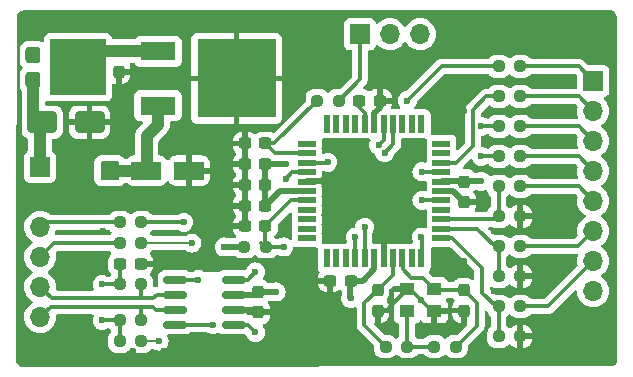
<source format=gbr>
%TF.GenerationSoftware,KiCad,Pcbnew,8.0.6*%
%TF.CreationDate,2025-03-17T21:12:52+03:00*%
%TF.ProjectId,ECU_SW_Control,4543555f-5357-45f4-936f-6e74726f6c2e,v1*%
%TF.SameCoordinates,Original*%
%TF.FileFunction,Copper,L1,Top*%
%TF.FilePolarity,Positive*%
%FSLAX46Y46*%
G04 Gerber Fmt 4.6, Leading zero omitted, Abs format (unit mm)*
G04 Created by KiCad (PCBNEW 8.0.6) date 2025-03-17 21:12:52*
%MOMM*%
%LPD*%
G01*
G04 APERTURE LIST*
G04 Aperture macros list*
%AMRoundRect*
0 Rectangle with rounded corners*
0 $1 Rounding radius*
0 $2 $3 $4 $5 $6 $7 $8 $9 X,Y pos of 4 corners*
0 Add a 4 corners polygon primitive as box body*
4,1,4,$2,$3,$4,$5,$6,$7,$8,$9,$2,$3,0*
0 Add four circle primitives for the rounded corners*
1,1,$1+$1,$2,$3*
1,1,$1+$1,$4,$5*
1,1,$1+$1,$6,$7*
1,1,$1+$1,$8,$9*
0 Add four rect primitives between the rounded corners*
20,1,$1+$1,$2,$3,$4,$5,0*
20,1,$1+$1,$4,$5,$6,$7,0*
20,1,$1+$1,$6,$7,$8,$9,0*
20,1,$1+$1,$8,$9,$2,$3,0*%
G04 Aperture macros list end*
%TA.AperFunction,Conductor*%
%ADD10C,0.200000*%
%TD*%
%TA.AperFunction,SMDPad,CuDef*%
%ADD11RoundRect,0.237500X0.250000X0.237500X-0.250000X0.237500X-0.250000X-0.237500X0.250000X-0.237500X0*%
%TD*%
%TA.AperFunction,SMDPad,CuDef*%
%ADD12RoundRect,0.237500X-0.237500X0.300000X-0.237500X-0.300000X0.237500X-0.300000X0.237500X0.300000X0*%
%TD*%
%TA.AperFunction,SMDPad,CuDef*%
%ADD13RoundRect,0.150000X0.825000X0.150000X-0.825000X0.150000X-0.825000X-0.150000X0.825000X-0.150000X0*%
%TD*%
%TA.AperFunction,SMDPad,CuDef*%
%ADD14RoundRect,0.237500X-0.250000X-0.237500X0.250000X-0.237500X0.250000X0.237500X-0.250000X0.237500X0*%
%TD*%
%TA.AperFunction,ComponentPad*%
%ADD15R,1.700000X1.700000*%
%TD*%
%TA.AperFunction,ComponentPad*%
%ADD16O,1.700000X1.700000*%
%TD*%
%TA.AperFunction,SMDPad,CuDef*%
%ADD17RoundRect,0.237500X0.300000X0.237500X-0.300000X0.237500X-0.300000X-0.237500X0.300000X-0.237500X0*%
%TD*%
%TA.AperFunction,SMDPad,CuDef*%
%ADD18RoundRect,0.250000X-1.050000X-0.550000X1.050000X-0.550000X1.050000X0.550000X-1.050000X0.550000X0*%
%TD*%
%TA.AperFunction,SMDPad,CuDef*%
%ADD19R,3.000000X1.600000*%
%TD*%
%TA.AperFunction,SMDPad,CuDef*%
%ADD20R,6.700000X6.700000*%
%TD*%
%TA.AperFunction,SMDPad,CuDef*%
%ADD21RoundRect,0.237500X-0.300000X-0.237500X0.300000X-0.237500X0.300000X0.237500X-0.300000X0.237500X0*%
%TD*%
%TA.AperFunction,SMDPad,CuDef*%
%ADD22RoundRect,0.250000X-1.000000X-0.650000X1.000000X-0.650000X1.000000X0.650000X-1.000000X0.650000X0*%
%TD*%
%TA.AperFunction,SMDPad,CuDef*%
%ADD23R,0.550000X1.500000*%
%TD*%
%TA.AperFunction,SMDPad,CuDef*%
%ADD24R,1.500000X0.550000*%
%TD*%
%TA.AperFunction,SMDPad,CuDef*%
%ADD25RoundRect,0.237500X0.237500X-0.300000X0.237500X0.300000X-0.237500X0.300000X-0.237500X-0.300000X0*%
%TD*%
%TA.AperFunction,SMDPad,CuDef*%
%ADD26RoundRect,0.317500X0.317500X-0.382500X0.317500X0.382500X-0.317500X0.382500X-0.317500X-0.382500X0*%
%TD*%
%TA.AperFunction,SMDPad,CuDef*%
%ADD27R,4.720000X4.800000*%
%TD*%
%TA.AperFunction,SMDPad,CuDef*%
%ADD28R,1.300000X1.050000*%
%TD*%
%TA.AperFunction,ViaPad*%
%ADD29C,0.600000*%
%TD*%
%TA.AperFunction,Conductor*%
%ADD30C,1.000000*%
%TD*%
%TA.AperFunction,Conductor*%
%ADD31C,0.500000*%
%TD*%
%TA.AperFunction,Conductor*%
%ADD32C,0.300000*%
%TD*%
G04 APERTURE END LIST*
%TO.N,/CAN/5V*%
D10*
X146910600Y-118349800D02*
X148310600Y-118349800D01*
X148310600Y-119749800D01*
X146910600Y-119749800D01*
X146910600Y-118349800D01*
%TA.AperFunction,Conductor*%
G36*
X146910600Y-118349800D02*
G01*
X148310600Y-118349800D01*
X148310600Y-119749800D01*
X146910600Y-119749800D01*
X146910600Y-118349800D01*
G37*
%TD.AperFunction*%
%TD*%
D11*
%TO.P,R18,1*%
%TO.N,/CAN/RX*%
X150289900Y-125171200D03*
%TO.P,R18,2*%
%TO.N,/Connector/COMM2*%
X148464900Y-125171200D03*
%TD*%
%TO.P,R9,1*%
%TO.N,GND*%
X182370100Y-133070600D03*
%TO.P,R9,2*%
%TO.N,Net-(IC1-SD01{slash}RA4)*%
X180545100Y-133070600D03*
%TD*%
D12*
%TO.P,C10,1*%
%TO.N,/CAN/5V*%
X177622200Y-119965300D03*
%TO.P,C10,2*%
%TO.N,GND*%
X177622200Y-121690300D03*
%TD*%
D11*
%TO.P,R1,1*%
%TO.N,Net-(U2-SPLIT)*%
X150280500Y-133477000D03*
%TO.P,R1,2*%
%TO.N,Net-(C4-Pad1)*%
X148455500Y-133477000D03*
%TD*%
D13*
%TO.P,U2,1,TXD*%
%TO.N,/CAN/TX*%
X158089600Y-132080000D03*
%TO.P,U2,2,VSS*%
%TO.N,GND*%
X158089600Y-130810000D03*
%TO.P,U2,3,VDD*%
%TO.N,/CAN/5V*%
X158089600Y-129540000D03*
%TO.P,U2,4,RXD*%
%TO.N,/CAN/RX*%
X158089600Y-128270000D03*
%TO.P,U2,5,SPLIT*%
%TO.N,Net-(U2-SPLIT)*%
X153139600Y-128270000D03*
%TO.P,U2,6,CANL*%
%TO.N,/CAN/CAN-*%
X153139600Y-129540000D03*
%TO.P,U2,7,CANH*%
%TO.N,/CAN/CAN+*%
X153139600Y-130810000D03*
%TO.P,U2,8,STBY*%
%TO.N,/CAN/STBY*%
X153139600Y-132080000D03*
%TD*%
D14*
%TO.P,R16,1*%
%TO.N,Net-(IC1-SCK1{slash}RC3)*%
X180545100Y-120370600D03*
%TO.P,R16,2*%
%TO.N,/MCU/IO_C_SPI_CLK*%
X182370100Y-120370600D03*
%TD*%
%TO.P,R15,1*%
%TO.N,Net-(IC1-SD01{slash}RA4)*%
X180545100Y-130530600D03*
%TO.P,R15,2*%
%TO.N,/MCU/O_C_SPI_MOSI*%
X182370100Y-130530600D03*
%TD*%
D15*
%TO.P,J2,1,Pin_1*%
%TO.N,/MCU/I_MCLR*%
X188544200Y-111455200D03*
D16*
%TO.P,J2,2,Pin_2*%
%TO.N,/MCU/I_PROG_PGEC*%
X188544200Y-113995200D03*
%TO.P,J2,3,Pin_3*%
%TO.N,/MCU/I_PROG_PGED*%
X188544200Y-116535200D03*
%TO.P,J2,4,Pin_4*%
%TO.N,/MCU/IO_D_C_DEBUG*%
X188544200Y-119075200D03*
%TO.P,J2,5,Pin_5*%
%TO.N,/MCU/IO_C_SPI_CLK*%
X188544200Y-121615200D03*
%TO.P,J2,6,Pin_6*%
%TO.N,/MCU/I_C_SPI_MiSO*%
X188544200Y-124155200D03*
%TO.P,J2,7,Pin_7*%
%TO.N,/MCU/O_C_SPI_MOSI*%
X188544200Y-126695200D03*
%TO.P,J2,8,Pin_8*%
%TO.N,/CAN/5V*%
X188544200Y-129235200D03*
%TO.P,J2,9,Pin_9*%
%TO.N,GND*%
X188544200Y-131775200D03*
%TD*%
D17*
%TO.P,C12,1*%
%TO.N,Net-(IC1-RA7)*%
X160784500Y-116738400D03*
%TO.P,C12,2*%
%TO.N,GND*%
X159059500Y-116738400D03*
%TD*%
D11*
%TO.P,R5,1*%
%TO.N,Net-(Q1-OSC1)*%
X172789200Y-133934200D03*
%TO.P,R5,2*%
%TO.N,Net-(IC1-OSC1{slash}RA2)*%
X170964200Y-133934200D03*
%TD*%
D12*
%TO.P,C5,1*%
%TO.N,Net-(IC1-OSC1{slash}RA2)*%
X170281600Y-129160100D03*
%TO.P,C5,2*%
%TO.N,GND*%
X170281600Y-130885100D03*
%TD*%
D15*
%TO.P,J3,1,Pin_1*%
%TO.N,/MCU/I_A_TEST*%
X168798000Y-107492800D03*
D16*
%TO.P,J3,2,Pin_2*%
%TO.N,/MCU/O_PWM_TEST*%
X171338000Y-107492800D03*
%TO.P,J3,3,Pin_3*%
%TO.N,/MCU/O_D_TEST*%
X173878000Y-107492800D03*
%TD*%
D12*
%TO.P,C3,1*%
%TO.N,/CAN/5V*%
X160197800Y-129312500D03*
%TO.P,C3,2*%
%TO.N,GND*%
X160197800Y-131037500D03*
%TD*%
D14*
%TO.P,R17,1*%
%TO.N,Net-(IC1-RC5)*%
X180545100Y-117830600D03*
%TO.P,R17,2*%
%TO.N,/MCU/IO_D_C_DEBUG*%
X182370100Y-117830600D03*
%TD*%
D18*
%TO.P,C2,1*%
%TO.N,/CAN/5V*%
X150713800Y-119049800D03*
%TO.P,C2,2*%
%TO.N,GND*%
X154313800Y-119049800D03*
%TD*%
D19*
%TO.P,U1,1,VI*%
%TO.N,/LDO/V_BATPROT*%
X151688800Y-108935000D03*
D20*
%TO.P,U1,2,GND*%
%TO.N,GND*%
X158338800Y-111235000D03*
D19*
%TO.P,U1,3,VO*%
%TO.N,/CAN/5V*%
X151688800Y-113535000D03*
%TD*%
D14*
%TO.P,R13,1*%
%TO.N,Net-(IC1-PGED2{slash}RB5)*%
X180545100Y-115290600D03*
%TO.P,R13,2*%
%TO.N,/MCU/I_PROG_PGED*%
X182370100Y-115290600D03*
%TD*%
%TO.P,R3,1*%
%TO.N,Net-(C4-Pad1)*%
X148455500Y-128676400D03*
%TO.P,R3,2*%
%TO.N,/CAN/CAN-*%
X150280500Y-128676400D03*
%TD*%
D17*
%TO.P,C9,1*%
%TO.N,/CAN/5V*%
X160784500Y-121996200D03*
%TO.P,C9,2*%
%TO.N,GND*%
X159059500Y-121996200D03*
%TD*%
D14*
%TO.P,R12,1*%
%TO.N,Net-(IC1-PGEC2{slash}RB6)*%
X180545100Y-112750600D03*
%TO.P,R12,2*%
%TO.N,/MCU/I_PROG_PGEC*%
X182370100Y-112750600D03*
%TD*%
%TO.P,R14,1*%
%TO.N,Net-(IC1-SDI1{slash}RA9)*%
X180545100Y-125450600D03*
%TO.P,R14,2*%
%TO.N,/MCU/I_C_SPI_MiSO*%
X182370100Y-125450600D03*
%TD*%
D11*
%TO.P,R8,1*%
%TO.N,GND*%
X182370100Y-127990600D03*
%TO.P,R8,2*%
%TO.N,Net-(IC1-SDI1{slash}RA9)*%
X180545100Y-127990600D03*
%TD*%
D17*
%TO.P,C11,1*%
%TO.N,/CAN/5V*%
X167993400Y-128346200D03*
%TO.P,C11,2*%
%TO.N,GND*%
X166268400Y-128346200D03*
%TD*%
D11*
%TO.P,R6,1*%
%TO.N,/MCU/I_A_TEST*%
X167005000Y-113106200D03*
%TO.P,R6,2*%
%TO.N,Net-(IC1-RA7)*%
X165180000Y-113106200D03*
%TD*%
D17*
%TO.P,C7,1*%
%TO.N,/CAN/5V*%
X160784500Y-118491000D03*
%TO.P,C7,2*%
%TO.N,GND*%
X159059500Y-118491000D03*
%TD*%
%TO.P,C14,1*%
%TO.N,Net-(IC1-~{MCLR})*%
X160784500Y-123748800D03*
%TO.P,C14,2*%
%TO.N,GND*%
X159059500Y-123748800D03*
%TD*%
D15*
%TO.P,J1,1,Pin_1*%
%TO.N,/Connector/V_BAT*%
X141706600Y-118719600D03*
D16*
%TO.P,J1,2,Pin_2*%
%TO.N,GND*%
X141706600Y-121259600D03*
%TO.P,J1,3,Pin_3*%
%TO.N,/Connector/COMM1*%
X141706600Y-123799600D03*
%TO.P,J1,4,Pin_4*%
%TO.N,/Connector/COMM2*%
X141706600Y-126339600D03*
%TO.P,J1,5,Pin_5*%
%TO.N,/CAN/CAN-*%
X141706600Y-128879600D03*
%TO.P,J1,6,Pin_6*%
%TO.N,/CAN/CAN+*%
X141706600Y-131419600D03*
%TD*%
D11*
%TO.P,R4,1*%
%TO.N,Net-(IC1-OSC2{slash}RA3)*%
X176914200Y-133934200D03*
%TO.P,R4,2*%
%TO.N,Net-(Q1-OSC1)*%
X175089200Y-133934200D03*
%TD*%
D21*
%TO.P,C4,1*%
%TO.N,Net-(C4-Pad1)*%
X148505500Y-126923800D03*
%TO.P,C4,2*%
%TO.N,GND*%
X150230500Y-126923800D03*
%TD*%
D14*
%TO.P,R19,1*%
%TO.N,/Connector/COMM1*%
X148464900Y-123418600D03*
%TO.P,R19,2*%
%TO.N,/CAN/TX*%
X150289900Y-123418600D03*
%TD*%
D11*
%TO.P,R10,1*%
%TO.N,GND*%
X182370100Y-122910600D03*
%TO.P,R10,2*%
%TO.N,Net-(IC1-SCK1{slash}RC3)*%
X180545100Y-122910600D03*
%TD*%
D14*
%TO.P,R11,1*%
%TO.N,Net-(IC1-~{MCLR})*%
X180545100Y-110210600D03*
%TO.P,R11,2*%
%TO.N,/MCU/I_MCLR*%
X182370100Y-110210600D03*
%TD*%
D22*
%TO.P,D1,1,A1*%
%TO.N,/Connector/V_BAT*%
X141895800Y-114935000D03*
%TO.P,D1,2,A2*%
%TO.N,GND*%
X145895800Y-114935000D03*
%TD*%
D17*
%TO.P,C8,1*%
%TO.N,/CAN/5V*%
X160784500Y-120243600D03*
%TO.P,C8,2*%
%TO.N,GND*%
X159059500Y-120243600D03*
%TD*%
D23*
%TO.P,IC1,1,PWM1L3/RB11*%
%TO.N,unconnected-(IC1-PWM1L3{slash}RB11-Pad1)*%
X173989000Y-115066600D03*
%TO.P,IC1,2,RC6*%
%TO.N,unconnected-(IC1-RC6-Pad2)*%
X173189000Y-115066600D03*
%TO.P,IC1,3,RC7*%
%TO.N,unconnected-(IC1-RC7-Pad3)*%
X172389000Y-115066600D03*
%TO.P,IC1,4,RC8*%
%TO.N,/Connector/COMM2*%
X171589000Y-115066600D03*
%TO.P,IC1,5,RC9*%
%TO.N,/Connector/COMM1*%
X170789000Y-115066600D03*
%TO.P,IC1,6,VSS*%
%TO.N,GND*%
X169989000Y-115066600D03*
%TO.P,IC1,7,VCAP*%
%TO.N,Net-(IC1-VCAP)*%
X169189000Y-115066600D03*
%TO.P,IC1,8,PWM1H3/RB10*%
%TO.N,unconnected-(IC1-PWM1H3{slash}RB10-Pad8)*%
X168389000Y-115066600D03*
%TO.P,IC1,9,PWM1L3/RB11*%
%TO.N,unconnected-(IC1-PWM1L3{slash}RB11-Pad9)*%
X167589000Y-115066600D03*
%TO.P,IC1,10,PWM1H2/RB12*%
%TO.N,unconnected-(IC1-PWM1H2{slash}RB12-Pad10)*%
X166789000Y-115066600D03*
%TO.P,IC1,11,PWM1L2/RB13*%
%TO.N,unconnected-(IC1-PWM1L2{slash}RB13-Pad11)*%
X165989000Y-115066600D03*
D24*
%TO.P,IC1,12,RA10*%
%TO.N,unconnected-(IC1-RA10-Pad12)*%
X164289000Y-116766600D03*
%TO.P,IC1,13,RA7*%
%TO.N,Net-(IC1-RA7)*%
X164289000Y-117566600D03*
%TO.P,IC1,14,PWM1H1/RB14*%
%TO.N,/MCU/O_PWM_TEST*%
X164289000Y-118366600D03*
%TO.P,IC1,15,PWM1L1/RB15*%
%TO.N,/CAN/STBY*%
X164289000Y-119166600D03*
%TO.P,IC1,16,AVSS*%
%TO.N,GND*%
X164289000Y-119966600D03*
%TO.P,IC1,17,AVDD*%
%TO.N,/CAN/5V*%
X164289000Y-120766600D03*
%TO.P,IC1,18,~{MCLR}*%
%TO.N,Net-(IC1-~{MCLR})*%
X164289000Y-121566600D03*
%TO.P,IC1,19,AN0/RA0*%
%TO.N,unconnected-(IC1-AN0{slash}RA0-Pad19)*%
X164289000Y-122366600D03*
%TO.P,IC1,20,AN1/RA1*%
%TO.N,unconnected-(IC1-AN1{slash}RA1-Pad20)*%
X164289000Y-123166600D03*
%TO.P,IC1,21,AN2/RB0*%
%TO.N,unconnected-(IC1-AN2{slash}RB0-Pad21)*%
X164289000Y-123966600D03*
%TO.P,IC1,22,AN3/RB1*%
%TO.N,unconnected-(IC1-AN3{slash}RB1-Pad22)*%
X164289000Y-124766600D03*
D23*
%TO.P,IC1,23,AN4/RB2*%
%TO.N,unconnected-(IC1-AN4{slash}RB2-Pad23)*%
X165989000Y-126466600D03*
%TO.P,IC1,24,AN5/RB3*%
%TO.N,unconnected-(IC1-AN5{slash}RB3-Pad24)*%
X166789000Y-126466600D03*
%TO.P,IC1,25,OA3OUT/RC0*%
%TO.N,unconnected-(IC1-OA3OUT{slash}RC0-Pad25)*%
X167589000Y-126466600D03*
%TO.P,IC1,26,C3IN1-/RC1*%
%TO.N,/CAN/TX*%
X168389000Y-126466600D03*
%TO.P,IC1,27,C3IN1-/RC2*%
%TO.N,/CAN/RX*%
X169189000Y-126466600D03*
%TO.P,IC1,28,VDD*%
%TO.N,/CAN/5V*%
X169989000Y-126466600D03*
%TO.P,IC1,29,VSS*%
%TO.N,GND*%
X170789000Y-126466600D03*
%TO.P,IC1,30,OSC1/RA2*%
%TO.N,Net-(IC1-OSC1{slash}RA2)*%
X171589000Y-126466600D03*
%TO.P,IC1,31,OSC2/RA3*%
%TO.N,Net-(IC1-OSC2{slash}RA3)*%
X172389000Y-126466600D03*
%TO.P,IC1,32,RA8*%
%TO.N,unconnected-(IC1-RA8-Pad32)*%
X173189000Y-126466600D03*
%TO.P,IC1,33,FLT32/RB4*%
%TO.N,/MCU/O_D_TEST*%
X173989000Y-126466600D03*
D24*
%TO.P,IC1,34,SD01/RA4*%
%TO.N,Net-(IC1-SD01{slash}RA4)*%
X175689000Y-124766600D03*
%TO.P,IC1,35,SDI1/RA9*%
%TO.N,Net-(IC1-SDI1{slash}RA9)*%
X175689000Y-123966600D03*
%TO.P,IC1,36,SCK1/RC3*%
%TO.N,Net-(IC1-SCK1{slash}RC3)*%
X175689000Y-123166600D03*
%TO.P,IC1,37,RC4*%
%TO.N,unconnected-(IC1-RC4-Pad37)*%
X175689000Y-122366600D03*
%TO.P,IC1,38,RC5*%
%TO.N,Net-(IC1-RC5)*%
X175689000Y-121566600D03*
%TO.P,IC1,39,VSS*%
%TO.N,GND*%
X175689000Y-120766600D03*
%TO.P,IC1,40,VDD*%
%TO.N,/CAN/5V*%
X175689000Y-119966600D03*
%TO.P,IC1,41,PGED2/RB5*%
%TO.N,Net-(IC1-PGED2{slash}RB5)*%
X175689000Y-119166600D03*
%TO.P,IC1,42,PGEC2/RB6*%
%TO.N,Net-(IC1-PGEC2{slash}RB6)*%
X175689000Y-118366600D03*
%TO.P,IC1,43,RB7*%
%TO.N,unconnected-(IC1-RB7-Pad43)*%
X175689000Y-117566600D03*
%TO.P,IC1,44,RB8*%
%TO.N,unconnected-(IC1-RB8-Pad44)*%
X175689000Y-116766600D03*
%TD*%
D25*
%TO.P,C6,1*%
%TO.N,GND*%
X177596800Y-130885100D03*
%TO.P,C6,2*%
%TO.N,Net-(IC1-OSC2{slash}RA3)*%
X177596800Y-129160100D03*
%TD*%
D11*
%TO.P,R7,1*%
%TO.N,Net-(IC1-~{MCLR})*%
X160834500Y-125501400D03*
%TO.P,R7,2*%
%TO.N,/CAN/5V*%
X159009500Y-125501400D03*
%TD*%
D26*
%TO.P,D2,1,A_1*%
%TO.N,/Connector/V_BAT*%
X141108300Y-111325000D03*
%TO.P,D2,2,A_2*%
%TO.N,unconnected-(D2-A_2-Pad2)*%
X141108300Y-109245000D03*
D27*
%TO.P,D2,3,K*%
%TO.N,/LDO/V_BATPROT*%
X144913300Y-110285000D03*
%TD*%
D11*
%TO.P,R2,1*%
%TO.N,/CAN/CAN+*%
X150280500Y-131724400D03*
%TO.P,R2,2*%
%TO.N,Net-(C4-Pad1)*%
X148455500Y-131724400D03*
%TD*%
D28*
%TO.P,Q1,1,OSC1*%
%TO.N,Net-(Q1-OSC1)*%
X172782200Y-130937000D03*
%TO.P,Q1,2,GND*%
%TO.N,GND*%
X175082200Y-130937000D03*
%TO.P,Q1,3,OSC2*%
%TO.N,Net-(IC1-OSC2{slash}RA3)*%
X175082200Y-129087000D03*
%TO.P,Q1,4,GND*%
%TO.N,GND*%
X172782200Y-129087000D03*
%TD*%
D12*
%TO.P,C1,1*%
%TO.N,/LDO/V_BATPROT*%
X148361400Y-108935000D03*
%TO.P,C1,2*%
%TO.N,GND*%
X148361400Y-110660000D03*
%TD*%
D21*
%TO.P,C13,1*%
%TO.N,Net-(IC1-VCAP)*%
X168736900Y-113106200D03*
%TO.P,C13,2*%
%TO.N,GND*%
X170461900Y-113106200D03*
%TD*%
D29*
%TO.N,/LDO/V_BATPROT*%
X143223300Y-108585000D03*
X146573300Y-110285000D03*
X144913300Y-111985000D03*
X143223300Y-111985000D03*
X144913300Y-108585000D03*
X144913300Y-110285000D03*
X146573300Y-111985000D03*
X146573300Y-108585000D03*
X143223300Y-110285000D03*
%TO.N,GND*%
X182651400Y-113995200D03*
X157950400Y-108457600D03*
X147040600Y-134315200D03*
X167360600Y-111455200D03*
X179070000Y-121676600D03*
X187731400Y-134315200D03*
X147040600Y-106375200D03*
X185191400Y-113995200D03*
X170789600Y-124663200D03*
X158750400Y-109257600D03*
X182651400Y-129235200D03*
X169900600Y-111455200D03*
X182651400Y-121615200D03*
X158750400Y-108457600D03*
X161100400Y-111607600D03*
X173939200Y-130022600D03*
X151790400Y-126923800D03*
X164871400Y-134315200D03*
X158750400Y-113957600D03*
X152171400Y-134315200D03*
X154660600Y-106375200D03*
X160300400Y-109257600D03*
X159740600Y-106375200D03*
X182651400Y-108915200D03*
X162280600Y-106375200D03*
X158750400Y-110807600D03*
X161100400Y-113957600D03*
X164871400Y-131775200D03*
X158750400Y-111607600D03*
X180111400Y-116535200D03*
X177571400Y-113995200D03*
X182651400Y-124155200D03*
X157251400Y-134315200D03*
X180111400Y-113995200D03*
X180111400Y-134315200D03*
X160300400Y-111607600D03*
X164820600Y-106375200D03*
X144500600Y-119075200D03*
X172440600Y-111455200D03*
X157950400Y-113957600D03*
X156400400Y-109257600D03*
X157251400Y-121615200D03*
X157950400Y-111607600D03*
X157950400Y-110807600D03*
X155600400Y-113957600D03*
X164820600Y-108915200D03*
X182651400Y-126695200D03*
X141960600Y-134315200D03*
X185191400Y-116535200D03*
X160300400Y-108457600D03*
X160300400Y-113157600D03*
X166068800Y-119938800D03*
X152120600Y-106375200D03*
X156400400Y-111607600D03*
X177571400Y-108915200D03*
X182651400Y-119075200D03*
X185191400Y-111455200D03*
X182651400Y-116535200D03*
X149580600Y-134315200D03*
X158750400Y-113157600D03*
X155600400Y-109257600D03*
X187731400Y-106375200D03*
X149580600Y-121615200D03*
X152171400Y-121615200D03*
X185191400Y-108915200D03*
X182651400Y-134315200D03*
X177571400Y-106375200D03*
X155600400Y-108457600D03*
X156400400Y-113157600D03*
X147040600Y-124155200D03*
X144500600Y-134315200D03*
X177571400Y-126695200D03*
X144500600Y-106375200D03*
X164820600Y-111455200D03*
X185191400Y-134315200D03*
X161100400Y-110807600D03*
X182651400Y-131775200D03*
X160300400Y-113957600D03*
X141960600Y-106375200D03*
X180111400Y-119075200D03*
X144500600Y-131775200D03*
X147040600Y-126695200D03*
X161100400Y-108457600D03*
X180111400Y-111455200D03*
X157200600Y-106375200D03*
X185191400Y-126695200D03*
X156400400Y-110807600D03*
X164871400Y-129235200D03*
X161100400Y-113157600D03*
X149580600Y-106375200D03*
X185191400Y-121615200D03*
X156400400Y-113957600D03*
X159791400Y-134315200D03*
X180111400Y-108915200D03*
X162331400Y-124155200D03*
X160300400Y-110807600D03*
X167411400Y-134315200D03*
X180111400Y-106375200D03*
X182651400Y-111455200D03*
X161696400Y-131038600D03*
X185191400Y-124155200D03*
X187731400Y-108915200D03*
X162331400Y-134315200D03*
X177571400Y-111455200D03*
X144500600Y-121615200D03*
X161100400Y-109257600D03*
X155600400Y-110807600D03*
X144500600Y-126695200D03*
X167411400Y-131775200D03*
X155600400Y-111607600D03*
X180111400Y-129235200D03*
X155600400Y-113157600D03*
X156400400Y-108457600D03*
X182651400Y-106375200D03*
X154711400Y-134315200D03*
X180111400Y-124155200D03*
X185191400Y-119075200D03*
X185191400Y-131775200D03*
X157950400Y-113157600D03*
X157950400Y-109257600D03*
X185191400Y-106375200D03*
%TO.N,/CAN/5V*%
X157305800Y-125501400D03*
X167995600Y-129844800D03*
X147980400Y-118668800D03*
X162512800Y-118491000D03*
X147980400Y-119456200D03*
X161696400Y-129311400D03*
X147243800Y-119456200D03*
X147243800Y-118668800D03*
X179070000Y-119951600D03*
%TO.N,Net-(C4-Pad1)*%
X146964400Y-128676400D03*
X146964400Y-131724400D03*
%TO.N,Net-(IC1-~{MCLR})*%
X162331400Y-125501400D03*
X172802400Y-113106200D03*
%TO.N,Net-(IC1-RC5)*%
X174040800Y-121551603D03*
X179070000Y-117830600D03*
%TO.N,/CAN/TX*%
X159943800Y-132740400D03*
X153873200Y-123418600D03*
X168402000Y-124663200D03*
%TO.N,/Connector/COMM2*%
X170891200Y-117525800D03*
%TO.N,/Connector/COMM1*%
X170379051Y-116875800D03*
%TO.N,/MCU/O_D_TEST*%
X173993600Y-124663200D03*
%TO.N,/CAN/STBY*%
X156337000Y-132080000D03*
X162509200Y-119735600D03*
%TO.N,/CAN/RX*%
X154561792Y-125168408D03*
X159943800Y-127609600D03*
X169189400Y-123825000D03*
%TO.N,Net-(IC1-PGED2{slash}RB5)*%
X179070000Y-115290600D03*
X174040800Y-119126000D03*
%TO.N,/MCU/O_PWM_TEST*%
X166068800Y-118338600D03*
%TO.N,Net-(U2-SPLIT)*%
X151790400Y-133477000D03*
X155117800Y-128270000D03*
%TD*%
D30*
%TO.N,/LDO/V_BATPROT*%
X146263300Y-108935000D02*
X148361400Y-108935000D01*
X148361400Y-108935000D02*
X151688800Y-108935000D01*
X144913300Y-110285000D02*
X146263300Y-108935000D01*
D31*
%TO.N,GND*%
X170461900Y-113716900D02*
X170461900Y-113106200D01*
D32*
X173939200Y-130022600D02*
X174864200Y-130947600D01*
X172789200Y-129097600D02*
X171001700Y-130885100D01*
D31*
X164302200Y-119951600D02*
X166056000Y-119951600D01*
X161695300Y-131037500D02*
X161696400Y-131038600D01*
X170002200Y-114176600D02*
X170461900Y-113716900D01*
X170002200Y-115051600D02*
X170002200Y-114176600D01*
X176671800Y-120751600D02*
X177596800Y-121676600D01*
X177596800Y-121676600D02*
X179070000Y-121676600D01*
D32*
X150230500Y-126923800D02*
X151790400Y-126923800D01*
D31*
X158089600Y-130810000D02*
X159970300Y-130810000D01*
X170802200Y-126451600D02*
X170802200Y-124675800D01*
D32*
X177534300Y-130947600D02*
X177596800Y-130885100D01*
X173014200Y-129097600D02*
X173939200Y-130022600D01*
X171001700Y-130885100D02*
X170281600Y-130885100D01*
D31*
X160197800Y-131037500D02*
X161695300Y-131037500D01*
D32*
X174864200Y-130947600D02*
X175089200Y-130947600D01*
X172789200Y-129097600D02*
X173014200Y-129097600D01*
X175089200Y-130947600D02*
X177534300Y-130947600D01*
D31*
X159970300Y-130810000D02*
X160197800Y-131037500D01*
X166056000Y-119951600D02*
X166068800Y-119938800D01*
X170802200Y-124675800D02*
X170789600Y-124663200D01*
X175702200Y-120751600D02*
X176671800Y-120751600D01*
%TO.N,/CAN/5V*%
X158089600Y-129540000D02*
X159970300Y-129540000D01*
D30*
X150723600Y-119040000D02*
X150723600Y-116128800D01*
X151688800Y-115163600D02*
X151688800Y-113535000D01*
D31*
X169057600Y-128346200D02*
X167989700Y-128346200D01*
X160197800Y-129312500D02*
X161695300Y-129312500D01*
X162029100Y-120751600D02*
X160784500Y-121996200D01*
D30*
X150723600Y-116128800D02*
X151688800Y-115163600D01*
D31*
X177596800Y-119951600D02*
X179068900Y-119951600D01*
X170002200Y-127401600D02*
X169057600Y-128346200D01*
X159970300Y-129540000D02*
X160197800Y-129312500D01*
X164302200Y-120751600D02*
X162029100Y-120751600D01*
X158922000Y-125501400D02*
X157305800Y-125501400D01*
X167989700Y-128346200D02*
X167989700Y-129838900D01*
D30*
X151751800Y-113535000D02*
X151790400Y-113573600D01*
D31*
X161695300Y-129312500D02*
X161696400Y-129311400D01*
D30*
X150713800Y-119049800D02*
X147610600Y-119049800D01*
X150713800Y-119049800D02*
X150723600Y-119040000D01*
D31*
X170002200Y-126451600D02*
X170002200Y-127401600D01*
X167989700Y-129838900D02*
X167995600Y-129844800D01*
X160784500Y-120243600D02*
X160784500Y-118491000D01*
X160784500Y-121996200D02*
X160784500Y-120243600D01*
X175702200Y-119951600D02*
X177596800Y-119951600D01*
X160959500Y-118491000D02*
X162512800Y-118491000D01*
D32*
%TO.N,Net-(C4-Pad1)*%
X148455500Y-128676400D02*
X146964400Y-128676400D01*
X148455500Y-126973800D02*
X148505500Y-126923800D01*
X148455500Y-133477000D02*
X148455500Y-131724400D01*
D10*
X148368000Y-126607700D02*
X148330500Y-126570200D01*
X148098000Y-132070600D02*
X148368000Y-131800600D01*
D32*
X148455500Y-131724400D02*
X146964400Y-131724400D01*
X148455500Y-128676400D02*
X148455500Y-126973800D01*
%TO.N,Net-(IC1-OSC1{slash}RA2)*%
X169164000Y-130277700D02*
X170281600Y-129160100D01*
X171602200Y-126451600D02*
X171602200Y-127839500D01*
X171602400Y-126451800D02*
X171602200Y-126451600D01*
X169164000Y-132134000D02*
X169164000Y-130277700D01*
X170964200Y-133934200D02*
X169164000Y-132134000D01*
X171602200Y-127839500D02*
X170281600Y-129160100D01*
%TO.N,Net-(IC1-OSC2{slash}RA3)*%
X172402200Y-126451600D02*
X172402200Y-127401600D01*
X178689000Y-130252300D02*
X177596800Y-129160100D01*
X178689000Y-132159400D02*
X178689000Y-130252300D01*
X177596800Y-129160100D02*
X175155300Y-129160100D01*
X176914200Y-133934200D02*
X178689000Y-132159400D01*
X174087400Y-128092200D02*
X175082200Y-129087000D01*
X173092800Y-128092200D02*
X174087400Y-128092200D01*
X175155300Y-129160100D02*
X175082200Y-129087000D01*
X172402200Y-127401600D02*
X173092800Y-128092200D01*
%TO.N,Net-(IC1-RA7)*%
X161547800Y-116738400D02*
X165180000Y-113106200D01*
X161597700Y-117551600D02*
X160784500Y-116738400D01*
X164302200Y-117551600D02*
X161597700Y-117551600D01*
X160784500Y-116738400D02*
X161547800Y-116738400D01*
%TO.N,Net-(IC1-VCAP)*%
X168736900Y-113691500D02*
X168736900Y-113106200D01*
X169202200Y-114156800D02*
X168736900Y-113691500D01*
X169202200Y-115051600D02*
X169202200Y-114156800D01*
%TO.N,Net-(IC1-~{MCLR})*%
X180545100Y-110210600D02*
X175698000Y-110210600D01*
X160428900Y-125197400D02*
X160478900Y-125247400D01*
D10*
X160603900Y-125209900D02*
X160566400Y-125247400D01*
D32*
X160834500Y-125501400D02*
X162331400Y-125501400D01*
X160784500Y-123748800D02*
X160784500Y-125451400D01*
X164302200Y-121551600D02*
X162981700Y-121551600D01*
X162981700Y-121551600D02*
X160784500Y-123748800D01*
X175698000Y-110210600D02*
X172802400Y-113106200D01*
D30*
%TO.N,/Connector/V_BAT*%
X141147800Y-114187000D02*
X141147800Y-111364500D01*
X141895800Y-114935000D02*
X141147800Y-114187000D01*
X141706600Y-115124200D02*
X141895800Y-114935000D01*
X141706600Y-118719600D02*
X141706600Y-115124200D01*
X141147800Y-111364500D02*
X141108300Y-111325000D01*
D32*
%TO.N,Net-(IC1-RC5)*%
X180545100Y-117830600D02*
X179070000Y-117830600D01*
X175702200Y-121551600D02*
X174040803Y-121551600D01*
X174040803Y-121551600D02*
X174040800Y-121551603D01*
%TO.N,Net-(IC1-PGEC2{slash}RB6)*%
X178358800Y-113893600D02*
X179501800Y-112750600D01*
X176948800Y-118351600D02*
X178358800Y-116941600D01*
X178358800Y-116941600D02*
X178358800Y-113893600D01*
X175702200Y-118351600D02*
X176948800Y-118351600D01*
X179501800Y-112750600D02*
X180545100Y-112750600D01*
D10*
%TO.N,/CAN/TX*%
X168402200Y-124663400D02*
X168402000Y-124663200D01*
D32*
X150289900Y-123418600D02*
X153873200Y-123418600D01*
X159943800Y-132740400D02*
X159283400Y-132080000D01*
X159283400Y-132080000D02*
X158075400Y-132080000D01*
X168402200Y-126451600D02*
X168402200Y-124663400D01*
%TO.N,/Connector/COMM2*%
X148464900Y-125171200D02*
X142900400Y-125171200D01*
X171602200Y-115051600D02*
X171602200Y-116814800D01*
X171602200Y-116814800D02*
X170891200Y-117525800D01*
X142900400Y-125171200D02*
X141732000Y-126339600D01*
%TO.N,/Connector/COMM1*%
X148464900Y-123418600D02*
X142087600Y-123418600D01*
X141706600Y-123799600D02*
X141732000Y-123799600D01*
X170802200Y-116452651D02*
X170802200Y-115051600D01*
X170379051Y-116875800D02*
X170802200Y-116452651D01*
X142087600Y-123418600D02*
X141706600Y-123799600D01*
%TO.N,/MCU/O_D_TEST*%
X174002200Y-124671800D02*
X173993600Y-124663200D01*
X174002200Y-126451600D02*
X174002200Y-124671800D01*
%TO.N,Net-(IC1-SCK1{slash}RC3)*%
X180289100Y-123166600D02*
X175689000Y-123166600D01*
X180545100Y-122910600D02*
X180289100Y-123166600D01*
X180545100Y-122910600D02*
X180304100Y-123151600D01*
X180545100Y-122910600D02*
X180545100Y-120370600D01*
%TO.N,/CAN/STBY*%
X164289000Y-119166600D02*
X163078200Y-119166600D01*
X153125400Y-132080000D02*
X156337000Y-132080000D01*
X163078200Y-119166600D02*
X162509200Y-119735600D01*
%TO.N,Net-(IC1-SDI1{slash}RA9)*%
X175702200Y-123951600D02*
X178688600Y-123951600D01*
X180187600Y-125450600D02*
X180545100Y-125450600D01*
X178688600Y-123951600D02*
X180187600Y-125450600D01*
X180545100Y-125450600D02*
X180545100Y-127990600D01*
%TO.N,/CAN/RX*%
X159283400Y-128270000D02*
X158089600Y-128270000D01*
D10*
X154559000Y-125171200D02*
X154561792Y-125168408D01*
D32*
X169202200Y-123837800D02*
X169189400Y-123825000D01*
X159943800Y-127609600D02*
X159283400Y-128270000D01*
X169202200Y-126451600D02*
X169202200Y-123837800D01*
D10*
X150289900Y-125171200D02*
X154559000Y-125171200D01*
D32*
%TO.N,Net-(IC1-PGED2{slash}RB5)*%
X180545100Y-115290600D02*
X179070000Y-115290600D01*
X174066400Y-119151600D02*
X174040800Y-119126000D01*
X175702200Y-119151600D02*
X174066400Y-119151600D01*
%TO.N,/MCU/O_PWM_TEST*%
X164302200Y-118351600D02*
X166055800Y-118351600D01*
D10*
X166055800Y-118351600D02*
X166068800Y-118338600D01*
D32*
%TO.N,Net-(IC1-SD01{slash}RA4)*%
X180545100Y-130530600D02*
X180545100Y-133070600D01*
X180289200Y-130530600D02*
X180545100Y-130530600D01*
X179120800Y-129362200D02*
X180289200Y-130530600D01*
X175702200Y-124751600D02*
X176618400Y-124751600D01*
X179120800Y-127254000D02*
X179120800Y-129362200D01*
X176618400Y-124751600D02*
X179120800Y-127254000D01*
%TO.N,/CAN/CAN+*%
X151561800Y-130810000D02*
X151307800Y-130556000D01*
X150266400Y-130556000D02*
X150280500Y-130570100D01*
X150266400Y-130556000D02*
X142595600Y-130556000D01*
X153139600Y-130810000D02*
X151561800Y-130810000D01*
X150280500Y-130570100D02*
X150280500Y-131724400D01*
X151307800Y-130556000D02*
X150266400Y-130556000D01*
X142595600Y-130556000D02*
X141732000Y-131419600D01*
%TO.N,/CAN/CAN-*%
X153139600Y-129540000D02*
X151612600Y-129540000D01*
X150291800Y-129844800D02*
X142697200Y-129844800D01*
X151612600Y-129540000D02*
X151307800Y-129844800D01*
X150280500Y-129833500D02*
X150280500Y-128676400D01*
X142697200Y-129844800D02*
X141732000Y-128879600D01*
X151307800Y-129844800D02*
X150291800Y-129844800D01*
X150291800Y-129844800D02*
X150280500Y-129833500D01*
%TO.N,/MCU/IO_C_SPI_CLK*%
X182370100Y-120370600D02*
X187299600Y-120370600D01*
X187299600Y-120370600D02*
X188544200Y-121615200D01*
%TO.N,/MCU/O_C_SPI_MOSI*%
X184708800Y-130530600D02*
X188544200Y-126695200D01*
X182370100Y-130530600D02*
X184708800Y-130530600D01*
%TO.N,/MCU/IO_D_C_DEBUG*%
X187299600Y-117830600D02*
X188544200Y-119075200D01*
X182370100Y-117830600D02*
X187299600Y-117830600D01*
%TO.N,/MCU/I_C_SPI_MiSO*%
X187248800Y-125450600D02*
X182370100Y-125450600D01*
X188544200Y-124155200D02*
X187248800Y-125450600D01*
%TO.N,/MCU/I_MCLR*%
X187299600Y-110210600D02*
X188544200Y-111455200D01*
X182370100Y-110210600D02*
X187299600Y-110210600D01*
%TO.N,/MCU/I_PROG_PGEC*%
X182370100Y-112750600D02*
X187299600Y-112750600D01*
X187299600Y-112750600D02*
X188544200Y-113995200D01*
%TO.N,/MCU/I_PROG_PGED*%
X187299600Y-115290600D02*
X188544200Y-116535200D01*
X182370100Y-115290600D02*
X187299600Y-115290600D01*
%TO.N,/MCU/I_A_TEST*%
X168798000Y-111313200D02*
X168798000Y-107492800D01*
X167005000Y-113106200D02*
X168798000Y-111313200D01*
%TO.N,Net-(Q1-OSC1)*%
X172789200Y-133934200D02*
X172789200Y-130947600D01*
X172789200Y-133934200D02*
X175089200Y-133934200D01*
%TO.N,Net-(U2-SPLIT)*%
X153125400Y-128270000D02*
X155117800Y-128270000D01*
D10*
X150280500Y-133477000D02*
X151790400Y-133477000D01*
%TD*%
%TA.AperFunction,Conductor*%
%TO.N,GND*%
G36*
X176706228Y-129830285D02*
G01*
X176744728Y-129869504D01*
X176776459Y-129920949D01*
X176790782Y-129935272D01*
X176824267Y-129996595D01*
X176819283Y-130066287D01*
X176790785Y-130110632D01*
X176776852Y-130124565D01*
X176686351Y-130271288D01*
X176686346Y-130271299D01*
X176632119Y-130434947D01*
X176621800Y-130535945D01*
X176621800Y-130635100D01*
X177722800Y-130635100D01*
X177789839Y-130654785D01*
X177835594Y-130707589D01*
X177846800Y-130759100D01*
X177846800Y-131929377D01*
X177872131Y-131975768D01*
X177867147Y-132045460D01*
X177838646Y-132089807D01*
X177006071Y-132922381D01*
X176944748Y-132955866D01*
X176918390Y-132958700D01*
X176615031Y-132958700D01*
X176615012Y-132958701D01*
X176513947Y-132969025D01*
X176350184Y-133023292D01*
X176350181Y-133023293D01*
X176203348Y-133113861D01*
X176089381Y-133227829D01*
X176028058Y-133261314D01*
X175958366Y-133256330D01*
X175914019Y-133227829D01*
X175800051Y-133113861D01*
X175800050Y-133113860D01*
X175653216Y-133023292D01*
X175489453Y-132969026D01*
X175489451Y-132969025D01*
X175388378Y-132958700D01*
X174790030Y-132958700D01*
X174790012Y-132958701D01*
X174688947Y-132969025D01*
X174525184Y-133023292D01*
X174525181Y-133023293D01*
X174378348Y-133113861D01*
X174256355Y-133235854D01*
X174255755Y-133236614D01*
X174255210Y-133236999D01*
X174251253Y-133240957D01*
X174250576Y-133240280D01*
X174198732Y-133276989D01*
X174158492Y-133283700D01*
X173719908Y-133283700D01*
X173652869Y-133264015D01*
X173627283Y-133240819D01*
X173627146Y-133240957D01*
X173624336Y-133238147D01*
X173622645Y-133236614D01*
X173622047Y-133235858D01*
X173622041Y-133235852D01*
X173622040Y-133235850D01*
X173500050Y-133113860D01*
X173500049Y-133113859D01*
X173500046Y-133113856D01*
X173500045Y-133113855D01*
X173498600Y-133112964D01*
X173497817Y-133112093D01*
X173494384Y-133109379D01*
X173494847Y-133108792D01*
X173451877Y-133061015D01*
X173439700Y-133007428D01*
X173439700Y-132077831D01*
X173459385Y-132010792D01*
X173512189Y-131965037D01*
X173535184Y-131957155D01*
X173539678Y-131956092D01*
X173539679Y-131956091D01*
X173539683Y-131956091D01*
X173674531Y-131905796D01*
X173789746Y-131819546D01*
X173833246Y-131761436D01*
X173889179Y-131719567D01*
X173958871Y-131714583D01*
X174020194Y-131748068D01*
X174031778Y-131761438D01*
X174075009Y-131819187D01*
X174075012Y-131819190D01*
X174190106Y-131905350D01*
X174190113Y-131905354D01*
X174324820Y-131955596D01*
X174324827Y-131955598D01*
X174384355Y-131961999D01*
X174384372Y-131962000D01*
X174832200Y-131962000D01*
X175332200Y-131962000D01*
X175780028Y-131962000D01*
X175780044Y-131961999D01*
X175839572Y-131955598D01*
X175839579Y-131955596D01*
X175974286Y-131905354D01*
X175974293Y-131905350D01*
X176089387Y-131819190D01*
X176089390Y-131819187D01*
X176175550Y-131704093D01*
X176175554Y-131704086D01*
X176225796Y-131569379D01*
X176225798Y-131569372D01*
X176232199Y-131509844D01*
X176232200Y-131509827D01*
X176232200Y-131234254D01*
X176621801Y-131234254D01*
X176632119Y-131335252D01*
X176686346Y-131498900D01*
X176686351Y-131498911D01*
X176776852Y-131645634D01*
X176776855Y-131645638D01*
X176898761Y-131767544D01*
X176898765Y-131767547D01*
X177045488Y-131858048D01*
X177045499Y-131858053D01*
X177209147Y-131912280D01*
X177310152Y-131922599D01*
X177346800Y-131922599D01*
X177346800Y-131135100D01*
X176621801Y-131135100D01*
X176621801Y-131234254D01*
X176232200Y-131234254D01*
X176232200Y-131187000D01*
X175332200Y-131187000D01*
X175332200Y-131962000D01*
X174832200Y-131962000D01*
X174832200Y-130811000D01*
X174851885Y-130743961D01*
X174904689Y-130698206D01*
X174956200Y-130687000D01*
X176232200Y-130687000D01*
X176232200Y-130364172D01*
X176232199Y-130364155D01*
X176225798Y-130304627D01*
X176225796Y-130304620D01*
X176175554Y-130169913D01*
X176175552Y-130169910D01*
X176113282Y-130086727D01*
X176088865Y-130021262D01*
X176103717Y-129952989D01*
X176113283Y-129938104D01*
X176115404Y-129935272D01*
X176158827Y-129877266D01*
X176171537Y-129860288D01*
X176227471Y-129818418D01*
X176270803Y-129810600D01*
X176639189Y-129810600D01*
X176706228Y-129830285D01*
G37*
%TD.AperFunction*%
%TA.AperFunction,Conductor*%
G36*
X172975239Y-128856685D02*
G01*
X173020994Y-128909489D01*
X173032200Y-128961000D01*
X173032200Y-129213000D01*
X173012515Y-129280039D01*
X172959711Y-129325794D01*
X172908200Y-129337000D01*
X171632200Y-129337000D01*
X171632200Y-129659844D01*
X171638601Y-129719372D01*
X171638603Y-129719379D01*
X171688845Y-129854086D01*
X171688846Y-129854088D01*
X171751118Y-129937272D01*
X171775535Y-130002736D01*
X171760684Y-130071009D01*
X171751118Y-130085894D01*
X171688404Y-130169669D01*
X171688402Y-130169671D01*
X171638108Y-130304517D01*
X171631701Y-130364116D01*
X171631700Y-130364135D01*
X171631700Y-131509870D01*
X171631701Y-131509876D01*
X171638108Y-131569483D01*
X171688402Y-131704328D01*
X171688406Y-131704335D01*
X171774652Y-131819544D01*
X171774655Y-131819547D01*
X171889864Y-131905793D01*
X171889871Y-131905797D01*
X172024713Y-131956090D01*
X172024714Y-131956090D01*
X172024717Y-131956091D01*
X172027953Y-131956438D01*
X172030297Y-131957409D01*
X172032262Y-131957874D01*
X172032186Y-131958192D01*
X172092503Y-131983174D01*
X172132353Y-132040565D01*
X172138700Y-132079728D01*
X172138700Y-133007428D01*
X172119015Y-133074467D01*
X172083769Y-133109067D01*
X172084016Y-133109379D01*
X172081115Y-133111672D01*
X172079800Y-133112964D01*
X172078354Y-133113855D01*
X171964380Y-133227829D01*
X171903057Y-133261313D01*
X171833365Y-133256329D01*
X171789018Y-133227828D01*
X171675051Y-133113861D01*
X171675050Y-133113860D01*
X171528216Y-133023292D01*
X171364453Y-132969026D01*
X171364451Y-132969025D01*
X171263384Y-132958700D01*
X171263377Y-132958700D01*
X170960008Y-132958700D01*
X170892969Y-132939015D01*
X170872327Y-132922381D01*
X170039753Y-132089807D01*
X170006268Y-132028484D01*
X170011252Y-131958792D01*
X170031600Y-131927130D01*
X170031600Y-131922599D01*
X170531600Y-131922599D01*
X170568240Y-131922599D01*
X170568254Y-131922598D01*
X170669252Y-131912280D01*
X170832900Y-131858053D01*
X170832911Y-131858048D01*
X170979634Y-131767547D01*
X170979638Y-131767544D01*
X171101544Y-131645638D01*
X171101547Y-131645634D01*
X171192048Y-131498911D01*
X171192053Y-131498900D01*
X171246280Y-131335252D01*
X171256599Y-131234254D01*
X171256600Y-131234241D01*
X171256600Y-131135100D01*
X170531600Y-131135100D01*
X170531600Y-131922599D01*
X170031600Y-131922599D01*
X170031600Y-130759100D01*
X170051285Y-130692061D01*
X170104089Y-130646306D01*
X170155600Y-130635100D01*
X171256599Y-130635100D01*
X171256599Y-130535960D01*
X171256598Y-130535945D01*
X171246280Y-130434947D01*
X171192053Y-130271299D01*
X171192048Y-130271288D01*
X171101547Y-130124565D01*
X171101544Y-130124561D01*
X171087617Y-130110634D01*
X171054132Y-130049311D01*
X171059116Y-129979619D01*
X171087617Y-129935272D01*
X171101940Y-129920950D01*
X171192508Y-129774116D01*
X171246774Y-129610353D01*
X171257100Y-129509277D01*
X171257099Y-129155906D01*
X171276783Y-129088868D01*
X171293413Y-129068231D01*
X171490743Y-128870901D01*
X171552064Y-128837418D01*
X171580838Y-128839475D01*
X171580838Y-128837000D01*
X172908200Y-128837000D01*
X172975239Y-128856685D01*
G37*
%TD.AperFunction*%
%TA.AperFunction,Conductor*%
G36*
X187210686Y-126120785D02*
G01*
X187256441Y-126173589D01*
X187266385Y-126242747D01*
X187263422Y-126257193D01*
X187209138Y-126459786D01*
X187209136Y-126459796D01*
X187188541Y-126695199D01*
X187188541Y-126695200D01*
X187209136Y-126930603D01*
X187209139Y-126930616D01*
X187228584Y-127003189D01*
X187226921Y-127073039D01*
X187196490Y-127122962D01*
X184475673Y-129843781D01*
X184414350Y-129877266D01*
X184387992Y-129880100D01*
X183300808Y-129880100D01*
X183233769Y-129860415D01*
X183208184Y-129837219D01*
X183208047Y-129837357D01*
X183205247Y-129834557D01*
X183203545Y-129833014D01*
X183202944Y-129832254D01*
X183080951Y-129710261D01*
X183080950Y-129710260D01*
X182934116Y-129619692D01*
X182770353Y-129565426D01*
X182770351Y-129565425D01*
X182669278Y-129555100D01*
X182070930Y-129555100D01*
X182070912Y-129555101D01*
X181969847Y-129565425D01*
X181806084Y-129619692D01*
X181806081Y-129619693D01*
X181659248Y-129710261D01*
X181545281Y-129824229D01*
X181483958Y-129857714D01*
X181414266Y-129852730D01*
X181369919Y-129824229D01*
X181255951Y-129710261D01*
X181255950Y-129710260D01*
X181109116Y-129619692D01*
X180945353Y-129565426D01*
X180945351Y-129565425D01*
X180844284Y-129555100D01*
X180285008Y-129555100D01*
X180217969Y-129535415D01*
X180197327Y-129518781D01*
X179807619Y-129129073D01*
X179774134Y-129067750D01*
X179771300Y-129041392D01*
X179771300Y-128994286D01*
X179790985Y-128927247D01*
X179843789Y-128881492D01*
X179912947Y-128871548D01*
X179960393Y-128888746D01*
X179981084Y-128901508D01*
X180144847Y-128955774D01*
X180245923Y-128966100D01*
X180844276Y-128966099D01*
X180844284Y-128966098D01*
X180844287Y-128966098D01*
X180899630Y-128960444D01*
X180945353Y-128955774D01*
X181109116Y-128901508D01*
X181255950Y-128810940D01*
X181370275Y-128696614D01*
X181431594Y-128663132D01*
X181501286Y-128668116D01*
X181545634Y-128696617D01*
X181659561Y-128810544D01*
X181659565Y-128810547D01*
X181806288Y-128901048D01*
X181806299Y-128901053D01*
X181969947Y-128955280D01*
X182070951Y-128965599D01*
X182620100Y-128965599D01*
X182669240Y-128965599D01*
X182669254Y-128965598D01*
X182770252Y-128955280D01*
X182933900Y-128901053D01*
X182933911Y-128901048D01*
X183080634Y-128810547D01*
X183080638Y-128810544D01*
X183202544Y-128688638D01*
X183202547Y-128688634D01*
X183293048Y-128541911D01*
X183293053Y-128541900D01*
X183347280Y-128378252D01*
X183357599Y-128277254D01*
X183357600Y-128277241D01*
X183357600Y-128240600D01*
X182620100Y-128240600D01*
X182620100Y-128965599D01*
X182070951Y-128965599D01*
X182120099Y-128965598D01*
X182120100Y-128965598D01*
X182120100Y-127740600D01*
X182620100Y-127740600D01*
X183357599Y-127740600D01*
X183357599Y-127703960D01*
X183357598Y-127703945D01*
X183347280Y-127602947D01*
X183293053Y-127439299D01*
X183293048Y-127439288D01*
X183202547Y-127292565D01*
X183202544Y-127292561D01*
X183080638Y-127170655D01*
X183080634Y-127170652D01*
X182933911Y-127080151D01*
X182933900Y-127080146D01*
X182770252Y-127025919D01*
X182669254Y-127015600D01*
X182620100Y-127015600D01*
X182620100Y-127740600D01*
X182120100Y-127740600D01*
X182120100Y-127015600D01*
X182120099Y-127015599D01*
X182070961Y-127015600D01*
X182070943Y-127015601D01*
X181969947Y-127025919D01*
X181806299Y-127080146D01*
X181806288Y-127080151D01*
X181659565Y-127170652D01*
X181545634Y-127284583D01*
X181484311Y-127318067D01*
X181414619Y-127313083D01*
X181370273Y-127284583D01*
X181255950Y-127170260D01*
X181255949Y-127170259D01*
X181255946Y-127170256D01*
X181255945Y-127170255D01*
X181254500Y-127169364D01*
X181253717Y-127168493D01*
X181250284Y-127165779D01*
X181250747Y-127165192D01*
X181207777Y-127117415D01*
X181195600Y-127063828D01*
X181195600Y-126377371D01*
X181215285Y-126310332D01*
X181250529Y-126275732D01*
X181250283Y-126275421D01*
X181253182Y-126273128D01*
X181254501Y-126271833D01*
X181255950Y-126270940D01*
X181369919Y-126156971D01*
X181431242Y-126123486D01*
X181500934Y-126128470D01*
X181545281Y-126156971D01*
X181659250Y-126270940D01*
X181806084Y-126361508D01*
X181969847Y-126415774D01*
X182070923Y-126426100D01*
X182669276Y-126426099D01*
X182669284Y-126426098D01*
X182669287Y-126426098D01*
X182724630Y-126420444D01*
X182770353Y-126415774D01*
X182934116Y-126361508D01*
X183080950Y-126270940D01*
X183202940Y-126148950D01*
X183202941Y-126148947D01*
X183202944Y-126148945D01*
X183203545Y-126148186D01*
X183204089Y-126147800D01*
X183208047Y-126143843D01*
X183208723Y-126144519D01*
X183260568Y-126107811D01*
X183300808Y-126101100D01*
X187143647Y-126101100D01*
X187210686Y-126120785D01*
G37*
%TD.AperFunction*%
%TA.AperFunction,Conductor*%
G36*
X174891127Y-125542100D02*
G01*
X176437591Y-125542099D01*
X176504630Y-125561784D01*
X176525272Y-125578418D01*
X178433981Y-127487127D01*
X178467466Y-127548450D01*
X178470300Y-127574808D01*
X178470300Y-128163118D01*
X178450615Y-128230157D01*
X178397811Y-128275912D01*
X178328653Y-128285856D01*
X178281204Y-128268657D01*
X178148322Y-128186695D01*
X178148317Y-128186693D01*
X178148316Y-128186692D01*
X177984553Y-128132426D01*
X177984551Y-128132425D01*
X177883478Y-128122100D01*
X177310130Y-128122100D01*
X177310112Y-128122101D01*
X177209047Y-128132425D01*
X177045284Y-128186692D01*
X177045281Y-128186693D01*
X176898448Y-128277261D01*
X176776459Y-128399250D01*
X176744728Y-128450696D01*
X176692780Y-128497421D01*
X176639189Y-128509600D01*
X176332931Y-128509600D01*
X176265892Y-128489915D01*
X176220137Y-128437111D01*
X176216749Y-128428933D01*
X176175997Y-128319671D01*
X176175993Y-128319664D01*
X176089747Y-128204455D01*
X176089744Y-128204452D01*
X175974535Y-128118206D01*
X175974528Y-128118202D01*
X175839682Y-128067908D01*
X175839683Y-128067908D01*
X175780083Y-128061501D01*
X175780081Y-128061500D01*
X175780073Y-128061500D01*
X175780065Y-128061500D01*
X175028008Y-128061500D01*
X174960969Y-128041815D01*
X174940327Y-128025181D01*
X174640903Y-127725757D01*
X174607418Y-127664434D01*
X174612402Y-127594742D01*
X174629317Y-127563765D01*
X174643956Y-127544210D01*
X174707796Y-127458931D01*
X174758091Y-127324083D01*
X174764500Y-127264473D01*
X174764499Y-125668728D01*
X174764499Y-125668727D01*
X174764499Y-125666099D01*
X174784184Y-125599060D01*
X174836987Y-125553305D01*
X174888499Y-125542099D01*
X174891118Y-125542099D01*
X174891127Y-125542100D01*
G37*
%TD.AperFunction*%
%TA.AperFunction,Conductor*%
G36*
X166406514Y-116310689D02*
G01*
X166406517Y-116310691D01*
X166466127Y-116317100D01*
X167111872Y-116317099D01*
X167171483Y-116310691D01*
X167171486Y-116310689D01*
X167175744Y-116310232D01*
X167202254Y-116310232D01*
X167206514Y-116310689D01*
X167206517Y-116310691D01*
X167266127Y-116317100D01*
X167911872Y-116317099D01*
X167971483Y-116310691D01*
X167971486Y-116310689D01*
X167975744Y-116310232D01*
X168002254Y-116310232D01*
X168006514Y-116310689D01*
X168006517Y-116310691D01*
X168066127Y-116317100D01*
X168711872Y-116317099D01*
X168771483Y-116310691D01*
X168771486Y-116310689D01*
X168775744Y-116310232D01*
X168802254Y-116310232D01*
X168806514Y-116310689D01*
X168806517Y-116310691D01*
X168866127Y-116317100D01*
X169511872Y-116317099D01*
X169550111Y-116312988D01*
X169618870Y-116325394D01*
X169670007Y-116373005D01*
X169687286Y-116440704D01*
X169668360Y-116502249D01*
X169653262Y-116526277D01*
X169593682Y-116696545D01*
X169593681Y-116696550D01*
X169573486Y-116875796D01*
X169573486Y-116875803D01*
X169593681Y-117055049D01*
X169593682Y-117055054D01*
X169653262Y-117225323D01*
X169693713Y-117289700D01*
X169749235Y-117378062D01*
X169876789Y-117505616D01*
X169985133Y-117573693D01*
X170029534Y-117601592D01*
X170035805Y-117604612D01*
X170034435Y-117607455D01*
X170079900Y-117639920D01*
X170103831Y-117698361D01*
X170104280Y-117698259D01*
X170104897Y-117700965D01*
X170105550Y-117702558D01*
X170105830Y-117705050D01*
X170165410Y-117875321D01*
X170233771Y-117984117D01*
X170261384Y-118028062D01*
X170388938Y-118155616D01*
X170427939Y-118180122D01*
X170526905Y-118242307D01*
X170541678Y-118251589D01*
X170706738Y-118309346D01*
X170711945Y-118311168D01*
X170711950Y-118311169D01*
X170891196Y-118331365D01*
X170891200Y-118331365D01*
X170891204Y-118331365D01*
X171070449Y-118311169D01*
X171070452Y-118311168D01*
X171070455Y-118311168D01*
X171240722Y-118251589D01*
X171393462Y-118155616D01*
X171521016Y-118028062D01*
X171616989Y-117875322D01*
X171676568Y-117705055D01*
X171677382Y-117697825D01*
X171704445Y-117633411D01*
X171712902Y-117624042D01*
X172107477Y-117229469D01*
X172178665Y-117122927D01*
X172227701Y-117004544D01*
X172236974Y-116957927D01*
X172239358Y-116945941D01*
X172252700Y-116878871D01*
X172252700Y-116441099D01*
X172272385Y-116374060D01*
X172325189Y-116328305D01*
X172376700Y-116317099D01*
X172711871Y-116317099D01*
X172711872Y-116317099D01*
X172771483Y-116310691D01*
X172771486Y-116310689D01*
X172775744Y-116310232D01*
X172802254Y-116310232D01*
X172806514Y-116310689D01*
X172806517Y-116310691D01*
X172866127Y-116317100D01*
X173511872Y-116317099D01*
X173571483Y-116310691D01*
X173571486Y-116310689D01*
X173575744Y-116310232D01*
X173602254Y-116310232D01*
X173606514Y-116310689D01*
X173606517Y-116310691D01*
X173666127Y-116317100D01*
X174311872Y-116317099D01*
X174314500Y-116317099D01*
X174381539Y-116336783D01*
X174427294Y-116389587D01*
X174438500Y-116441099D01*
X174438500Y-117089470D01*
X174438501Y-117089479D01*
X174445367Y-117153351D01*
X174445367Y-117179857D01*
X174444909Y-117184116D01*
X174444909Y-117184117D01*
X174438500Y-117243727D01*
X174438500Y-117243729D01*
X174438500Y-117243733D01*
X174438500Y-117889470D01*
X174438501Y-117889479D01*
X174445367Y-117953351D01*
X174445367Y-117979857D01*
X174444909Y-117984116D01*
X174444909Y-117984117D01*
X174438500Y-118043727D01*
X174438500Y-118043732D01*
X174438500Y-118242307D01*
X174418815Y-118309346D01*
X174366011Y-118355101D01*
X174296853Y-118365045D01*
X174273545Y-118359349D01*
X174220054Y-118340631D01*
X174220049Y-118340630D01*
X174040804Y-118320435D01*
X174040796Y-118320435D01*
X173861550Y-118340630D01*
X173861545Y-118340631D01*
X173691276Y-118400211D01*
X173538537Y-118496184D01*
X173410984Y-118623737D01*
X173315011Y-118776476D01*
X173255431Y-118946745D01*
X173255430Y-118946750D01*
X173235235Y-119125996D01*
X173235235Y-119126003D01*
X173255430Y-119305249D01*
X173255431Y-119305254D01*
X173315011Y-119475523D01*
X173382044Y-119582204D01*
X173410984Y-119628262D01*
X173538538Y-119755816D01*
X173691278Y-119851789D01*
X173808055Y-119892651D01*
X173861545Y-119911368D01*
X173861550Y-119911369D01*
X174040796Y-119931565D01*
X174040800Y-119931565D01*
X174040804Y-119931565D01*
X174220049Y-119911369D01*
X174220051Y-119911368D01*
X174220055Y-119911368D01*
X174273545Y-119892650D01*
X174343322Y-119889088D01*
X174403950Y-119923816D01*
X174436178Y-119985809D01*
X174438500Y-120009692D01*
X174438500Y-120289469D01*
X174438501Y-120289476D01*
X174445619Y-120355692D01*
X174445619Y-120382199D01*
X174439000Y-120443769D01*
X174439000Y-120668085D01*
X174419315Y-120735124D01*
X174366511Y-120780879D01*
X174297353Y-120790823D01*
X174274045Y-120785126D01*
X174220062Y-120766236D01*
X174220049Y-120766233D01*
X174040804Y-120746038D01*
X174040796Y-120746038D01*
X173861550Y-120766233D01*
X173861545Y-120766234D01*
X173691276Y-120825814D01*
X173538537Y-120921787D01*
X173410984Y-121049340D01*
X173315011Y-121202079D01*
X173255431Y-121372348D01*
X173255430Y-121372353D01*
X173235235Y-121551599D01*
X173235235Y-121551606D01*
X173255430Y-121730852D01*
X173255431Y-121730857D01*
X173315011Y-121901126D01*
X173364480Y-121979855D01*
X173410984Y-122053865D01*
X173538538Y-122181419D01*
X173691278Y-122277392D01*
X173861542Y-122336970D01*
X173861545Y-122336971D01*
X173861550Y-122336972D01*
X174040796Y-122357168D01*
X174040800Y-122357168D01*
X174040804Y-122357168D01*
X174220049Y-122336972D01*
X174220051Y-122336971D01*
X174220055Y-122336971D01*
X174273545Y-122318253D01*
X174343322Y-122314691D01*
X174403950Y-122349419D01*
X174436178Y-122411412D01*
X174438500Y-122435295D01*
X174438500Y-122689469D01*
X174438501Y-122689479D01*
X174445367Y-122753351D01*
X174445367Y-122779857D01*
X174444909Y-122784116D01*
X174444909Y-122784117D01*
X174438500Y-122843727D01*
X174438500Y-122843729D01*
X174438500Y-122843733D01*
X174438500Y-123489470D01*
X174438501Y-123489479D01*
X174445367Y-123553351D01*
X174445367Y-123579857D01*
X174444909Y-123584116D01*
X174444909Y-123584117D01*
X174438500Y-123643727D01*
X174438500Y-123643728D01*
X174438500Y-123643732D01*
X174438500Y-123796022D01*
X174418815Y-123863061D01*
X174366011Y-123908816D01*
X174296853Y-123918760D01*
X174273546Y-123913064D01*
X174172857Y-123877832D01*
X174172849Y-123877830D01*
X173993604Y-123857635D01*
X173993596Y-123857635D01*
X173814350Y-123877830D01*
X173814345Y-123877831D01*
X173644076Y-123937411D01*
X173491337Y-124033384D01*
X173363784Y-124160937D01*
X173267811Y-124313676D01*
X173208231Y-124483945D01*
X173208230Y-124483950D01*
X173188035Y-124663196D01*
X173188035Y-124663203D01*
X173208230Y-124842449D01*
X173208231Y-124842454D01*
X173267812Y-125012725D01*
X173276234Y-125026129D01*
X173295234Y-125093366D01*
X173274866Y-125160201D01*
X173221597Y-125205414D01*
X173171240Y-125216100D01*
X172866130Y-125216100D01*
X172866120Y-125216101D01*
X172802248Y-125222967D01*
X172775742Y-125222967D01*
X172771483Y-125222509D01*
X172711873Y-125216100D01*
X172711864Y-125216100D01*
X172066129Y-125216100D01*
X172066120Y-125216101D01*
X172002248Y-125222967D01*
X171975742Y-125222967D01*
X171971483Y-125222509D01*
X171911873Y-125216100D01*
X171911864Y-125216100D01*
X171266129Y-125216100D01*
X171266125Y-125216101D01*
X171218160Y-125221257D01*
X171206517Y-125222509D01*
X171206516Y-125222509D01*
X171199904Y-125223220D01*
X171173393Y-125223219D01*
X171111842Y-125216600D01*
X171039000Y-125216600D01*
X171039000Y-125235190D01*
X171019315Y-125302229D01*
X170989313Y-125334456D01*
X170956451Y-125359056D01*
X170888266Y-125450140D01*
X170832332Y-125492011D01*
X170762641Y-125496995D01*
X170701318Y-125463509D01*
X170689734Y-125450140D01*
X170621548Y-125359056D01*
X170621546Y-125359055D01*
X170621546Y-125359054D01*
X170588686Y-125334455D01*
X170546817Y-125278521D01*
X170539000Y-125235190D01*
X170539000Y-125216600D01*
X170466166Y-125216600D01*
X170404595Y-125223219D01*
X170378088Y-125223219D01*
X170366279Y-125221949D01*
X170311873Y-125216100D01*
X170311867Y-125216100D01*
X169976700Y-125216100D01*
X169909661Y-125196415D01*
X169863906Y-125143611D01*
X169852700Y-125092100D01*
X169852700Y-124309696D01*
X169871707Y-124243723D01*
X169915188Y-124174524D01*
X169919942Y-124160938D01*
X169974768Y-124004255D01*
X169976622Y-123987800D01*
X169994965Y-123825003D01*
X169994965Y-123824996D01*
X169974769Y-123645750D01*
X169974768Y-123645745D01*
X169961782Y-123608634D01*
X169915189Y-123475478D01*
X169906811Y-123462145D01*
X169819215Y-123322737D01*
X169691662Y-123195184D01*
X169538923Y-123099211D01*
X169368654Y-123039631D01*
X169368649Y-123039630D01*
X169189404Y-123019435D01*
X169189396Y-123019435D01*
X169010150Y-123039630D01*
X169010145Y-123039631D01*
X168839876Y-123099211D01*
X168687137Y-123195184D01*
X168559584Y-123322737D01*
X168463611Y-123475476D01*
X168404031Y-123645745D01*
X168404030Y-123645749D01*
X168390948Y-123761862D01*
X168363881Y-123826276D01*
X168306286Y-123865831D01*
X168281613Y-123871198D01*
X168222750Y-123877830D01*
X168052478Y-123937410D01*
X167899737Y-124033384D01*
X167772184Y-124160937D01*
X167676211Y-124313676D01*
X167616631Y-124483945D01*
X167616630Y-124483950D01*
X167596435Y-124663196D01*
X167596435Y-124663203D01*
X167616630Y-124842449D01*
X167616631Y-124842454D01*
X167676212Y-125012725D01*
X167684634Y-125026129D01*
X167703634Y-125093366D01*
X167683266Y-125160201D01*
X167629997Y-125205414D01*
X167579640Y-125216100D01*
X167266130Y-125216100D01*
X167266120Y-125216101D01*
X167202248Y-125222967D01*
X167175742Y-125222967D01*
X167171483Y-125222509D01*
X167111873Y-125216100D01*
X167111864Y-125216100D01*
X166466129Y-125216100D01*
X166466120Y-125216101D01*
X166402248Y-125222967D01*
X166375742Y-125222967D01*
X166371483Y-125222509D01*
X166311873Y-125216100D01*
X166311866Y-125216100D01*
X165663499Y-125216100D01*
X165596460Y-125196415D01*
X165550705Y-125143611D01*
X165539499Y-125092100D01*
X165539499Y-125089482D01*
X165539500Y-125089473D01*
X165539499Y-124443728D01*
X165533091Y-124384117D01*
X165533089Y-124384113D01*
X165532632Y-124379855D01*
X165532632Y-124353345D01*
X165533089Y-124349086D01*
X165533091Y-124349083D01*
X165539500Y-124289473D01*
X165539499Y-123643728D01*
X165533091Y-123584117D01*
X165533089Y-123584113D01*
X165532632Y-123579855D01*
X165532632Y-123553345D01*
X165533089Y-123549086D01*
X165533091Y-123549083D01*
X165539500Y-123489473D01*
X165539499Y-122843728D01*
X165533091Y-122784117D01*
X165533089Y-122784113D01*
X165532632Y-122779855D01*
X165532632Y-122753345D01*
X165533089Y-122749086D01*
X165533091Y-122749083D01*
X165539500Y-122689473D01*
X165539499Y-122043728D01*
X165533091Y-121984117D01*
X165533089Y-121984113D01*
X165532632Y-121979855D01*
X165532632Y-121953345D01*
X165533089Y-121949086D01*
X165533091Y-121949083D01*
X165539500Y-121889473D01*
X165539499Y-121243728D01*
X165533091Y-121184117D01*
X165533089Y-121184113D01*
X165532632Y-121179855D01*
X165532632Y-121153345D01*
X165533089Y-121149086D01*
X165533091Y-121149083D01*
X165539500Y-121089473D01*
X165539499Y-120443728D01*
X165533091Y-120384117D01*
X165533090Y-120384116D01*
X165532380Y-120377504D01*
X165532381Y-120350993D01*
X165538999Y-120289442D01*
X165539000Y-120289427D01*
X165539000Y-120216600D01*
X165520409Y-120216600D01*
X165453370Y-120196915D01*
X165421144Y-120166913D01*
X165396546Y-120134054D01*
X165305457Y-120065865D01*
X165263588Y-120009933D01*
X165258604Y-119940241D01*
X165292089Y-119878918D01*
X165305452Y-119867338D01*
X165396546Y-119799146D01*
X165421143Y-119766287D01*
X165477076Y-119724418D01*
X165520409Y-119716600D01*
X165539000Y-119716600D01*
X165539000Y-119643772D01*
X165538999Y-119643760D01*
X165532380Y-119582204D01*
X165532380Y-119555690D01*
X165533090Y-119549085D01*
X165533091Y-119549083D01*
X165539500Y-119489473D01*
X165539499Y-119175155D01*
X165559183Y-119108118D01*
X165611987Y-119062363D01*
X165681146Y-119052419D01*
X165717306Y-119063440D01*
X165719271Y-119064386D01*
X165719276Y-119064387D01*
X165719278Y-119064389D01*
X165889545Y-119123968D01*
X165889550Y-119123969D01*
X166068796Y-119144165D01*
X166068800Y-119144165D01*
X166068804Y-119144165D01*
X166248049Y-119123969D01*
X166248052Y-119123968D01*
X166248055Y-119123968D01*
X166418322Y-119064389D01*
X166571062Y-118968416D01*
X166698616Y-118840862D01*
X166794589Y-118688122D01*
X166854168Y-118517855D01*
X166854217Y-118517419D01*
X166874365Y-118338603D01*
X166874365Y-118338596D01*
X166854169Y-118159350D01*
X166854168Y-118159345D01*
X166819752Y-118060990D01*
X166794589Y-117989078D01*
X166769458Y-117949083D01*
X166743071Y-117907087D01*
X166698616Y-117836338D01*
X166571062Y-117708784D01*
X166510388Y-117670660D01*
X166418323Y-117612811D01*
X166248054Y-117553231D01*
X166248049Y-117553230D01*
X166068804Y-117533035D01*
X166068796Y-117533035D01*
X165889550Y-117553230D01*
X165889545Y-117553231D01*
X165719271Y-117612813D01*
X165717295Y-117613765D01*
X165715891Y-117613996D01*
X165712705Y-117615111D01*
X165712509Y-117614552D01*
X165648354Y-117625114D01*
X165584220Y-117597388D01*
X165545258Y-117539391D01*
X165539499Y-117502045D01*
X165539499Y-117243728D01*
X165533091Y-117184117D01*
X165533089Y-117184113D01*
X165532632Y-117179855D01*
X165532632Y-117153345D01*
X165533089Y-117149086D01*
X165533091Y-117149083D01*
X165539500Y-117089473D01*
X165539499Y-116443728D01*
X165539499Y-116443727D01*
X165539499Y-116441099D01*
X165559183Y-116374060D01*
X165611987Y-116328305D01*
X165663499Y-116317099D01*
X165666118Y-116317099D01*
X165666127Y-116317100D01*
X166311872Y-116317099D01*
X166371483Y-116310691D01*
X166371486Y-116310689D01*
X166375744Y-116310232D01*
X166402254Y-116310232D01*
X166406514Y-116310689D01*
G37*
%TD.AperFunction*%
%TA.AperFunction,Conductor*%
G36*
X162959580Y-122596178D02*
G01*
X163015513Y-122638050D01*
X163039536Y-122699107D01*
X163045367Y-122753350D01*
X163045367Y-122779857D01*
X163044909Y-122784116D01*
X163044909Y-122784117D01*
X163038500Y-122843727D01*
X163038500Y-122843729D01*
X163038500Y-122843733D01*
X163038500Y-123489470D01*
X163038501Y-123489479D01*
X163045367Y-123553351D01*
X163045367Y-123579857D01*
X163044909Y-123584116D01*
X163044909Y-123584117D01*
X163038500Y-123643727D01*
X163038500Y-123643729D01*
X163038500Y-123643733D01*
X163038500Y-124289470D01*
X163038501Y-124289479D01*
X163045367Y-124353351D01*
X163045367Y-124379857D01*
X163044909Y-124384116D01*
X163044909Y-124384117D01*
X163038500Y-124443727D01*
X163038500Y-124443729D01*
X163038500Y-124443733D01*
X163038500Y-124777449D01*
X163018815Y-124844488D01*
X162966011Y-124890243D01*
X162896853Y-124900187D01*
X162837183Y-124874393D01*
X162833667Y-124871589D01*
X162833662Y-124871584D01*
X162732499Y-124808019D01*
X162680923Y-124775611D01*
X162510654Y-124716031D01*
X162510649Y-124716030D01*
X162331404Y-124695835D01*
X162331396Y-124695835D01*
X162152150Y-124716030D01*
X162152137Y-124716033D01*
X161981881Y-124775609D01*
X161981877Y-124775610D01*
X161892304Y-124831894D01*
X161826332Y-124850900D01*
X161765208Y-124850900D01*
X161698169Y-124831215D01*
X161672584Y-124808019D01*
X161672447Y-124808157D01*
X161669647Y-124805357D01*
X161667945Y-124803814D01*
X161667344Y-124803054D01*
X161577071Y-124712781D01*
X161543586Y-124651458D01*
X161548570Y-124581766D01*
X161577071Y-124537419D01*
X161613475Y-124501015D01*
X161667340Y-124447150D01*
X161757908Y-124300316D01*
X161812174Y-124136553D01*
X161822500Y-124035477D01*
X161822499Y-123682106D01*
X161842183Y-123615068D01*
X161858813Y-123594431D01*
X162828567Y-122624677D01*
X162889888Y-122591194D01*
X162959580Y-122596178D01*
G37*
%TD.AperFunction*%
%TA.AperFunction,Conductor*%
G36*
X187045831Y-121040785D02*
G01*
X187066473Y-121057419D01*
X187196490Y-121187436D01*
X187229975Y-121248759D01*
X187228584Y-121307208D01*
X187209137Y-121379789D01*
X187209137Y-121379790D01*
X187188541Y-121615199D01*
X187188541Y-121615200D01*
X187209136Y-121850603D01*
X187209138Y-121850613D01*
X187270294Y-122078855D01*
X187270296Y-122078859D01*
X187270297Y-122078863D01*
X187342211Y-122233083D01*
X187370165Y-122293030D01*
X187370167Y-122293034D01*
X187505701Y-122486595D01*
X187505706Y-122486602D01*
X187672797Y-122653693D01*
X187672803Y-122653698D01*
X187858358Y-122783625D01*
X187901983Y-122838202D01*
X187909177Y-122907700D01*
X187877654Y-122970055D01*
X187858358Y-122986775D01*
X187672797Y-123116705D01*
X187505705Y-123283797D01*
X187370165Y-123477369D01*
X187370164Y-123477371D01*
X187270298Y-123691535D01*
X187270294Y-123691544D01*
X187209138Y-123919786D01*
X187209136Y-123919796D01*
X187188541Y-124155199D01*
X187188541Y-124155200D01*
X187209136Y-124390603D01*
X187209139Y-124390616D01*
X187228584Y-124463189D01*
X187226921Y-124533039D01*
X187196490Y-124582962D01*
X187015671Y-124763782D01*
X186954351Y-124797266D01*
X186927992Y-124800100D01*
X183300808Y-124800100D01*
X183233769Y-124780415D01*
X183208184Y-124757219D01*
X183208047Y-124757357D01*
X183205247Y-124754557D01*
X183203545Y-124753014D01*
X183202944Y-124752254D01*
X183080951Y-124630261D01*
X183080950Y-124630260D01*
X182979793Y-124567866D01*
X182934118Y-124539693D01*
X182934113Y-124539691D01*
X182923656Y-124536226D01*
X182770353Y-124485426D01*
X182770351Y-124485425D01*
X182669278Y-124475100D01*
X182070930Y-124475100D01*
X182070912Y-124475101D01*
X181969847Y-124485425D01*
X181806084Y-124539692D01*
X181806081Y-124539693D01*
X181659248Y-124630261D01*
X181545281Y-124744229D01*
X181483958Y-124777714D01*
X181414266Y-124772730D01*
X181369919Y-124744229D01*
X181255951Y-124630261D01*
X181255950Y-124630260D01*
X181154793Y-124567866D01*
X181109118Y-124539693D01*
X181109113Y-124539691D01*
X181098656Y-124536226D01*
X180945353Y-124485426D01*
X180945351Y-124485425D01*
X180844278Y-124475100D01*
X180245930Y-124475100D01*
X180245909Y-124475102D01*
X180201216Y-124479667D01*
X180132523Y-124466896D01*
X180100935Y-124443990D01*
X179685727Y-124028781D01*
X179652242Y-123967458D01*
X179657226Y-123897766D01*
X179699098Y-123841833D01*
X179764562Y-123817416D01*
X179773408Y-123817100D01*
X179947770Y-123817100D01*
X179986774Y-123823394D01*
X180040145Y-123841079D01*
X180144847Y-123875774D01*
X180245923Y-123886100D01*
X180844276Y-123886099D01*
X180844284Y-123886098D01*
X180844287Y-123886098D01*
X180925206Y-123877832D01*
X180945353Y-123875774D01*
X181109116Y-123821508D01*
X181255950Y-123730940D01*
X181370275Y-123616614D01*
X181431594Y-123583132D01*
X181501286Y-123588116D01*
X181545634Y-123616617D01*
X181659561Y-123730544D01*
X181659565Y-123730547D01*
X181806288Y-123821048D01*
X181806299Y-123821053D01*
X181969947Y-123875280D01*
X182070951Y-123885599D01*
X182620100Y-123885599D01*
X182669240Y-123885599D01*
X182669254Y-123885598D01*
X182770252Y-123875280D01*
X182933900Y-123821053D01*
X182933911Y-123821048D01*
X183080634Y-123730547D01*
X183080638Y-123730544D01*
X183202544Y-123608638D01*
X183202547Y-123608634D01*
X183293048Y-123461911D01*
X183293053Y-123461900D01*
X183347280Y-123298252D01*
X183357599Y-123197254D01*
X183357600Y-123197241D01*
X183357600Y-123160600D01*
X182620100Y-123160600D01*
X182620100Y-123885599D01*
X182070951Y-123885599D01*
X182120099Y-123885598D01*
X182120100Y-123885598D01*
X182120100Y-122660600D01*
X182620100Y-122660600D01*
X183357599Y-122660600D01*
X183357599Y-122623960D01*
X183357598Y-122623945D01*
X183347280Y-122522947D01*
X183293053Y-122359299D01*
X183293048Y-122359288D01*
X183202547Y-122212565D01*
X183202544Y-122212561D01*
X183080638Y-122090655D01*
X183080634Y-122090652D01*
X182933911Y-122000151D01*
X182933900Y-122000146D01*
X182770252Y-121945919D01*
X182669254Y-121935600D01*
X182620100Y-121935600D01*
X182620100Y-122660600D01*
X182120100Y-122660600D01*
X182120100Y-121935600D01*
X182120099Y-121935599D01*
X182070961Y-121935600D01*
X182070943Y-121935601D01*
X181969947Y-121945919D01*
X181806299Y-122000146D01*
X181806288Y-122000151D01*
X181659565Y-122090652D01*
X181545634Y-122204583D01*
X181484311Y-122238067D01*
X181414619Y-122233083D01*
X181370273Y-122204583D01*
X181255950Y-122090260D01*
X181255949Y-122090259D01*
X181255946Y-122090256D01*
X181255945Y-122090255D01*
X181254500Y-122089364D01*
X181253717Y-122088493D01*
X181250284Y-122085779D01*
X181250747Y-122085192D01*
X181207777Y-122037415D01*
X181195600Y-121983828D01*
X181195600Y-121297371D01*
X181215285Y-121230332D01*
X181250529Y-121195732D01*
X181250283Y-121195421D01*
X181253182Y-121193128D01*
X181254501Y-121191833D01*
X181255950Y-121190940D01*
X181369919Y-121076971D01*
X181431242Y-121043486D01*
X181500934Y-121048470D01*
X181545281Y-121076971D01*
X181659250Y-121190940D01*
X181806084Y-121281508D01*
X181969847Y-121335774D01*
X182070923Y-121346100D01*
X182669276Y-121346099D01*
X182669284Y-121346098D01*
X182669287Y-121346098D01*
X182724630Y-121340444D01*
X182770353Y-121335774D01*
X182934116Y-121281508D01*
X183080950Y-121190940D01*
X183202940Y-121068950D01*
X183202941Y-121068947D01*
X183202944Y-121068945D01*
X183203545Y-121068186D01*
X183204089Y-121067800D01*
X183208047Y-121063843D01*
X183208723Y-121064519D01*
X183260568Y-121027811D01*
X183300808Y-121021100D01*
X186978792Y-121021100D01*
X187045831Y-121040785D01*
G37*
%TD.AperFunction*%
%TA.AperFunction,Conductor*%
G36*
X179539419Y-120712233D02*
G01*
X179567674Y-120759103D01*
X179579540Y-120794911D01*
X179619610Y-120915834D01*
X179621692Y-120922115D01*
X179621693Y-120922118D01*
X179633731Y-120941634D01*
X179712260Y-121068950D01*
X179834250Y-121190940D01*
X179835698Y-121191833D01*
X179836482Y-121192704D01*
X179839917Y-121195421D01*
X179839452Y-121196007D01*
X179882421Y-121243780D01*
X179894600Y-121297371D01*
X179894600Y-121983828D01*
X179874915Y-122050867D01*
X179839669Y-122085467D01*
X179839916Y-122085779D01*
X179837015Y-122088072D01*
X179835700Y-122089364D01*
X179834254Y-122090255D01*
X179834253Y-122090256D01*
X179712259Y-122212251D01*
X179621693Y-122359081D01*
X179621691Y-122359086D01*
X179597827Y-122431104D01*
X179558054Y-122488549D01*
X179493538Y-122515372D01*
X179480121Y-122516100D01*
X178624066Y-122516100D01*
X178557027Y-122496415D01*
X178511272Y-122443611D01*
X178501328Y-122374453D01*
X178518528Y-122327001D01*
X178532652Y-122304102D01*
X178532653Y-122304100D01*
X178586880Y-122140452D01*
X178597199Y-122039454D01*
X178597200Y-122039441D01*
X178597200Y-121940300D01*
X177496200Y-121940300D01*
X177429161Y-121920615D01*
X177383406Y-121867811D01*
X177372200Y-121816300D01*
X177372200Y-121564300D01*
X177391885Y-121497261D01*
X177444689Y-121451506D01*
X177496200Y-121440300D01*
X178597199Y-121440300D01*
X178597199Y-121341160D01*
X178597198Y-121341145D01*
X178586880Y-121240147D01*
X178532653Y-121076499D01*
X178532648Y-121076488D01*
X178442147Y-120929765D01*
X178442144Y-120929761D01*
X178428217Y-120915834D01*
X178394732Y-120854511D01*
X178399716Y-120784819D01*
X178428255Y-120740434D01*
X178430314Y-120738376D01*
X178491654Y-120704921D01*
X178517953Y-120702100D01*
X178770028Y-120702100D01*
X178810982Y-120709057D01*
X178859829Y-120726150D01*
X178890745Y-120736968D01*
X178890750Y-120736969D01*
X179069996Y-120757165D01*
X179070000Y-120757165D01*
X179070004Y-120757165D01*
X179249249Y-120736969D01*
X179249251Y-120736968D01*
X179249255Y-120736968D01*
X179249258Y-120736966D01*
X179249262Y-120736966D01*
X179409013Y-120681067D01*
X179478792Y-120677505D01*
X179539419Y-120712233D01*
G37*
%TD.AperFunction*%
%TA.AperFunction,Conductor*%
G36*
X178256883Y-118065974D02*
G01*
X178312817Y-118107845D01*
X178330592Y-118141201D01*
X178344211Y-118180123D01*
X178401152Y-118270743D01*
X178440184Y-118332862D01*
X178567738Y-118460416D01*
X178720478Y-118556389D01*
X178878076Y-118611535D01*
X178890745Y-118615968D01*
X178890750Y-118615969D01*
X179069996Y-118636165D01*
X179070000Y-118636165D01*
X179070004Y-118636165D01*
X179249249Y-118615969D01*
X179249251Y-118615968D01*
X179249255Y-118615968D01*
X179249258Y-118615966D01*
X179249262Y-118615966D01*
X179339377Y-118584432D01*
X179419522Y-118556389D01*
X179509096Y-118500105D01*
X179575068Y-118481100D01*
X179614392Y-118481100D01*
X179681431Y-118500785D01*
X179707015Y-118523980D01*
X179707153Y-118523843D01*
X179709952Y-118526642D01*
X179711655Y-118528186D01*
X179712255Y-118528945D01*
X179712260Y-118528950D01*
X179834250Y-118650940D01*
X179981084Y-118741508D01*
X180144847Y-118795774D01*
X180245923Y-118806100D01*
X180844276Y-118806099D01*
X180844284Y-118806098D01*
X180844287Y-118806098D01*
X180905940Y-118799800D01*
X180945353Y-118795774D01*
X181109116Y-118741508D01*
X181255950Y-118650940D01*
X181369919Y-118536971D01*
X181431242Y-118503486D01*
X181500934Y-118508470D01*
X181545281Y-118536971D01*
X181659250Y-118650940D01*
X181806084Y-118741508D01*
X181969847Y-118795774D01*
X182070923Y-118806100D01*
X182669276Y-118806099D01*
X182669284Y-118806098D01*
X182669287Y-118806098D01*
X182730940Y-118799800D01*
X182770353Y-118795774D01*
X182934116Y-118741508D01*
X183080950Y-118650940D01*
X183202940Y-118528950D01*
X183202941Y-118528947D01*
X183202944Y-118528945D01*
X183203545Y-118528186D01*
X183204089Y-118527800D01*
X183208047Y-118523843D01*
X183208723Y-118524519D01*
X183260568Y-118487811D01*
X183300808Y-118481100D01*
X186978792Y-118481100D01*
X187045831Y-118500785D01*
X187066473Y-118517419D01*
X187196490Y-118647436D01*
X187229975Y-118708759D01*
X187228584Y-118767208D01*
X187209137Y-118839789D01*
X187209137Y-118839790D01*
X187188541Y-119075199D01*
X187188541Y-119075200D01*
X187209136Y-119310603D01*
X187209138Y-119310613D01*
X187270294Y-119538855D01*
X187270296Y-119538861D01*
X187270297Y-119538863D01*
X187270298Y-119538865D01*
X187272552Y-119543699D01*
X187283041Y-119612777D01*
X187254520Y-119676560D01*
X187196042Y-119714797D01*
X187160168Y-119720100D01*
X183300808Y-119720100D01*
X183233769Y-119700415D01*
X183208184Y-119677219D01*
X183208047Y-119677357D01*
X183205247Y-119674557D01*
X183203545Y-119673014D01*
X183202944Y-119672254D01*
X183080951Y-119550261D01*
X183080950Y-119550260D01*
X182959782Y-119475523D01*
X182934118Y-119459693D01*
X182934113Y-119459691D01*
X182902870Y-119449338D01*
X182770353Y-119405426D01*
X182770351Y-119405425D01*
X182669278Y-119395100D01*
X182070930Y-119395100D01*
X182070912Y-119395101D01*
X181969847Y-119405425D01*
X181806084Y-119459692D01*
X181806081Y-119459693D01*
X181659248Y-119550261D01*
X181545281Y-119664229D01*
X181483958Y-119697714D01*
X181414266Y-119692730D01*
X181369919Y-119664229D01*
X181255951Y-119550261D01*
X181255950Y-119550260D01*
X181134782Y-119475523D01*
X181109118Y-119459693D01*
X181109113Y-119459691D01*
X181077870Y-119449338D01*
X180945353Y-119405426D01*
X180945351Y-119405425D01*
X180844278Y-119395100D01*
X180245930Y-119395100D01*
X180245912Y-119395101D01*
X180144847Y-119405425D01*
X179981084Y-119459692D01*
X179981077Y-119459695D01*
X179887730Y-119517272D01*
X179820337Y-119535712D01*
X179753674Y-119514789D01*
X179717640Y-119477705D01*
X179716268Y-119475522D01*
X179699816Y-119449338D01*
X179572262Y-119321784D01*
X179565799Y-119317723D01*
X179419523Y-119225811D01*
X179249254Y-119166231D01*
X179249249Y-119166230D01*
X179070004Y-119146035D01*
X179069996Y-119146035D01*
X178890750Y-119166230D01*
X178890745Y-119166231D01*
X178810983Y-119194142D01*
X178770028Y-119201100D01*
X178490552Y-119201100D01*
X178423513Y-119181415D01*
X178402871Y-119164781D01*
X178320551Y-119082461D01*
X178320550Y-119082460D01*
X178173716Y-118991892D01*
X178009953Y-118937626D01*
X178009951Y-118937625D01*
X177908884Y-118927300D01*
X177592408Y-118927300D01*
X177525369Y-118907615D01*
X177479614Y-118854811D01*
X177469670Y-118785653D01*
X177498695Y-118722097D01*
X177504727Y-118715619D01*
X177608811Y-118611535D01*
X178125871Y-118094473D01*
X178187192Y-118060990D01*
X178256883Y-118065974D01*
G37*
%TD.AperFunction*%
%TA.AperFunction,Conductor*%
G36*
X179681431Y-110880785D02*
G01*
X179707015Y-110903980D01*
X179707153Y-110903843D01*
X179709952Y-110906642D01*
X179711655Y-110908186D01*
X179712255Y-110908945D01*
X179712260Y-110908950D01*
X179834250Y-111030940D01*
X179981084Y-111121508D01*
X180144847Y-111175774D01*
X180245923Y-111186100D01*
X180844276Y-111186099D01*
X180844284Y-111186098D01*
X180844287Y-111186098D01*
X180899630Y-111180444D01*
X180945353Y-111175774D01*
X181109116Y-111121508D01*
X181255950Y-111030940D01*
X181369919Y-110916971D01*
X181431242Y-110883486D01*
X181500934Y-110888470D01*
X181545281Y-110916971D01*
X181659250Y-111030940D01*
X181806084Y-111121508D01*
X181969847Y-111175774D01*
X182070923Y-111186100D01*
X182669276Y-111186099D01*
X182669284Y-111186098D01*
X182669287Y-111186098D01*
X182724630Y-111180444D01*
X182770353Y-111175774D01*
X182934116Y-111121508D01*
X183080950Y-111030940D01*
X183202940Y-110908950D01*
X183202941Y-110908947D01*
X183202944Y-110908945D01*
X183203545Y-110908186D01*
X183204089Y-110907800D01*
X183208047Y-110903843D01*
X183208723Y-110904519D01*
X183260568Y-110867811D01*
X183300808Y-110861100D01*
X186978791Y-110861100D01*
X187045830Y-110880785D01*
X187066472Y-110897418D01*
X187157381Y-110988326D01*
X187190866Y-111049649D01*
X187193700Y-111076008D01*
X187193700Y-111542447D01*
X187193701Y-111976100D01*
X187174017Y-112043139D01*
X187121213Y-112088894D01*
X187069701Y-112100100D01*
X183300808Y-112100100D01*
X183233769Y-112080415D01*
X183208184Y-112057219D01*
X183208047Y-112057357D01*
X183205247Y-112054557D01*
X183203545Y-112053014D01*
X183202944Y-112052254D01*
X183080951Y-111930261D01*
X183080950Y-111930260D01*
X182934116Y-111839692D01*
X182770353Y-111785426D01*
X182770351Y-111785425D01*
X182669278Y-111775100D01*
X182070930Y-111775100D01*
X182070912Y-111775101D01*
X181969847Y-111785425D01*
X181806084Y-111839692D01*
X181806081Y-111839693D01*
X181659248Y-111930261D01*
X181545281Y-112044229D01*
X181483958Y-112077714D01*
X181414266Y-112072730D01*
X181369919Y-112044229D01*
X181255951Y-111930261D01*
X181255950Y-111930260D01*
X181109116Y-111839692D01*
X180945353Y-111785426D01*
X180945351Y-111785425D01*
X180844278Y-111775100D01*
X180245930Y-111775100D01*
X180245912Y-111775101D01*
X180144847Y-111785425D01*
X179981084Y-111839692D01*
X179981081Y-111839693D01*
X179834248Y-111930261D01*
X179712255Y-112052254D01*
X179711655Y-112053014D01*
X179711110Y-112053399D01*
X179707153Y-112057357D01*
X179706476Y-112056680D01*
X179654632Y-112093389D01*
X179614392Y-112100100D01*
X179437729Y-112100100D01*
X179312061Y-112125097D01*
X179312055Y-112125099D01*
X179193674Y-112174134D01*
X179087126Y-112245326D01*
X177853524Y-113478928D01*
X177785767Y-113580336D01*
X177782339Y-113585466D01*
X177782333Y-113585477D01*
X177733299Y-113703855D01*
X177733297Y-113703861D01*
X177708300Y-113829528D01*
X177708300Y-116620792D01*
X177688615Y-116687831D01*
X177671981Y-116708473D01*
X177145702Y-117234751D01*
X177084379Y-117268236D01*
X177014687Y-117263252D01*
X176958754Y-117221380D01*
X176934337Y-117155916D01*
X176934731Y-117133821D01*
X176939500Y-117089473D01*
X176939499Y-116443728D01*
X176933091Y-116384117D01*
X176929145Y-116373538D01*
X176882797Y-116249271D01*
X176882793Y-116249264D01*
X176796547Y-116134055D01*
X176796544Y-116134052D01*
X176681335Y-116047806D01*
X176681328Y-116047802D01*
X176546482Y-115997508D01*
X176546483Y-115997508D01*
X176486883Y-115991101D01*
X176486881Y-115991100D01*
X176486873Y-115991100D01*
X176486865Y-115991100D01*
X174888499Y-115991100D01*
X174821460Y-115971415D01*
X174775705Y-115918611D01*
X174764499Y-115867100D01*
X174764499Y-115864482D01*
X174764500Y-115864473D01*
X174764499Y-114268728D01*
X174758091Y-114209117D01*
X174729443Y-114132309D01*
X174707797Y-114074271D01*
X174707793Y-114074264D01*
X174621547Y-113959055D01*
X174621544Y-113959052D01*
X174506335Y-113872806D01*
X174506328Y-113872802D01*
X174371486Y-113822510D01*
X174371485Y-113822509D01*
X174371483Y-113822509D01*
X174311873Y-113816100D01*
X174311863Y-113816100D01*
X173666129Y-113816100D01*
X173666120Y-113816101D01*
X173602248Y-113822967D01*
X173575741Y-113822966D01*
X173510158Y-113815915D01*
X173445607Y-113789177D01*
X173405759Y-113731785D01*
X173403265Y-113661960D01*
X173429776Y-113615421D01*
X173427875Y-113613905D01*
X173432211Y-113608466D01*
X173432216Y-113608462D01*
X173528189Y-113455722D01*
X173587768Y-113285455D01*
X173588582Y-113278225D01*
X173615645Y-113213811D01*
X173624112Y-113204432D01*
X175931127Y-110897419D01*
X175992450Y-110863934D01*
X176018808Y-110861100D01*
X179614392Y-110861100D01*
X179681431Y-110880785D01*
G37*
%TD.AperFunction*%
%TA.AperFunction,Conductor*%
G36*
X179681431Y-115960785D02*
G01*
X179707015Y-115983980D01*
X179707153Y-115983843D01*
X179709952Y-115986642D01*
X179711655Y-115988186D01*
X179712255Y-115988945D01*
X179712260Y-115988950D01*
X179834250Y-116110940D01*
X179981084Y-116201508D01*
X180144847Y-116255774D01*
X180245923Y-116266100D01*
X180844276Y-116266099D01*
X180844284Y-116266098D01*
X180844287Y-116266098D01*
X180900106Y-116260396D01*
X180945353Y-116255774D01*
X181109116Y-116201508D01*
X181255950Y-116110940D01*
X181369919Y-115996971D01*
X181431242Y-115963486D01*
X181500934Y-115968470D01*
X181545281Y-115996971D01*
X181659250Y-116110940D01*
X181806084Y-116201508D01*
X181969847Y-116255774D01*
X182070923Y-116266100D01*
X182669276Y-116266099D01*
X182669284Y-116266098D01*
X182669287Y-116266098D01*
X182725106Y-116260396D01*
X182770353Y-116255774D01*
X182934116Y-116201508D01*
X183080950Y-116110940D01*
X183202940Y-115988950D01*
X183202941Y-115988947D01*
X183202944Y-115988945D01*
X183203545Y-115988186D01*
X183204089Y-115987800D01*
X183208047Y-115983843D01*
X183208723Y-115984519D01*
X183260568Y-115947811D01*
X183300808Y-115941100D01*
X186978792Y-115941100D01*
X187045831Y-115960785D01*
X187066473Y-115977419D01*
X187196490Y-116107436D01*
X187229975Y-116168759D01*
X187228584Y-116227208D01*
X187209137Y-116299789D01*
X187209137Y-116299790D01*
X187188541Y-116535199D01*
X187188541Y-116535200D01*
X187209136Y-116770603D01*
X187209138Y-116770613D01*
X187270294Y-116998855D01*
X187270296Y-116998861D01*
X187270297Y-116998863D01*
X187270298Y-116998865D01*
X187272552Y-117003699D01*
X187283041Y-117072777D01*
X187254520Y-117136560D01*
X187196042Y-117174797D01*
X187160168Y-117180100D01*
X183300808Y-117180100D01*
X183233769Y-117160415D01*
X183208184Y-117137219D01*
X183208047Y-117137357D01*
X183205247Y-117134557D01*
X183203545Y-117133014D01*
X183202944Y-117132254D01*
X183080951Y-117010261D01*
X183080950Y-117010260D01*
X182934116Y-116919692D01*
X182770353Y-116865426D01*
X182770351Y-116865425D01*
X182669278Y-116855100D01*
X182070930Y-116855100D01*
X182070912Y-116855101D01*
X181969847Y-116865425D01*
X181806084Y-116919692D01*
X181806081Y-116919693D01*
X181659248Y-117010261D01*
X181545281Y-117124229D01*
X181483958Y-117157714D01*
X181414266Y-117152730D01*
X181369919Y-117124229D01*
X181255951Y-117010261D01*
X181255950Y-117010260D01*
X181109116Y-116919692D01*
X180945353Y-116865426D01*
X180945351Y-116865425D01*
X180844278Y-116855100D01*
X180245930Y-116855100D01*
X180245912Y-116855101D01*
X180144847Y-116865425D01*
X179981084Y-116919692D01*
X179981081Y-116919693D01*
X179834248Y-117010261D01*
X179712255Y-117132254D01*
X179711655Y-117133014D01*
X179711110Y-117133399D01*
X179707153Y-117137357D01*
X179706476Y-117136680D01*
X179654632Y-117173389D01*
X179614392Y-117180100D01*
X179575068Y-117180100D01*
X179509096Y-117161094D01*
X179419522Y-117104810D01*
X179419518Y-117104809D01*
X179249262Y-117045233D01*
X179249250Y-117045230D01*
X179119416Y-117030602D01*
X179055002Y-117003535D01*
X179015447Y-116945941D01*
X179009300Y-116907382D01*
X179009300Y-116213817D01*
X179028985Y-116146778D01*
X179081789Y-116101023D01*
X179119416Y-116090597D01*
X179148401Y-116087331D01*
X179249249Y-116075969D01*
X179249251Y-116075968D01*
X179249255Y-116075968D01*
X179249258Y-116075966D01*
X179249262Y-116075966D01*
X179348659Y-116041185D01*
X179419522Y-116016389D01*
X179509096Y-115960105D01*
X179575068Y-115941100D01*
X179614392Y-115941100D01*
X179681431Y-115960785D01*
G37*
%TD.AperFunction*%
%TA.AperFunction,Conductor*%
G36*
X187045831Y-113420785D02*
G01*
X187066473Y-113437419D01*
X187196490Y-113567436D01*
X187229975Y-113628759D01*
X187228584Y-113687208D01*
X187209137Y-113759789D01*
X187209137Y-113759790D01*
X187188541Y-113995199D01*
X187188541Y-113995200D01*
X187209136Y-114230603D01*
X187209138Y-114230613D01*
X187270294Y-114458855D01*
X187270296Y-114458861D01*
X187270297Y-114458863D01*
X187270298Y-114458865D01*
X187272552Y-114463699D01*
X187283041Y-114532777D01*
X187254520Y-114596560D01*
X187196042Y-114634797D01*
X187160168Y-114640100D01*
X183300808Y-114640100D01*
X183233769Y-114620415D01*
X183208184Y-114597219D01*
X183208047Y-114597357D01*
X183205247Y-114594557D01*
X183203545Y-114593014D01*
X183202944Y-114592254D01*
X183080951Y-114470261D01*
X183080950Y-114470260D01*
X182976672Y-114405941D01*
X182934118Y-114379693D01*
X182934113Y-114379691D01*
X182896967Y-114367382D01*
X182770353Y-114325426D01*
X182770351Y-114325425D01*
X182669278Y-114315100D01*
X182070930Y-114315100D01*
X182070912Y-114315101D01*
X181969847Y-114325425D01*
X181806084Y-114379692D01*
X181806081Y-114379693D01*
X181659248Y-114470261D01*
X181545281Y-114584229D01*
X181483958Y-114617714D01*
X181414266Y-114612730D01*
X181369919Y-114584229D01*
X181255951Y-114470261D01*
X181255950Y-114470260D01*
X181151672Y-114405941D01*
X181109118Y-114379693D01*
X181109113Y-114379691D01*
X181071967Y-114367382D01*
X180945353Y-114325426D01*
X180945351Y-114325425D01*
X180844278Y-114315100D01*
X180245930Y-114315100D01*
X180245912Y-114315101D01*
X180144847Y-114325425D01*
X179981084Y-114379692D01*
X179981081Y-114379693D01*
X179834248Y-114470261D01*
X179712255Y-114592254D01*
X179711655Y-114593014D01*
X179711110Y-114593399D01*
X179707153Y-114597357D01*
X179706476Y-114596680D01*
X179654632Y-114633389D01*
X179614392Y-114640100D01*
X179575068Y-114640100D01*
X179509096Y-114621094D01*
X179419522Y-114564810D01*
X179419518Y-114564809D01*
X179249262Y-114505233D01*
X179249250Y-114505230D01*
X179119416Y-114490602D01*
X179055002Y-114463535D01*
X179015447Y-114405941D01*
X179009300Y-114367382D01*
X179009300Y-114214408D01*
X179028985Y-114147369D01*
X179045619Y-114126727D01*
X179630147Y-113542199D01*
X179691470Y-113508714D01*
X179761162Y-113513698D01*
X179805509Y-113542199D01*
X179834250Y-113570940D01*
X179981084Y-113661508D01*
X180144847Y-113715774D01*
X180245923Y-113726100D01*
X180844276Y-113726099D01*
X180844284Y-113726098D01*
X180844287Y-113726098D01*
X180899630Y-113720444D01*
X180945353Y-113715774D01*
X181109116Y-113661508D01*
X181255950Y-113570940D01*
X181369919Y-113456971D01*
X181431242Y-113423486D01*
X181500934Y-113428470D01*
X181545281Y-113456971D01*
X181659250Y-113570940D01*
X181806084Y-113661508D01*
X181969847Y-113715774D01*
X182070923Y-113726100D01*
X182669276Y-113726099D01*
X182669284Y-113726098D01*
X182669287Y-113726098D01*
X182724630Y-113720444D01*
X182770353Y-113715774D01*
X182934116Y-113661508D01*
X183080950Y-113570940D01*
X183202940Y-113448950D01*
X183202941Y-113448947D01*
X183202944Y-113448945D01*
X183203545Y-113448186D01*
X183204089Y-113447800D01*
X183208047Y-113443843D01*
X183208723Y-113444519D01*
X183260568Y-113407811D01*
X183300808Y-113401100D01*
X186978792Y-113401100D01*
X187045831Y-113420785D01*
G37*
%TD.AperFunction*%
%TA.AperFunction,Conductor*%
G36*
X147601231Y-125841385D02*
G01*
X147626815Y-125864580D01*
X147626953Y-125864443D01*
X147629752Y-125867242D01*
X147631455Y-125868786D01*
X147632055Y-125869545D01*
X147717629Y-125955119D01*
X147751114Y-126016442D01*
X147746130Y-126086134D01*
X147717629Y-126130481D01*
X147622661Y-126225448D01*
X147532093Y-126372281D01*
X147532091Y-126372286D01*
X147518829Y-126412308D01*
X147477826Y-126536047D01*
X147477826Y-126536048D01*
X147477825Y-126536048D01*
X147467500Y-126637115D01*
X147467500Y-127210469D01*
X147467501Y-127210487D01*
X147477825Y-127311552D01*
X147498199Y-127373034D01*
X147532020Y-127475100D01*
X147532092Y-127475315D01*
X147532093Y-127475318D01*
X147552267Y-127508025D01*
X147622464Y-127621833D01*
X147622661Y-127622151D01*
X147712928Y-127712418D01*
X147746413Y-127773741D01*
X147741429Y-127843433D01*
X147712929Y-127887779D01*
X147622656Y-127978053D01*
X147622055Y-127978814D01*
X147621510Y-127979199D01*
X147617554Y-127983156D01*
X147616877Y-127982479D01*
X147565032Y-128019189D01*
X147524792Y-128025900D01*
X147469468Y-128025900D01*
X147403496Y-128006894D01*
X147313922Y-127950610D01*
X147313918Y-127950609D01*
X147143662Y-127891033D01*
X147143649Y-127891030D01*
X146964404Y-127870835D01*
X146964396Y-127870835D01*
X146785150Y-127891030D01*
X146785145Y-127891031D01*
X146614876Y-127950611D01*
X146462137Y-128046584D01*
X146334584Y-128174137D01*
X146238611Y-128326876D01*
X146179031Y-128497145D01*
X146179030Y-128497150D01*
X146158835Y-128676396D01*
X146158835Y-128676403D01*
X146179030Y-128855649D01*
X146179033Y-128855662D01*
X146239808Y-129029345D01*
X146243370Y-129099124D01*
X146208642Y-129159751D01*
X146146648Y-129191979D01*
X146122767Y-129194300D01*
X143170048Y-129194300D01*
X143103009Y-129174615D01*
X143057254Y-129121811D01*
X143046520Y-129059492D01*
X143054956Y-128963077D01*
X143062259Y-128879600D01*
X143041663Y-128644192D01*
X142989817Y-128450696D01*
X142980505Y-128415944D01*
X142980504Y-128415943D01*
X142980503Y-128415937D01*
X142880635Y-128201771D01*
X142877089Y-128196706D01*
X142745094Y-128008197D01*
X142578002Y-127841106D01*
X142577996Y-127841101D01*
X142392442Y-127711175D01*
X142348817Y-127656598D01*
X142341623Y-127587100D01*
X142373146Y-127524745D01*
X142392442Y-127508025D01*
X142425849Y-127484633D01*
X142578001Y-127378095D01*
X142745095Y-127211001D01*
X142880635Y-127017430D01*
X142980503Y-126803263D01*
X143041663Y-126575008D01*
X143062259Y-126339600D01*
X143041663Y-126104192D01*
X143027582Y-126051641D01*
X143029245Y-125981793D01*
X143059677Y-125931867D01*
X143133528Y-125858018D01*
X143194852Y-125824533D01*
X143221208Y-125821700D01*
X147534192Y-125821700D01*
X147601231Y-125841385D01*
G37*
%TD.AperFunction*%
%TA.AperFunction,Conductor*%
G36*
X147601231Y-124088785D02*
G01*
X147626815Y-124111980D01*
X147626953Y-124111843D01*
X147629752Y-124114642D01*
X147631455Y-124116186D01*
X147632055Y-124116945D01*
X147722329Y-124207219D01*
X147755814Y-124268542D01*
X147750830Y-124338234D01*
X147722329Y-124382581D01*
X147632055Y-124472854D01*
X147631455Y-124473614D01*
X147630910Y-124473999D01*
X147626953Y-124477957D01*
X147626276Y-124477280D01*
X147574432Y-124513989D01*
X147534192Y-124520700D01*
X143055099Y-124520700D01*
X142988060Y-124501015D01*
X142942305Y-124448211D01*
X142932361Y-124379053D01*
X142942717Y-124344295D01*
X142953459Y-124321258D01*
X142980503Y-124263263D01*
X143007902Y-124161007D01*
X143044266Y-124101347D01*
X143107113Y-124070817D01*
X143127677Y-124069100D01*
X147534192Y-124069100D01*
X147601231Y-124088785D01*
G37*
%TD.AperFunction*%
%TA.AperFunction,Conductor*%
G36*
X189955809Y-105446453D02*
G01*
X190060991Y-105458298D01*
X190088057Y-105464475D01*
X190181374Y-105497123D01*
X190206393Y-105509171D01*
X190290104Y-105561768D01*
X190311815Y-105579082D01*
X190381717Y-105648984D01*
X190399031Y-105670695D01*
X190451628Y-105754406D01*
X190463676Y-105779427D01*
X190496323Y-105872740D01*
X190502501Y-105899813D01*
X190514348Y-106005015D01*
X190515127Y-106018897D01*
X190515124Y-106084285D01*
X190515304Y-106086997D01*
X190583681Y-135019309D01*
X190582901Y-135033485D01*
X190571066Y-135138530D01*
X190564887Y-135165602D01*
X190532234Y-135258918D01*
X190520187Y-135283935D01*
X190467583Y-135367653D01*
X190450270Y-135389362D01*
X190380362Y-135459270D01*
X190358653Y-135476583D01*
X190274935Y-135529187D01*
X190249922Y-135541232D01*
X190156598Y-135573888D01*
X190129529Y-135580066D01*
X190042519Y-135589869D01*
X190024315Y-135591920D01*
X190010434Y-135592700D01*
X189944255Y-135592700D01*
X189942932Y-135592786D01*
X140265463Y-135651149D01*
X140251434Y-135650369D01*
X140146668Y-135638565D01*
X140119595Y-135632386D01*
X140026275Y-135599731D01*
X140001257Y-135587683D01*
X139917537Y-135535076D01*
X139895829Y-135517763D01*
X139854650Y-135476583D01*
X139825918Y-135447850D01*
X139808611Y-135426148D01*
X139756007Y-135342424D01*
X139743960Y-135317406D01*
X139711308Y-135224082D01*
X139705130Y-135197010D01*
X139693285Y-135091848D01*
X139692506Y-135077861D01*
X139692551Y-135026413D01*
X139702370Y-123799599D01*
X140350941Y-123799599D01*
X140350941Y-123799600D01*
X140371536Y-124035003D01*
X140371538Y-124035013D01*
X140432694Y-124263255D01*
X140432696Y-124263259D01*
X140432697Y-124263263D01*
X140516850Y-124443729D01*
X140532565Y-124477430D01*
X140532567Y-124477434D01*
X140631598Y-124618864D01*
X140664705Y-124666146D01*
X140668101Y-124670995D01*
X140668106Y-124671002D01*
X140835197Y-124838093D01*
X140835203Y-124838098D01*
X141020758Y-124968025D01*
X141064383Y-125022602D01*
X141071577Y-125092100D01*
X141040054Y-125154455D01*
X141020758Y-125171175D01*
X140835197Y-125301105D01*
X140668105Y-125468197D01*
X140532565Y-125661769D01*
X140532564Y-125661771D01*
X140432698Y-125875935D01*
X140432694Y-125875944D01*
X140371538Y-126104186D01*
X140371536Y-126104196D01*
X140350941Y-126339599D01*
X140350941Y-126339600D01*
X140371536Y-126575003D01*
X140371538Y-126575013D01*
X140432694Y-126803255D01*
X140432696Y-126803259D01*
X140432697Y-126803263D01*
X140503533Y-126955170D01*
X140532565Y-127017430D01*
X140532567Y-127017434D01*
X140631598Y-127158864D01*
X140667737Y-127210476D01*
X140668101Y-127210995D01*
X140668106Y-127211002D01*
X140835197Y-127378093D01*
X140835203Y-127378098D01*
X141020758Y-127508025D01*
X141064383Y-127562602D01*
X141071577Y-127632100D01*
X141040054Y-127694455D01*
X141020758Y-127711175D01*
X140835197Y-127841105D01*
X140668105Y-128008197D01*
X140532565Y-128201769D01*
X140532564Y-128201771D01*
X140432698Y-128415935D01*
X140432694Y-128415944D01*
X140371538Y-128644186D01*
X140371536Y-128644196D01*
X140350941Y-128879599D01*
X140350941Y-128879600D01*
X140371536Y-129115003D01*
X140371538Y-129115013D01*
X140432694Y-129343255D01*
X140432696Y-129343259D01*
X140432697Y-129343263D01*
X140510111Y-129509277D01*
X140532565Y-129557430D01*
X140532567Y-129557434D01*
X140668101Y-129750995D01*
X140668106Y-129751002D01*
X140835197Y-129918093D01*
X140835203Y-129918098D01*
X141020758Y-130048025D01*
X141064383Y-130102602D01*
X141071577Y-130172100D01*
X141040054Y-130234455D01*
X141020758Y-130251175D01*
X140835197Y-130381105D01*
X140668105Y-130548197D01*
X140532565Y-130741769D01*
X140532564Y-130741771D01*
X140432698Y-130955935D01*
X140432694Y-130955944D01*
X140371538Y-131184186D01*
X140371536Y-131184196D01*
X140350941Y-131419599D01*
X140350941Y-131419600D01*
X140371536Y-131655003D01*
X140371538Y-131655013D01*
X140432694Y-131883255D01*
X140432696Y-131883259D01*
X140432697Y-131883263D01*
X140523426Y-132077831D01*
X140532565Y-132097430D01*
X140532567Y-132097434D01*
X140620820Y-132223471D01*
X140668105Y-132291001D01*
X140835199Y-132458095D01*
X140908993Y-132509766D01*
X141028765Y-132593632D01*
X141028767Y-132593633D01*
X141028770Y-132593635D01*
X141242937Y-132693503D01*
X141242943Y-132693504D01*
X141242944Y-132693505D01*
X141297885Y-132708226D01*
X141471192Y-132754663D01*
X141659518Y-132771139D01*
X141706599Y-132775259D01*
X141706600Y-132775259D01*
X141706601Y-132775259D01*
X141745834Y-132771826D01*
X141942008Y-132754663D01*
X142170263Y-132693503D01*
X142384430Y-132593635D01*
X142578001Y-132458095D01*
X142745095Y-132291001D01*
X142880635Y-132097430D01*
X142980503Y-131883263D01*
X143041663Y-131655008D01*
X143062259Y-131419600D01*
X143055409Y-131341307D01*
X143069175Y-131272808D01*
X143117790Y-131222625D01*
X143178937Y-131206500D01*
X146122767Y-131206500D01*
X146189806Y-131226185D01*
X146235561Y-131278989D01*
X146245505Y-131348147D01*
X146239808Y-131371455D01*
X146179033Y-131545137D01*
X146179030Y-131545150D01*
X146158835Y-131724396D01*
X146158835Y-131724403D01*
X146179030Y-131903649D01*
X146179031Y-131903654D01*
X146238611Y-132073923D01*
X146262633Y-132112153D01*
X146334584Y-132226662D01*
X146462138Y-132354216D01*
X146552480Y-132410982D01*
X146597573Y-132439316D01*
X146614878Y-132450189D01*
X146767015Y-132503424D01*
X146785145Y-132509768D01*
X146785150Y-132509769D01*
X146964396Y-132529965D01*
X146964400Y-132529965D01*
X146964404Y-132529965D01*
X147143649Y-132509769D01*
X147143651Y-132509768D01*
X147143655Y-132509768D01*
X147143658Y-132509766D01*
X147143662Y-132509766D01*
X147233777Y-132478232D01*
X147313922Y-132450189D01*
X147403496Y-132393905D01*
X147469468Y-132374900D01*
X147508699Y-132374900D01*
X147575738Y-132394585D01*
X147612364Y-132432996D01*
X147612533Y-132432867D01*
X147613738Y-132434438D01*
X147616085Y-132436899D01*
X147617476Y-132439309D01*
X147617483Y-132439318D01*
X147702056Y-132523891D01*
X147735541Y-132585214D01*
X147730557Y-132654906D01*
X147702057Y-132699253D01*
X147622659Y-132778651D01*
X147532093Y-132925481D01*
X147532091Y-132925486D01*
X147515771Y-132974738D01*
X147477826Y-133089247D01*
X147477826Y-133089248D01*
X147477825Y-133089248D01*
X147467500Y-133190315D01*
X147467500Y-133763669D01*
X147467501Y-133763687D01*
X147477825Y-133864752D01*
X147532092Y-134028515D01*
X147532093Y-134028518D01*
X147562306Y-134077500D01*
X147622660Y-134175350D01*
X147744650Y-134297340D01*
X147891484Y-134387908D01*
X148055247Y-134442174D01*
X148156323Y-134452500D01*
X148754676Y-134452499D01*
X148754684Y-134452498D01*
X148754687Y-134452498D01*
X148810030Y-134446844D01*
X148855753Y-134442174D01*
X149019516Y-134387908D01*
X149166350Y-134297340D01*
X149280319Y-134183371D01*
X149341642Y-134149886D01*
X149411334Y-134154870D01*
X149455681Y-134183371D01*
X149569650Y-134297340D01*
X149716484Y-134387908D01*
X149880247Y-134442174D01*
X149981323Y-134452500D01*
X150579676Y-134452499D01*
X150579684Y-134452498D01*
X150579687Y-134452498D01*
X150635030Y-134446844D01*
X150680753Y-134442174D01*
X150844516Y-134387908D01*
X150991350Y-134297340D01*
X151113340Y-134175350D01*
X151126988Y-134153221D01*
X151178932Y-134106499D01*
X151247894Y-134095275D01*
X151298498Y-134113326D01*
X151440873Y-134202787D01*
X151440877Y-134202788D01*
X151440878Y-134202789D01*
X151611145Y-134262368D01*
X151611150Y-134262369D01*
X151790396Y-134282565D01*
X151790400Y-134282565D01*
X151790404Y-134282565D01*
X151969649Y-134262369D01*
X151969652Y-134262368D01*
X151969655Y-134262368D01*
X152139922Y-134202789D01*
X152292662Y-134106816D01*
X152420216Y-133979262D01*
X152516189Y-133826522D01*
X152575768Y-133656255D01*
X152575769Y-133656249D01*
X152595965Y-133477003D01*
X152595965Y-133476996D01*
X152575769Y-133297750D01*
X152575768Y-133297745D01*
X152538179Y-133190323D01*
X152516189Y-133127478D01*
X152507629Y-133113855D01*
X152480370Y-133070472D01*
X152461370Y-133003235D01*
X152481738Y-132936400D01*
X152535006Y-132891186D01*
X152585364Y-132880500D01*
X154030286Y-132880500D01*
X154030294Y-132880500D01*
X154067169Y-132877598D01*
X154067171Y-132877597D01*
X154067173Y-132877597D01*
X154128863Y-132859674D01*
X154224998Y-132831744D01*
X154350254Y-132757667D01*
X154413375Y-132740400D01*
X155847688Y-132740400D01*
X155913659Y-132759405D01*
X155987478Y-132805789D01*
X156157745Y-132865368D01*
X156157750Y-132865369D01*
X156336996Y-132885565D01*
X156337000Y-132885565D01*
X156337004Y-132885565D01*
X156516249Y-132865369D01*
X156516252Y-132865368D01*
X156516255Y-132865368D01*
X156686522Y-132805789D01*
X156686524Y-132805787D01*
X156686526Y-132805787D01*
X156755255Y-132762602D01*
X156822491Y-132743601D01*
X156884348Y-132760863D01*
X157004202Y-132831744D01*
X157034939Y-132840674D01*
X157162026Y-132877597D01*
X157162029Y-132877597D01*
X157162031Y-132877598D01*
X157198906Y-132880500D01*
X157198914Y-132880500D01*
X158980286Y-132880500D01*
X158980294Y-132880500D01*
X159017169Y-132877598D01*
X159019192Y-132877010D01*
X159020370Y-132877013D01*
X159023399Y-132876460D01*
X159023501Y-132877021D01*
X159089058Y-132877199D01*
X159147734Y-132915132D01*
X159170844Y-132955127D01*
X159218010Y-133089921D01*
X159241609Y-133127478D01*
X159313984Y-133242662D01*
X159441538Y-133370216D01*
X159594278Y-133466189D01*
X159625183Y-133477003D01*
X159764545Y-133525768D01*
X159764550Y-133525769D01*
X159943796Y-133545965D01*
X159943800Y-133545965D01*
X159943804Y-133545965D01*
X160123049Y-133525769D01*
X160123052Y-133525768D01*
X160123055Y-133525768D01*
X160293322Y-133466189D01*
X160446062Y-133370216D01*
X160573616Y-133242662D01*
X160669589Y-133089922D01*
X160729168Y-132919655D01*
X160734031Y-132876500D01*
X160749365Y-132740400D01*
X160749365Y-132740396D01*
X160729169Y-132561150D01*
X160729168Y-132561145D01*
X160711190Y-132509766D01*
X160669589Y-132390878D01*
X160659549Y-132374900D01*
X160597355Y-132275918D01*
X160573616Y-132238138D01*
X160573615Y-132238137D01*
X160569911Y-132232242D01*
X160572487Y-132230622D01*
X160551174Y-132178453D01*
X160563912Y-132109754D01*
X160611770Y-132058848D01*
X160635523Y-132048089D01*
X160749098Y-132010454D01*
X160749111Y-132010448D01*
X160895834Y-131919947D01*
X160895838Y-131919944D01*
X161017744Y-131798038D01*
X161017747Y-131798034D01*
X161108248Y-131651311D01*
X161108253Y-131651300D01*
X161162480Y-131487652D01*
X161172799Y-131386654D01*
X161172800Y-131386641D01*
X161172800Y-131287500D01*
X159303800Y-131287500D01*
X159236761Y-131267815D01*
X159191006Y-131215011D01*
X159179800Y-131163500D01*
X159179800Y-131060000D01*
X157963600Y-131060000D01*
X157896561Y-131040315D01*
X157850806Y-130987511D01*
X157839600Y-130936000D01*
X157839600Y-130684000D01*
X157859285Y-130616961D01*
X157912089Y-130571206D01*
X157963600Y-130560000D01*
X159483600Y-130560000D01*
X159550639Y-130579685D01*
X159596394Y-130632489D01*
X159607600Y-130684000D01*
X159607600Y-130787500D01*
X161172799Y-130787500D01*
X161172799Y-130688360D01*
X161172798Y-130688345D01*
X161162480Y-130587347D01*
X161108253Y-130423699D01*
X161108248Y-130423688D01*
X161017747Y-130276965D01*
X161017744Y-130276961D01*
X161015464Y-130274681D01*
X161014398Y-130272730D01*
X161013267Y-130271299D01*
X161013511Y-130271105D01*
X160981979Y-130213358D01*
X160986963Y-130143666D01*
X161028835Y-130087733D01*
X161094299Y-130063316D01*
X161103145Y-130063000D01*
X161399575Y-130063000D01*
X161440529Y-130069958D01*
X161517145Y-130096768D01*
X161517151Y-130096768D01*
X161517153Y-130096769D01*
X161696396Y-130116965D01*
X161696400Y-130116965D01*
X161696404Y-130116965D01*
X161875649Y-130096769D01*
X161875652Y-130096768D01*
X161875655Y-130096768D01*
X162045922Y-130037189D01*
X162198662Y-129941216D01*
X162326216Y-129813662D01*
X162422189Y-129660922D01*
X162481768Y-129490655D01*
X162484027Y-129470608D01*
X162501965Y-129311403D01*
X162501965Y-129311396D01*
X162481769Y-129132150D01*
X162481768Y-129132145D01*
X162475773Y-129115013D01*
X162422189Y-128961878D01*
X162421637Y-128961000D01*
X162365431Y-128871548D01*
X162326216Y-128809138D01*
X162198662Y-128681584D01*
X162121109Y-128632854D01*
X165230901Y-128632854D01*
X165241219Y-128733852D01*
X165295446Y-128897500D01*
X165295451Y-128897511D01*
X165385952Y-129044234D01*
X165385955Y-129044238D01*
X165507861Y-129166144D01*
X165507865Y-129166147D01*
X165654588Y-129256648D01*
X165654599Y-129256653D01*
X165818247Y-129310880D01*
X165919251Y-129321199D01*
X166018400Y-129321198D01*
X166018400Y-128596200D01*
X165230901Y-128596200D01*
X165230901Y-128632854D01*
X162121109Y-128632854D01*
X162045923Y-128585611D01*
X161875654Y-128526031D01*
X161875649Y-128526030D01*
X161696404Y-128505835D01*
X161696396Y-128505835D01*
X161517150Y-128526030D01*
X161517137Y-128526033D01*
X161434240Y-128555041D01*
X161393285Y-128562000D01*
X161079852Y-128562000D01*
X161012813Y-128542315D01*
X160992171Y-128525681D01*
X160896151Y-128429661D01*
X160896150Y-128429660D01*
X160804929Y-128373395D01*
X160749318Y-128339093D01*
X160749317Y-128339092D01*
X160749316Y-128339092D01*
X160635852Y-128301493D01*
X160578409Y-128261721D01*
X160551586Y-128197205D01*
X160563901Y-128128429D01*
X160570522Y-128118142D01*
X160569911Y-128117758D01*
X160583457Y-128096200D01*
X160669589Y-127959122D01*
X160729168Y-127788855D01*
X160730871Y-127773741D01*
X160749365Y-127609603D01*
X160749365Y-127609596D01*
X160729169Y-127430350D01*
X160729167Y-127430341D01*
X160687601Y-127311553D01*
X160669589Y-127260078D01*
X160638752Y-127211002D01*
X160613399Y-127170652D01*
X160573616Y-127107338D01*
X160446062Y-126979784D01*
X160392093Y-126945873D01*
X160293323Y-126883811D01*
X160123054Y-126824231D01*
X160123049Y-126824230D01*
X159943804Y-126804035D01*
X159943796Y-126804035D01*
X159764550Y-126824230D01*
X159764545Y-126824231D01*
X159594276Y-126883811D01*
X159441537Y-126979784D01*
X159313984Y-127107337D01*
X159218009Y-127260080D01*
X159170843Y-127394873D01*
X159130122Y-127451649D01*
X159065169Y-127477396D01*
X159023421Y-127473397D01*
X159023396Y-127473540D01*
X159021730Y-127473235D01*
X159019207Y-127472994D01*
X159017169Y-127472402D01*
X159017166Y-127472401D01*
X159017163Y-127472401D01*
X158980301Y-127469500D01*
X158980294Y-127469500D01*
X157198906Y-127469500D01*
X157198898Y-127469500D01*
X157162032Y-127472401D01*
X157162026Y-127472402D01*
X157004207Y-127518254D01*
X157004196Y-127518258D01*
X156917649Y-127569441D01*
X156855315Y-127586706D01*
X155584268Y-127594751D01*
X155517510Y-127575746D01*
X155467324Y-127544211D01*
X155297054Y-127484631D01*
X155297049Y-127484630D01*
X155117804Y-127464435D01*
X155117796Y-127464435D01*
X154938550Y-127484630D01*
X154938537Y-127484633D01*
X154768278Y-127544210D01*
X154708611Y-127581701D01*
X154643425Y-127600705D01*
X154401710Y-127602235D01*
X154337804Y-127584969D01*
X154224996Y-127518255D01*
X154224993Y-127518254D01*
X154067173Y-127472402D01*
X154067167Y-127472401D01*
X154030301Y-127469500D01*
X154030294Y-127469500D01*
X152248906Y-127469500D01*
X152248898Y-127469500D01*
X152212032Y-127472401D01*
X152212026Y-127472402D01*
X152054206Y-127518254D01*
X152054203Y-127518255D01*
X151912737Y-127601917D01*
X151912729Y-127601923D01*
X151796523Y-127718129D01*
X151796517Y-127718137D01*
X151712855Y-127859603D01*
X151712854Y-127859606D01*
X151667002Y-128017426D01*
X151667001Y-128017432D01*
X151664100Y-128054298D01*
X151664100Y-128485701D01*
X151667001Y-128522567D01*
X151667002Y-128522573D01*
X151712853Y-128680392D01*
X151712855Y-128680396D01*
X151712856Y-128680398D01*
X151725856Y-128702381D01*
X151743039Y-128770102D01*
X151720880Y-128836365D01*
X151666414Y-128880128D01*
X151619124Y-128889500D01*
X151548529Y-128889500D01*
X151416882Y-128915687D01*
X151416347Y-128913000D01*
X151358090Y-128913257D01*
X151299146Y-128875743D01*
X151269840Y-128812316D01*
X151268499Y-128794136D01*
X151268499Y-128389724D01*
X151267337Y-128378353D01*
X151258174Y-128288647D01*
X151251550Y-128268657D01*
X151203908Y-128124884D01*
X151113340Y-127978050D01*
X151022717Y-127887427D01*
X150989232Y-127826104D01*
X150994216Y-127756412D01*
X151022717Y-127712064D01*
X151112948Y-127621833D01*
X151203448Y-127475111D01*
X151203453Y-127475100D01*
X151257680Y-127311452D01*
X151267999Y-127210454D01*
X151268000Y-127210441D01*
X151268000Y-127173800D01*
X150104500Y-127173800D01*
X150037461Y-127154115D01*
X149991706Y-127101311D01*
X149980500Y-127049800D01*
X149980500Y-126797800D01*
X150000185Y-126730761D01*
X150052989Y-126685006D01*
X150104500Y-126673800D01*
X151267999Y-126673800D01*
X151267999Y-126637160D01*
X151267998Y-126637145D01*
X151257680Y-126536147D01*
X151203453Y-126372499D01*
X151203448Y-126372488D01*
X151112947Y-126225765D01*
X151112944Y-126225761D01*
X151027417Y-126140234D01*
X150993932Y-126078911D01*
X150998916Y-126009219D01*
X151027413Y-125964876D01*
X151122740Y-125869550D01*
X151146762Y-125830604D01*
X151198710Y-125783879D01*
X151252301Y-125771700D01*
X153982881Y-125771700D01*
X154049920Y-125791385D01*
X154058923Y-125797842D01*
X154059528Y-125798222D01*
X154059530Y-125798224D01*
X154143400Y-125850923D01*
X154183220Y-125875944D01*
X154212270Y-125894197D01*
X154319925Y-125931867D01*
X154382537Y-125953776D01*
X154382542Y-125953777D01*
X154561788Y-125973973D01*
X154561792Y-125973973D01*
X154561796Y-125973973D01*
X154741041Y-125953777D01*
X154741044Y-125953776D01*
X154741047Y-125953776D01*
X154911314Y-125894197D01*
X155064054Y-125798224D01*
X155191608Y-125670670D01*
X155287581Y-125517930D01*
X155293366Y-125501396D01*
X156500235Y-125501396D01*
X156500235Y-125501403D01*
X156520430Y-125680649D01*
X156520431Y-125680654D01*
X156580011Y-125850923D01*
X156644639Y-125953777D01*
X156675984Y-126003662D01*
X156803538Y-126131216D01*
X156893880Y-126187982D01*
X156954011Y-126225765D01*
X156956278Y-126227189D01*
X157087564Y-126273128D01*
X157126545Y-126286768D01*
X157126550Y-126286769D01*
X157305796Y-126306965D01*
X157305800Y-126306965D01*
X157305804Y-126306965D01*
X157485049Y-126286769D01*
X157485052Y-126286768D01*
X157485055Y-126286768D01*
X157564817Y-126258857D01*
X157605772Y-126251900D01*
X158177448Y-126251900D01*
X158244487Y-126271585D01*
X158265129Y-126288219D01*
X158298650Y-126321740D01*
X158445484Y-126412308D01*
X158609247Y-126466574D01*
X158710323Y-126476900D01*
X159308676Y-126476899D01*
X159308684Y-126476898D01*
X159308687Y-126476898D01*
X159364030Y-126471244D01*
X159409753Y-126466574D01*
X159573516Y-126412308D01*
X159720350Y-126321740D01*
X159834319Y-126207771D01*
X159895642Y-126174286D01*
X159965334Y-126179270D01*
X160009681Y-126207771D01*
X160123650Y-126321740D01*
X160270484Y-126412308D01*
X160434247Y-126466574D01*
X160535323Y-126476900D01*
X161133676Y-126476899D01*
X161133684Y-126476898D01*
X161133687Y-126476898D01*
X161189030Y-126471244D01*
X161234753Y-126466574D01*
X161398516Y-126412308D01*
X161545350Y-126321740D01*
X161667340Y-126199750D01*
X161667341Y-126199747D01*
X161667344Y-126199745D01*
X161667945Y-126198986D01*
X161668489Y-126198600D01*
X161672447Y-126194643D01*
X161673123Y-126195319D01*
X161724968Y-126158611D01*
X161765208Y-126151900D01*
X161826332Y-126151900D01*
X161892304Y-126170906D01*
X161981877Y-126227189D01*
X161981881Y-126227190D01*
X162152137Y-126286766D01*
X162152143Y-126286767D01*
X162152145Y-126286768D01*
X162152146Y-126286768D01*
X162152150Y-126286769D01*
X162331396Y-126306965D01*
X162331400Y-126306965D01*
X162331404Y-126306965D01*
X162510649Y-126286769D01*
X162510652Y-126286768D01*
X162510655Y-126286768D01*
X162680922Y-126227189D01*
X162833662Y-126131216D01*
X162961216Y-126003662D01*
X163057189Y-125850922D01*
X163116768Y-125680655D01*
X163119467Y-125656706D01*
X163127358Y-125586666D01*
X163154424Y-125522252D01*
X163212019Y-125482697D01*
X163281856Y-125480559D01*
X163293911Y-125484367D01*
X163296668Y-125485395D01*
X163296669Y-125485396D01*
X163431517Y-125535691D01*
X163431516Y-125535691D01*
X163438444Y-125536435D01*
X163491127Y-125542100D01*
X165086872Y-125542099D01*
X165089500Y-125542099D01*
X165156539Y-125561784D01*
X165202294Y-125614587D01*
X165213500Y-125666099D01*
X165213500Y-127264470D01*
X165213501Y-127264476D01*
X165219908Y-127324083D01*
X165270202Y-127458928D01*
X165270206Y-127458935D01*
X165347075Y-127561618D01*
X165371493Y-127627082D01*
X165356642Y-127695355D01*
X165353347Y-127701026D01*
X165295451Y-127794888D01*
X165295446Y-127794899D01*
X165241219Y-127958547D01*
X165230900Y-128059545D01*
X165230900Y-128096200D01*
X166394400Y-128096200D01*
X166461439Y-128115885D01*
X166507194Y-128168689D01*
X166518400Y-128220200D01*
X166518400Y-129321199D01*
X166617540Y-129321199D01*
X166617554Y-129321198D01*
X166718552Y-129310880D01*
X166882200Y-129256653D01*
X166882211Y-129256648D01*
X167028937Y-129166145D01*
X167034606Y-129161664D01*
X167035729Y-129163084D01*
X167088825Y-129134082D01*
X167158518Y-129139057D01*
X167214457Y-129180921D01*
X167238883Y-129246382D01*
X167239200Y-129255245D01*
X167239200Y-129561688D01*
X167232242Y-129602642D01*
X167210232Y-129665542D01*
X167210230Y-129665550D01*
X167190035Y-129844796D01*
X167190035Y-129844803D01*
X167210230Y-130024049D01*
X167210231Y-130024054D01*
X167269811Y-130194323D01*
X167331025Y-130291744D01*
X167365784Y-130347062D01*
X167493338Y-130474616D01*
X167535081Y-130500845D01*
X167629225Y-130560000D01*
X167646078Y-130570589D01*
X167778602Y-130616961D01*
X167816345Y-130630168D01*
X167816350Y-130630169D01*
X167995596Y-130650365D01*
X167995600Y-130650365D01*
X167995604Y-130650365D01*
X168174849Y-130630169D01*
X168174851Y-130630168D01*
X168174855Y-130630168D01*
X168174858Y-130630166D01*
X168174862Y-130630166D01*
X168348545Y-130569392D01*
X168418324Y-130565830D01*
X168478951Y-130600558D01*
X168511179Y-130662552D01*
X168513500Y-130686433D01*
X168513500Y-132198071D01*
X168531985Y-132290995D01*
X168533948Y-132300865D01*
X168538499Y-132323744D01*
X168586370Y-132439316D01*
X168587535Y-132442127D01*
X168638957Y-132519086D01*
X168658726Y-132548673D01*
X168658727Y-132548674D01*
X169939881Y-133829827D01*
X169973366Y-133891150D01*
X169976200Y-133917508D01*
X169976200Y-134220868D01*
X169976201Y-134220887D01*
X169986525Y-134321952D01*
X170040792Y-134485715D01*
X170040793Y-134485718D01*
X170075095Y-134541329D01*
X170131360Y-134632550D01*
X170253350Y-134754540D01*
X170400184Y-134845108D01*
X170563947Y-134899374D01*
X170665023Y-134909700D01*
X171263376Y-134909699D01*
X171263384Y-134909698D01*
X171263387Y-134909698D01*
X171318730Y-134904044D01*
X171364453Y-134899374D01*
X171528216Y-134845108D01*
X171675050Y-134754540D01*
X171789019Y-134640571D01*
X171850342Y-134607086D01*
X171920034Y-134612070D01*
X171964381Y-134640571D01*
X172078350Y-134754540D01*
X172225184Y-134845108D01*
X172388947Y-134899374D01*
X172490023Y-134909700D01*
X173088376Y-134909699D01*
X173088384Y-134909698D01*
X173088387Y-134909698D01*
X173143730Y-134904044D01*
X173189453Y-134899374D01*
X173353216Y-134845108D01*
X173500050Y-134754540D01*
X173622040Y-134632550D01*
X173622041Y-134632547D01*
X173622044Y-134632545D01*
X173622645Y-134631786D01*
X173623189Y-134631400D01*
X173627147Y-134627443D01*
X173627823Y-134628119D01*
X173679668Y-134591411D01*
X173719908Y-134584700D01*
X174158492Y-134584700D01*
X174225531Y-134604385D01*
X174251115Y-134627580D01*
X174251253Y-134627443D01*
X174254052Y-134630242D01*
X174255755Y-134631786D01*
X174256355Y-134632545D01*
X174256360Y-134632550D01*
X174378350Y-134754540D01*
X174525184Y-134845108D01*
X174688947Y-134899374D01*
X174790023Y-134909700D01*
X175388376Y-134909699D01*
X175388384Y-134909698D01*
X175388387Y-134909698D01*
X175443730Y-134904044D01*
X175489453Y-134899374D01*
X175653216Y-134845108D01*
X175800050Y-134754540D01*
X175914019Y-134640571D01*
X175975342Y-134607086D01*
X176045034Y-134612070D01*
X176089381Y-134640571D01*
X176203350Y-134754540D01*
X176350184Y-134845108D01*
X176513947Y-134899374D01*
X176615023Y-134909700D01*
X177213376Y-134909699D01*
X177213384Y-134909698D01*
X177213387Y-134909698D01*
X177268730Y-134904044D01*
X177314453Y-134899374D01*
X177478216Y-134845108D01*
X177625050Y-134754540D01*
X177747040Y-134632550D01*
X177837608Y-134485716D01*
X177891874Y-134321953D01*
X177902200Y-134220877D01*
X177902199Y-133917506D01*
X177921883Y-133850468D01*
X177938513Y-133829831D01*
X179194276Y-132574069D01*
X179265465Y-132467527D01*
X179314501Y-132349144D01*
X179325550Y-132293600D01*
X179339500Y-132223471D01*
X179339500Y-130998942D01*
X179359185Y-130931903D01*
X179411989Y-130886148D01*
X179481147Y-130876204D01*
X179544703Y-130905229D01*
X179581205Y-130959937D01*
X179621692Y-131082116D01*
X179712260Y-131228950D01*
X179834250Y-131350940D01*
X179835698Y-131351833D01*
X179836482Y-131352704D01*
X179839917Y-131355421D01*
X179839452Y-131356007D01*
X179882421Y-131403780D01*
X179894600Y-131457371D01*
X179894600Y-132143828D01*
X179874915Y-132210867D01*
X179839669Y-132245467D01*
X179839916Y-132245779D01*
X179837015Y-132248072D01*
X179835700Y-132249364D01*
X179834254Y-132250255D01*
X179834253Y-132250256D01*
X179712259Y-132372251D01*
X179621693Y-132519081D01*
X179621691Y-132519086D01*
X179596989Y-132593632D01*
X179567426Y-132682847D01*
X179567426Y-132682848D01*
X179567425Y-132682848D01*
X179557100Y-132783915D01*
X179557100Y-133357269D01*
X179557101Y-133357287D01*
X179567425Y-133458352D01*
X179596458Y-133545965D01*
X179621620Y-133621900D01*
X179621692Y-133622115D01*
X179621693Y-133622118D01*
X179642749Y-133656255D01*
X179712260Y-133768950D01*
X179834250Y-133890940D01*
X179981084Y-133981508D01*
X180144847Y-134035774D01*
X180245923Y-134046100D01*
X180844276Y-134046099D01*
X180844284Y-134046098D01*
X180844287Y-134046098D01*
X180899630Y-134040444D01*
X180945353Y-134035774D01*
X181109116Y-133981508D01*
X181255950Y-133890940D01*
X181370275Y-133776614D01*
X181431594Y-133743132D01*
X181501286Y-133748116D01*
X181545634Y-133776617D01*
X181659561Y-133890544D01*
X181659565Y-133890547D01*
X181806288Y-133981048D01*
X181806299Y-133981053D01*
X181969947Y-134035280D01*
X182070951Y-134045599D01*
X182620100Y-134045599D01*
X182669240Y-134045599D01*
X182669254Y-134045598D01*
X182770252Y-134035280D01*
X182933900Y-133981053D01*
X182933911Y-133981048D01*
X183080634Y-133890547D01*
X183080638Y-133890544D01*
X183202544Y-133768638D01*
X183202547Y-133768634D01*
X183293048Y-133621911D01*
X183293053Y-133621900D01*
X183347280Y-133458252D01*
X183357599Y-133357254D01*
X183357600Y-133357241D01*
X183357600Y-133320600D01*
X182620100Y-133320600D01*
X182620100Y-134045599D01*
X182070951Y-134045599D01*
X182120099Y-134045598D01*
X182120100Y-134045598D01*
X182120100Y-132820600D01*
X182620100Y-132820600D01*
X183357599Y-132820600D01*
X183357599Y-132783960D01*
X183357598Y-132783945D01*
X183347280Y-132682947D01*
X183293053Y-132519299D01*
X183293048Y-132519288D01*
X183202547Y-132372565D01*
X183202544Y-132372561D01*
X183080638Y-132250655D01*
X183080634Y-132250652D01*
X182933911Y-132160151D01*
X182933900Y-132160146D01*
X182770252Y-132105919D01*
X182669254Y-132095600D01*
X182620100Y-132095600D01*
X182620100Y-132820600D01*
X182120100Y-132820600D01*
X182120100Y-132095600D01*
X182120099Y-132095599D01*
X182070961Y-132095600D01*
X182070943Y-132095601D01*
X181969947Y-132105919D01*
X181806299Y-132160146D01*
X181806288Y-132160151D01*
X181659565Y-132250652D01*
X181545634Y-132364583D01*
X181484311Y-132398067D01*
X181414619Y-132393083D01*
X181370273Y-132364583D01*
X181255950Y-132250260D01*
X181255949Y-132250259D01*
X181255946Y-132250256D01*
X181255945Y-132250255D01*
X181254500Y-132249364D01*
X181253717Y-132248493D01*
X181250284Y-132245779D01*
X181250747Y-132245192D01*
X181207777Y-132197415D01*
X181195600Y-132143828D01*
X181195600Y-131457371D01*
X181215285Y-131390332D01*
X181250529Y-131355732D01*
X181250283Y-131355421D01*
X181253182Y-131353128D01*
X181254501Y-131351833D01*
X181255950Y-131350940D01*
X181369919Y-131236971D01*
X181431242Y-131203486D01*
X181500934Y-131208470D01*
X181545281Y-131236971D01*
X181659250Y-131350940D01*
X181806084Y-131441508D01*
X181969847Y-131495774D01*
X182070923Y-131506100D01*
X182669276Y-131506099D01*
X182669284Y-131506098D01*
X182669287Y-131506098D01*
X182739751Y-131498900D01*
X182770353Y-131495774D01*
X182934116Y-131441508D01*
X183080950Y-131350940D01*
X183202940Y-131228950D01*
X183202941Y-131228947D01*
X183202944Y-131228945D01*
X183203545Y-131228186D01*
X183204089Y-131227800D01*
X183208047Y-131223843D01*
X183208723Y-131224519D01*
X183260568Y-131187811D01*
X183300808Y-131181100D01*
X184772871Y-131181100D01*
X184861348Y-131163500D01*
X184898544Y-131156101D01*
X185016927Y-131107065D01*
X185054266Y-131082116D01*
X185123469Y-131035877D01*
X186979239Y-129180105D01*
X187040560Y-129146622D01*
X187110251Y-129151606D01*
X187166185Y-129193477D01*
X187190446Y-129256980D01*
X187209136Y-129470603D01*
X187209138Y-129470613D01*
X187270294Y-129698855D01*
X187270296Y-129698859D01*
X187270297Y-129698863D01*
X187369452Y-129911500D01*
X187370165Y-129913030D01*
X187370167Y-129913034D01*
X187457101Y-130037188D01*
X187505705Y-130106601D01*
X187672799Y-130273695D01*
X187764062Y-130337598D01*
X187866365Y-130409232D01*
X187866367Y-130409233D01*
X187866370Y-130409235D01*
X188080537Y-130509103D01*
X188308792Y-130570263D01*
X188497118Y-130586739D01*
X188544199Y-130590859D01*
X188544200Y-130590859D01*
X188544201Y-130590859D01*
X188584341Y-130587347D01*
X188779608Y-130570263D01*
X189007863Y-130509103D01*
X189222030Y-130409235D01*
X189415601Y-130273695D01*
X189582695Y-130106601D01*
X189718235Y-129913030D01*
X189818103Y-129698863D01*
X189879263Y-129470608D01*
X189899859Y-129235200D01*
X189879263Y-128999792D01*
X189818103Y-128771537D01*
X189718235Y-128557371D01*
X189714230Y-128551650D01*
X189582694Y-128363797D01*
X189415602Y-128196706D01*
X189415596Y-128196701D01*
X189230042Y-128066775D01*
X189186417Y-128012198D01*
X189179223Y-127942700D01*
X189210746Y-127880345D01*
X189230042Y-127863625D01*
X189283627Y-127826104D01*
X189415601Y-127733695D01*
X189582695Y-127566601D01*
X189718235Y-127373030D01*
X189818103Y-127158863D01*
X189879263Y-126930608D01*
X189899859Y-126695200D01*
X189879263Y-126459792D01*
X189818103Y-126231537D01*
X189718235Y-126017371D01*
X189707554Y-126002116D01*
X189582694Y-125823797D01*
X189415602Y-125656706D01*
X189415596Y-125656701D01*
X189230042Y-125526775D01*
X189186417Y-125472198D01*
X189179223Y-125402700D01*
X189210746Y-125340345D01*
X189230042Y-125323625D01*
X189257385Y-125304479D01*
X189415601Y-125193695D01*
X189582695Y-125026601D01*
X189718235Y-124833030D01*
X189818103Y-124618863D01*
X189879263Y-124390608D01*
X189899859Y-124155200D01*
X189879263Y-123919792D01*
X189818103Y-123691537D01*
X189718235Y-123477371D01*
X189716909Y-123475476D01*
X189582694Y-123283797D01*
X189415602Y-123116706D01*
X189415596Y-123116701D01*
X189230042Y-122986775D01*
X189186417Y-122932198D01*
X189179223Y-122862700D01*
X189210746Y-122800345D01*
X189230042Y-122783625D01*
X189317256Y-122722557D01*
X189415601Y-122653695D01*
X189582695Y-122486601D01*
X189718235Y-122293030D01*
X189818103Y-122078863D01*
X189879263Y-121850608D01*
X189899859Y-121615200D01*
X189879263Y-121379792D01*
X189821237Y-121163234D01*
X189818105Y-121151544D01*
X189818104Y-121151543D01*
X189818103Y-121151537D01*
X189718235Y-120937371D01*
X189715913Y-120934054D01*
X189582694Y-120743797D01*
X189415602Y-120576706D01*
X189415596Y-120576701D01*
X189230042Y-120446775D01*
X189186417Y-120392198D01*
X189179223Y-120322700D01*
X189210746Y-120260345D01*
X189230042Y-120243625D01*
X189252226Y-120228091D01*
X189415601Y-120113695D01*
X189582695Y-119946601D01*
X189718235Y-119753030D01*
X189818103Y-119538863D01*
X189879263Y-119310608D01*
X189899859Y-119075200D01*
X189879263Y-118839792D01*
X189818103Y-118611537D01*
X189718235Y-118397371D01*
X189695601Y-118365045D01*
X189582694Y-118203797D01*
X189415602Y-118036706D01*
X189415596Y-118036701D01*
X189230042Y-117906775D01*
X189186417Y-117852198D01*
X189179223Y-117782700D01*
X189210746Y-117720345D01*
X189230042Y-117703625D01*
X189277121Y-117670660D01*
X189415601Y-117573695D01*
X189582695Y-117406601D01*
X189718235Y-117213030D01*
X189818103Y-116998863D01*
X189879263Y-116770608D01*
X189899859Y-116535200D01*
X189879263Y-116299792D01*
X189818103Y-116071537D01*
X189718235Y-115857371D01*
X189703950Y-115836969D01*
X189582694Y-115663797D01*
X189415602Y-115496706D01*
X189415596Y-115496701D01*
X189230042Y-115366775D01*
X189186417Y-115312198D01*
X189179223Y-115242700D01*
X189210746Y-115180345D01*
X189230042Y-115163625D01*
X189342331Y-115084999D01*
X189415601Y-115033695D01*
X189582695Y-114866601D01*
X189718235Y-114673030D01*
X189818103Y-114458863D01*
X189879263Y-114230608D01*
X189899859Y-113995200D01*
X189879263Y-113759792D01*
X189832553Y-113585466D01*
X189818105Y-113531544D01*
X189818104Y-113531543D01*
X189818103Y-113531537D01*
X189718235Y-113317371D01*
X189695887Y-113285455D01*
X189582696Y-113123800D01*
X189565092Y-113106196D01*
X189460767Y-113001871D01*
X189427284Y-112940551D01*
X189432268Y-112870859D01*
X189474139Y-112814925D01*
X189505115Y-112798010D01*
X189636531Y-112748996D01*
X189751746Y-112662746D01*
X189837996Y-112547531D01*
X189888291Y-112412683D01*
X189894700Y-112353073D01*
X189894699Y-110557328D01*
X189888291Y-110497717D01*
X189862757Y-110429258D01*
X189837997Y-110362871D01*
X189837993Y-110362864D01*
X189751747Y-110247655D01*
X189751744Y-110247652D01*
X189636535Y-110161406D01*
X189636528Y-110161402D01*
X189501682Y-110111108D01*
X189501683Y-110111108D01*
X189442083Y-110104701D01*
X189442081Y-110104700D01*
X189442073Y-110104700D01*
X189442065Y-110104700D01*
X188165008Y-110104700D01*
X188097969Y-110085015D01*
X188077327Y-110068381D01*
X187714274Y-109705327D01*
X187714273Y-109705326D01*
X187714269Y-109705323D01*
X187607727Y-109634135D01*
X187489344Y-109585099D01*
X187489338Y-109585097D01*
X187363671Y-109560100D01*
X187363669Y-109560100D01*
X183300808Y-109560100D01*
X183233769Y-109540415D01*
X183208184Y-109517219D01*
X183208047Y-109517357D01*
X183205247Y-109514557D01*
X183203545Y-109513014D01*
X183202944Y-109512254D01*
X183080951Y-109390261D01*
X183080950Y-109390260D01*
X182934116Y-109299692D01*
X182770353Y-109245426D01*
X182770351Y-109245425D01*
X182669278Y-109235100D01*
X182070930Y-109235100D01*
X182070912Y-109235101D01*
X181969847Y-109245425D01*
X181806084Y-109299692D01*
X181806081Y-109299693D01*
X181659248Y-109390261D01*
X181545281Y-109504229D01*
X181483958Y-109537714D01*
X181414266Y-109532730D01*
X181369919Y-109504229D01*
X181255951Y-109390261D01*
X181255950Y-109390260D01*
X181109116Y-109299692D01*
X180945353Y-109245426D01*
X180945351Y-109245425D01*
X180844278Y-109235100D01*
X180245930Y-109235100D01*
X180245912Y-109235101D01*
X180144847Y-109245425D01*
X179981084Y-109299692D01*
X179981081Y-109299693D01*
X179834248Y-109390261D01*
X179712255Y-109512254D01*
X179711655Y-109513014D01*
X179711110Y-109513399D01*
X179707153Y-109517357D01*
X179706476Y-109516680D01*
X179654632Y-109553389D01*
X179614392Y-109560100D01*
X175633929Y-109560100D01*
X175508261Y-109585097D01*
X175508255Y-109585099D01*
X175389874Y-109634134D01*
X175283326Y-109705326D01*
X172704175Y-112284477D01*
X172642852Y-112317962D01*
X172630388Y-112320015D01*
X172623152Y-112320830D01*
X172623144Y-112320832D01*
X172452878Y-112380410D01*
X172300137Y-112476384D01*
X172172584Y-112603937D01*
X172076611Y-112756676D01*
X172017031Y-112926945D01*
X172017030Y-112926950D01*
X171996835Y-113106196D01*
X171996835Y-113106203D01*
X172017030Y-113285449D01*
X172017031Y-113285454D01*
X172076611Y-113455723D01*
X172172584Y-113608462D01*
X172176925Y-113613905D01*
X172174692Y-113615685D01*
X172202026Y-113665742D01*
X172197042Y-113735434D01*
X172155170Y-113791367D01*
X172089706Y-113815784D01*
X172080867Y-113816100D01*
X172066133Y-113816100D01*
X172066120Y-113816101D01*
X172002248Y-113822967D01*
X171975742Y-113822967D01*
X171971483Y-113822509D01*
X171911873Y-113816100D01*
X171911867Y-113816100D01*
X171554019Y-113816100D01*
X171486980Y-113796415D01*
X171441225Y-113743611D01*
X171431281Y-113674453D01*
X171436313Y-113653096D01*
X171489080Y-113493852D01*
X171499399Y-113392854D01*
X171499400Y-113392841D01*
X171499400Y-113356200D01*
X170335900Y-113356200D01*
X170268861Y-113336515D01*
X170223106Y-113283711D01*
X170211900Y-113232200D01*
X170211900Y-112856200D01*
X170711900Y-112856200D01*
X171499399Y-112856200D01*
X171499399Y-112819560D01*
X171499398Y-112819545D01*
X171489080Y-112718547D01*
X171434853Y-112554899D01*
X171434848Y-112554888D01*
X171344347Y-112408165D01*
X171344344Y-112408161D01*
X171222438Y-112286255D01*
X171222434Y-112286252D01*
X171075711Y-112195751D01*
X171075700Y-112195746D01*
X170912052Y-112141519D01*
X170811054Y-112131200D01*
X170711900Y-112131200D01*
X170711900Y-112856200D01*
X170211900Y-112856200D01*
X170211900Y-112131199D01*
X170112760Y-112131200D01*
X170112744Y-112131201D01*
X170011747Y-112141519D01*
X169848099Y-112195746D01*
X169848088Y-112195751D01*
X169701365Y-112286252D01*
X169687432Y-112300185D01*
X169626108Y-112333668D01*
X169556416Y-112328682D01*
X169512072Y-112300182D01*
X169497751Y-112285861D01*
X169497750Y-112285860D01*
X169392177Y-112220742D01*
X169350918Y-112195293D01*
X169350913Y-112195291D01*
X169336844Y-112190629D01*
X169187153Y-112141026D01*
X169187150Y-112141025D01*
X169177248Y-112140014D01*
X169112556Y-112113617D01*
X169072405Y-112056436D01*
X169069542Y-111986625D01*
X169102168Y-111928977D01*
X169303277Y-111727869D01*
X169374465Y-111621327D01*
X169423501Y-111502944D01*
X169427520Y-111482738D01*
X169448500Y-111377269D01*
X169448500Y-108967299D01*
X169468185Y-108900260D01*
X169520989Y-108854505D01*
X169572500Y-108843299D01*
X169695871Y-108843299D01*
X169695872Y-108843299D01*
X169755483Y-108836891D01*
X169890331Y-108786596D01*
X170005546Y-108700346D01*
X170091796Y-108585131D01*
X170140810Y-108453716D01*
X170182681Y-108397784D01*
X170248145Y-108373366D01*
X170316418Y-108388217D01*
X170344673Y-108409369D01*
X170466599Y-108531295D01*
X170563384Y-108599065D01*
X170660165Y-108666832D01*
X170660167Y-108666833D01*
X170660170Y-108666835D01*
X170874337Y-108766703D01*
X171102592Y-108827863D01*
X171279034Y-108843300D01*
X171337999Y-108848459D01*
X171338000Y-108848459D01*
X171338001Y-108848459D01*
X171396966Y-108843300D01*
X171573408Y-108827863D01*
X171801663Y-108766703D01*
X172015830Y-108666835D01*
X172209401Y-108531295D01*
X172376495Y-108364201D01*
X172506425Y-108178642D01*
X172561002Y-108135017D01*
X172630500Y-108127823D01*
X172692855Y-108159346D01*
X172709575Y-108178642D01*
X172839500Y-108364195D01*
X172839505Y-108364201D01*
X173006599Y-108531295D01*
X173103384Y-108599065D01*
X173200165Y-108666832D01*
X173200167Y-108666833D01*
X173200170Y-108666835D01*
X173414337Y-108766703D01*
X173642592Y-108827863D01*
X173819034Y-108843300D01*
X173877999Y-108848459D01*
X173878000Y-108848459D01*
X173878001Y-108848459D01*
X173936966Y-108843300D01*
X174113408Y-108827863D01*
X174341663Y-108766703D01*
X174555830Y-108666835D01*
X174749401Y-108531295D01*
X174916495Y-108364201D01*
X175052035Y-108170630D01*
X175151903Y-107956463D01*
X175213063Y-107728208D01*
X175233659Y-107492800D01*
X175213063Y-107257392D01*
X175151903Y-107029137D01*
X175052035Y-106814971D01*
X175046425Y-106806958D01*
X174916494Y-106621397D01*
X174749402Y-106454306D01*
X174749395Y-106454301D01*
X174555834Y-106318767D01*
X174555830Y-106318765D01*
X174555828Y-106318764D01*
X174341663Y-106218897D01*
X174341659Y-106218896D01*
X174341655Y-106218894D01*
X174113413Y-106157738D01*
X174113403Y-106157736D01*
X173878001Y-106137141D01*
X173877999Y-106137141D01*
X173642596Y-106157736D01*
X173642586Y-106157738D01*
X173414344Y-106218894D01*
X173414335Y-106218898D01*
X173200171Y-106318764D01*
X173200169Y-106318765D01*
X173006597Y-106454305D01*
X172839505Y-106621397D01*
X172709575Y-106806958D01*
X172654998Y-106850583D01*
X172585500Y-106857777D01*
X172523145Y-106826254D01*
X172506425Y-106806958D01*
X172376494Y-106621397D01*
X172209402Y-106454306D01*
X172209395Y-106454301D01*
X172015834Y-106318767D01*
X172015830Y-106318765D01*
X172015828Y-106318764D01*
X171801663Y-106218897D01*
X171801659Y-106218896D01*
X171801655Y-106218894D01*
X171573413Y-106157738D01*
X171573403Y-106157736D01*
X171338001Y-106137141D01*
X171337999Y-106137141D01*
X171102596Y-106157736D01*
X171102586Y-106157738D01*
X170874344Y-106218894D01*
X170874335Y-106218898D01*
X170660171Y-106318764D01*
X170660169Y-106318765D01*
X170466600Y-106454303D01*
X170344673Y-106576230D01*
X170283350Y-106609714D01*
X170213658Y-106604730D01*
X170157725Y-106562858D01*
X170140810Y-106531881D01*
X170091797Y-106400471D01*
X170091793Y-106400464D01*
X170005547Y-106285255D01*
X170005544Y-106285252D01*
X169890335Y-106199006D01*
X169890328Y-106199002D01*
X169755482Y-106148708D01*
X169755483Y-106148708D01*
X169695883Y-106142301D01*
X169695881Y-106142300D01*
X169695873Y-106142300D01*
X169695864Y-106142300D01*
X167900129Y-106142300D01*
X167900123Y-106142301D01*
X167840516Y-106148708D01*
X167705671Y-106199002D01*
X167705664Y-106199006D01*
X167590455Y-106285252D01*
X167590452Y-106285255D01*
X167504206Y-106400464D01*
X167504202Y-106400471D01*
X167453908Y-106535317D01*
X167447501Y-106594916D01*
X167447500Y-106594935D01*
X167447500Y-108390670D01*
X167447501Y-108390676D01*
X167453908Y-108450283D01*
X167504202Y-108585128D01*
X167504206Y-108585135D01*
X167590452Y-108700344D01*
X167590455Y-108700347D01*
X167705664Y-108786593D01*
X167705671Y-108786597D01*
X167750618Y-108803361D01*
X167840517Y-108836891D01*
X167900127Y-108843300D01*
X168023500Y-108843299D01*
X168090539Y-108862983D01*
X168136294Y-108915787D01*
X168147500Y-108967299D01*
X168147500Y-110992391D01*
X168127815Y-111059430D01*
X168111181Y-111080072D01*
X167096871Y-112094381D01*
X167035548Y-112127866D01*
X167009190Y-112130700D01*
X166705831Y-112130700D01*
X166705812Y-112130701D01*
X166604747Y-112141025D01*
X166440984Y-112195292D01*
X166440981Y-112195293D01*
X166294148Y-112285861D01*
X166180181Y-112399829D01*
X166118858Y-112433314D01*
X166049166Y-112428330D01*
X166004819Y-112399829D01*
X165890851Y-112285861D01*
X165890850Y-112285860D01*
X165785277Y-112220742D01*
X165744018Y-112195293D01*
X165744013Y-112195291D01*
X165729944Y-112190629D01*
X165580253Y-112141026D01*
X165580251Y-112141025D01*
X165479178Y-112130700D01*
X164880830Y-112130700D01*
X164880812Y-112130701D01*
X164779747Y-112141025D01*
X164615984Y-112195292D01*
X164615981Y-112195293D01*
X164469148Y-112285861D01*
X164347161Y-112407848D01*
X164256593Y-112554681D01*
X164256591Y-112554686D01*
X164240271Y-112603937D01*
X164202326Y-112718447D01*
X164202326Y-112718448D01*
X164202325Y-112718448D01*
X164192000Y-112819515D01*
X164192000Y-113122891D01*
X164172315Y-113189930D01*
X164155681Y-113210572D01*
X161554587Y-115811665D01*
X161493264Y-115845150D01*
X161423572Y-115840166D01*
X161401814Y-115829526D01*
X161398521Y-115827495D01*
X161398520Y-115827494D01*
X161398516Y-115827492D01*
X161234753Y-115773226D01*
X161234751Y-115773225D01*
X161133678Y-115762900D01*
X160435330Y-115762900D01*
X160435312Y-115762901D01*
X160334247Y-115773225D01*
X160170484Y-115827492D01*
X160170481Y-115827493D01*
X160023648Y-115918061D01*
X160009325Y-115932384D01*
X159948001Y-115965868D01*
X159878309Y-115960882D01*
X159833965Y-115932382D01*
X159820038Y-115918455D01*
X159820034Y-115918452D01*
X159673311Y-115827951D01*
X159673300Y-115827946D01*
X159509652Y-115773719D01*
X159408654Y-115763400D01*
X159309500Y-115763400D01*
X159309500Y-123874800D01*
X159289815Y-123941839D01*
X159237011Y-123987594D01*
X159185500Y-123998800D01*
X158022001Y-123998800D01*
X158022001Y-124035454D01*
X158032319Y-124136452D01*
X158086546Y-124300100D01*
X158086551Y-124300111D01*
X158177052Y-124446834D01*
X158177055Y-124446838D01*
X158267282Y-124537065D01*
X158300767Y-124598388D01*
X158295783Y-124668080D01*
X158267303Y-124712407D01*
X158265147Y-124714562D01*
X158203834Y-124748060D01*
X158177448Y-124750900D01*
X157605772Y-124750900D01*
X157564817Y-124743942D01*
X157485054Y-124716031D01*
X157485049Y-124716030D01*
X157305804Y-124695835D01*
X157305796Y-124695835D01*
X157126550Y-124716030D01*
X157126545Y-124716031D01*
X156956276Y-124775611D01*
X156803537Y-124871584D01*
X156675984Y-124999137D01*
X156580011Y-125151876D01*
X156520431Y-125322145D01*
X156520430Y-125322150D01*
X156500235Y-125501396D01*
X155293366Y-125501396D01*
X155347160Y-125347663D01*
X155348648Y-125334456D01*
X155367357Y-125168411D01*
X155367357Y-125168404D01*
X155347161Y-124989158D01*
X155347160Y-124989153D01*
X155298783Y-124850900D01*
X155287581Y-124818886D01*
X155284373Y-124813781D01*
X155245711Y-124752250D01*
X155191608Y-124666146D01*
X155064054Y-124538592D01*
X155060289Y-124536226D01*
X154911315Y-124442619D01*
X154741046Y-124383039D01*
X154741041Y-124383038D01*
X154561796Y-124362843D01*
X154561788Y-124362843D01*
X154382542Y-124383038D01*
X154382537Y-124383039D01*
X154212268Y-124442619D01*
X154059529Y-124538592D01*
X154054087Y-124542933D01*
X154052264Y-124540647D01*
X154002418Y-124567866D01*
X153976060Y-124570700D01*
X151252301Y-124570700D01*
X151185262Y-124551015D01*
X151146762Y-124511796D01*
X151122740Y-124472850D01*
X151032471Y-124382581D01*
X150998986Y-124321258D01*
X151003970Y-124251566D01*
X151032471Y-124207219D01*
X151065168Y-124174522D01*
X151122740Y-124116950D01*
X151122741Y-124116947D01*
X151122744Y-124116945D01*
X151123345Y-124116186D01*
X151123889Y-124115800D01*
X151127847Y-124111843D01*
X151128523Y-124112519D01*
X151180368Y-124075811D01*
X151220608Y-124069100D01*
X153368132Y-124069100D01*
X153434104Y-124088106D01*
X153523677Y-124144389D01*
X153523681Y-124144390D01*
X153693937Y-124203966D01*
X153693943Y-124203967D01*
X153693945Y-124203968D01*
X153693946Y-124203968D01*
X153693950Y-124203969D01*
X153873196Y-124224165D01*
X153873200Y-124224165D01*
X153873204Y-124224165D01*
X154052449Y-124203969D01*
X154052452Y-124203968D01*
X154052455Y-124203968D01*
X154222722Y-124144389D01*
X154375462Y-124048416D01*
X154503016Y-123920862D01*
X154598989Y-123768122D01*
X154658568Y-123597855D01*
X154658569Y-123597849D01*
X154673859Y-123462145D01*
X158022000Y-123462145D01*
X158022000Y-123498800D01*
X158809500Y-123498800D01*
X158809500Y-122246200D01*
X158022001Y-122246200D01*
X158022001Y-122282854D01*
X158032319Y-122383852D01*
X158086546Y-122547500D01*
X158086551Y-122547511D01*
X158177052Y-122694234D01*
X158267636Y-122784819D01*
X158301120Y-122846143D01*
X158296136Y-122915834D01*
X158267636Y-122960181D01*
X158177052Y-123050765D01*
X158086551Y-123197488D01*
X158086546Y-123197499D01*
X158032319Y-123361147D01*
X158022000Y-123462145D01*
X154673859Y-123462145D01*
X154678765Y-123418603D01*
X154678765Y-123418596D01*
X154658569Y-123239350D01*
X154658568Y-123239345D01*
X154598988Y-123069076D01*
X154559782Y-123006680D01*
X154503016Y-122916338D01*
X154375462Y-122788784D01*
X154342544Y-122768100D01*
X154222723Y-122692811D01*
X154052454Y-122633231D01*
X154052449Y-122633230D01*
X153873204Y-122613035D01*
X153873196Y-122613035D01*
X153693950Y-122633230D01*
X153693937Y-122633233D01*
X153523681Y-122692809D01*
X153523677Y-122692810D01*
X153447415Y-122740730D01*
X153434122Y-122749083D01*
X153434104Y-122749094D01*
X153368132Y-122768100D01*
X151220608Y-122768100D01*
X151153569Y-122748415D01*
X151127984Y-122725219D01*
X151127847Y-122725357D01*
X151125047Y-122722557D01*
X151123345Y-122721014D01*
X151122744Y-122720254D01*
X151000751Y-122598261D01*
X151000750Y-122598260D01*
X150909529Y-122541995D01*
X150853918Y-122507693D01*
X150853913Y-122507691D01*
X150819884Y-122496415D01*
X150690153Y-122453426D01*
X150690151Y-122453425D01*
X150589078Y-122443100D01*
X149990730Y-122443100D01*
X149990712Y-122443101D01*
X149889647Y-122453425D01*
X149725884Y-122507692D01*
X149725881Y-122507693D01*
X149579048Y-122598261D01*
X149465081Y-122712229D01*
X149403758Y-122745714D01*
X149334066Y-122740730D01*
X149289719Y-122712229D01*
X149175751Y-122598261D01*
X149175750Y-122598260D01*
X149084529Y-122541995D01*
X149028918Y-122507693D01*
X149028913Y-122507691D01*
X148994884Y-122496415D01*
X148865153Y-122453426D01*
X148865151Y-122453425D01*
X148764078Y-122443100D01*
X148165730Y-122443100D01*
X148165712Y-122443101D01*
X148064647Y-122453425D01*
X147900884Y-122507692D01*
X147900881Y-122507693D01*
X147754048Y-122598261D01*
X147632055Y-122720254D01*
X147631455Y-122721014D01*
X147630910Y-122721399D01*
X147626953Y-122725357D01*
X147626276Y-122724680D01*
X147574432Y-122761389D01*
X147534192Y-122768100D01*
X142627088Y-122768100D01*
X142560049Y-122748415D01*
X142555980Y-122745686D01*
X142384430Y-122625565D01*
X142170263Y-122525697D01*
X142170259Y-122525696D01*
X142170255Y-122525694D01*
X141942013Y-122464538D01*
X141942003Y-122464536D01*
X141706601Y-122443941D01*
X141706599Y-122443941D01*
X141471196Y-122464536D01*
X141471186Y-122464538D01*
X141242944Y-122525694D01*
X141242935Y-122525698D01*
X141028771Y-122625564D01*
X141028769Y-122625565D01*
X140835197Y-122761105D01*
X140668105Y-122928197D01*
X140532565Y-123121769D01*
X140532564Y-123121771D01*
X140432698Y-123335935D01*
X140432694Y-123335944D01*
X140371538Y-123564186D01*
X140371536Y-123564196D01*
X140350941Y-123799599D01*
X139702370Y-123799599D01*
X139704198Y-121709545D01*
X158022000Y-121709545D01*
X158022000Y-121746200D01*
X158809500Y-121746200D01*
X158809500Y-120493600D01*
X158022001Y-120493600D01*
X158022001Y-120530254D01*
X158032319Y-120631252D01*
X158086546Y-120794900D01*
X158086551Y-120794911D01*
X158177052Y-120941634D01*
X158267636Y-121032219D01*
X158301120Y-121093543D01*
X158296136Y-121163234D01*
X158267636Y-121207581D01*
X158177052Y-121298165D01*
X158086551Y-121444888D01*
X158086546Y-121444899D01*
X158032319Y-121608547D01*
X158022000Y-121709545D01*
X139704198Y-121709545D01*
X139715474Y-108816557D01*
X139972800Y-108816557D01*
X139972800Y-109673442D01*
X139988261Y-109810671D01*
X139999393Y-109842483D01*
X140046578Y-109977331D01*
X140049145Y-109984665D01*
X140147215Y-110140742D01*
X140203792Y-110197319D01*
X140237277Y-110258642D01*
X140232293Y-110328334D01*
X140203792Y-110372681D01*
X140147215Y-110429257D01*
X140049145Y-110585334D01*
X139988261Y-110759328D01*
X139972800Y-110896557D01*
X139972800Y-111753442D01*
X139988261Y-111890671D01*
X140021837Y-111986625D01*
X140046265Y-112056436D01*
X140049145Y-112064665D01*
X140079904Y-112113617D01*
X140097125Y-112141025D01*
X140128294Y-112190629D01*
X140147300Y-112256601D01*
X140147300Y-114209095D01*
X140146658Y-114221698D01*
X140145300Y-114234983D01*
X140145300Y-115635001D01*
X140145301Y-115635018D01*
X140155800Y-115737796D01*
X140155801Y-115737799D01*
X140185673Y-115827946D01*
X140210986Y-115904334D01*
X140303088Y-116053656D01*
X140427144Y-116177712D01*
X140576466Y-116269814D01*
X140621105Y-116284605D01*
X140678549Y-116324377D01*
X140705372Y-116388893D01*
X140706100Y-116402311D01*
X140706100Y-117305458D01*
X140686415Y-117372497D01*
X140633611Y-117418252D01*
X140625447Y-117421634D01*
X140614269Y-117425804D01*
X140614264Y-117425806D01*
X140499055Y-117512052D01*
X140499052Y-117512055D01*
X140412806Y-117627264D01*
X140412802Y-117627271D01*
X140362508Y-117762117D01*
X140356101Y-117821716D01*
X140356101Y-117821723D01*
X140356100Y-117821735D01*
X140356100Y-119617470D01*
X140356101Y-119617476D01*
X140362508Y-119677083D01*
X140412802Y-119811928D01*
X140412806Y-119811935D01*
X140499052Y-119927144D01*
X140499055Y-119927147D01*
X140614264Y-120013393D01*
X140614271Y-120013397D01*
X140749117Y-120063691D01*
X140749116Y-120063691D01*
X140756044Y-120064435D01*
X140808727Y-120070100D01*
X142604472Y-120070099D01*
X142664083Y-120063691D01*
X142798931Y-120013396D01*
X142914146Y-119927146D01*
X143000396Y-119811931D01*
X143050691Y-119677083D01*
X143057100Y-119617473D01*
X143057099Y-118270743D01*
X146310100Y-118270743D01*
X146310100Y-119828857D01*
X146343626Y-119953976D01*
X146351023Y-119981583D01*
X146351026Y-119981590D01*
X146430075Y-120118509D01*
X146430079Y-120118514D01*
X146430080Y-120118516D01*
X146541884Y-120230320D01*
X146541886Y-120230321D01*
X146541890Y-120230324D01*
X146644261Y-120289427D01*
X146678816Y-120309377D01*
X146831543Y-120350300D01*
X146831545Y-120350300D01*
X148389655Y-120350300D01*
X148389657Y-120350300D01*
X148542384Y-120309377D01*
X148679316Y-120230320D01*
X148791120Y-120118516D01*
X148794708Y-120112300D01*
X148845275Y-120064085D01*
X148902096Y-120050300D01*
X149001569Y-120050300D01*
X149068608Y-120069985D01*
X149089250Y-120086618D01*
X149195144Y-120192512D01*
X149344466Y-120284614D01*
X149511003Y-120339799D01*
X149613791Y-120350300D01*
X151813808Y-120350299D01*
X151916597Y-120339799D01*
X152083134Y-120284614D01*
X152232456Y-120192512D01*
X152356512Y-120068456D01*
X152408555Y-119984079D01*
X152460501Y-119937356D01*
X152529464Y-119926133D01*
X152593546Y-119953976D01*
X152619631Y-119984080D01*
X152671480Y-120068140D01*
X152671483Y-120068144D01*
X152795454Y-120192115D01*
X152944675Y-120284156D01*
X152944680Y-120284158D01*
X153111102Y-120339305D01*
X153111109Y-120339306D01*
X153213819Y-120349799D01*
X154063799Y-120349799D01*
X154563800Y-120349799D01*
X155413772Y-120349799D01*
X155413786Y-120349798D01*
X155516497Y-120339305D01*
X155682919Y-120284158D01*
X155682924Y-120284156D01*
X155832145Y-120192115D01*
X155956115Y-120068145D01*
X156024704Y-119956945D01*
X158022000Y-119956945D01*
X158022000Y-119993600D01*
X158809500Y-119993600D01*
X158809500Y-118741000D01*
X158022001Y-118741000D01*
X158022001Y-118777654D01*
X158032319Y-118878652D01*
X158086546Y-119042300D01*
X158086551Y-119042311D01*
X158177052Y-119189034D01*
X158267636Y-119279619D01*
X158301120Y-119340943D01*
X158296136Y-119410634D01*
X158267636Y-119454981D01*
X158177052Y-119545565D01*
X158086551Y-119692288D01*
X158086546Y-119692299D01*
X158032319Y-119855947D01*
X158022000Y-119956945D01*
X156024704Y-119956945D01*
X156048156Y-119918924D01*
X156048158Y-119918919D01*
X156103305Y-119752497D01*
X156103306Y-119752490D01*
X156113799Y-119649786D01*
X156113800Y-119649773D01*
X156113800Y-119299800D01*
X154563800Y-119299800D01*
X154563800Y-120349799D01*
X154063799Y-120349799D01*
X154063800Y-120349798D01*
X154063800Y-118799800D01*
X154563800Y-118799800D01*
X156113799Y-118799800D01*
X156113799Y-118449828D01*
X156113798Y-118449813D01*
X156103305Y-118347102D01*
X156056000Y-118204345D01*
X158022000Y-118204345D01*
X158022000Y-118241000D01*
X158809500Y-118241000D01*
X158809500Y-116988400D01*
X158022001Y-116988400D01*
X158022001Y-117025054D01*
X158032319Y-117126052D01*
X158086546Y-117289700D01*
X158086551Y-117289711D01*
X158177052Y-117436434D01*
X158267636Y-117527019D01*
X158301120Y-117588343D01*
X158296136Y-117658034D01*
X158267636Y-117702381D01*
X158177052Y-117792965D01*
X158086551Y-117939688D01*
X158086546Y-117939699D01*
X158032319Y-118103347D01*
X158022000Y-118204345D01*
X156056000Y-118204345D01*
X156048158Y-118180680D01*
X156048156Y-118180675D01*
X155956115Y-118031454D01*
X155832145Y-117907484D01*
X155682924Y-117815443D01*
X155682919Y-117815441D01*
X155516497Y-117760294D01*
X155516490Y-117760293D01*
X155413786Y-117749800D01*
X154563800Y-117749800D01*
X154563800Y-118799800D01*
X154063800Y-118799800D01*
X154063800Y-117749800D01*
X153213828Y-117749800D01*
X153213812Y-117749801D01*
X153111102Y-117760294D01*
X152944680Y-117815441D01*
X152944675Y-117815443D01*
X152795454Y-117907484D01*
X152671482Y-118031456D01*
X152619631Y-118115520D01*
X152567683Y-118162244D01*
X152498720Y-118173465D01*
X152434638Y-118145622D01*
X152408554Y-118115518D01*
X152356512Y-118031144D01*
X152232457Y-117907089D01*
X152232456Y-117907088D01*
X152094076Y-117821735D01*
X152083136Y-117814987D01*
X152083131Y-117814985D01*
X152053602Y-117805200D01*
X151916597Y-117759801D01*
X151916594Y-117759800D01*
X151835497Y-117751515D01*
X151770805Y-117725118D01*
X151730654Y-117667937D01*
X151724100Y-117628157D01*
X151724100Y-116594581D01*
X151743785Y-116527542D01*
X151760415Y-116506904D01*
X151815574Y-116451745D01*
X158022000Y-116451745D01*
X158022000Y-116488400D01*
X158809500Y-116488400D01*
X158809500Y-115763399D01*
X158710360Y-115763400D01*
X158710344Y-115763401D01*
X158609347Y-115773719D01*
X158445699Y-115827946D01*
X158445688Y-115827951D01*
X158298965Y-115918452D01*
X158298961Y-115918455D01*
X158177055Y-116040361D01*
X158177052Y-116040365D01*
X158086551Y-116187088D01*
X158086546Y-116187099D01*
X158032319Y-116350747D01*
X158022000Y-116451745D01*
X151815574Y-116451745D01*
X152326578Y-115940741D01*
X152326582Y-115940739D01*
X152465939Y-115801382D01*
X152575432Y-115637514D01*
X152636112Y-115491018D01*
X152650851Y-115455436D01*
X152671653Y-115350859D01*
X152689300Y-115262141D01*
X152689300Y-114959499D01*
X152708985Y-114892460D01*
X152761789Y-114846705D01*
X152813300Y-114835499D01*
X153236671Y-114835499D01*
X153236672Y-114835499D01*
X153296283Y-114829091D01*
X153431131Y-114778796D01*
X153546346Y-114692546D01*
X153591039Y-114632844D01*
X154488800Y-114632844D01*
X154495201Y-114692372D01*
X154495203Y-114692379D01*
X154545445Y-114827086D01*
X154545449Y-114827093D01*
X154631609Y-114942187D01*
X154631612Y-114942190D01*
X154746706Y-115028350D01*
X154746713Y-115028354D01*
X154881420Y-115078596D01*
X154881427Y-115078598D01*
X154940955Y-115084999D01*
X154940972Y-115085000D01*
X158088800Y-115085000D01*
X158588800Y-115085000D01*
X161736628Y-115085000D01*
X161736644Y-115084999D01*
X161796172Y-115078598D01*
X161796179Y-115078596D01*
X161930886Y-115028354D01*
X161930893Y-115028350D01*
X162045987Y-114942190D01*
X162045990Y-114942187D01*
X162132150Y-114827093D01*
X162132154Y-114827086D01*
X162182396Y-114692379D01*
X162182398Y-114692372D01*
X162188799Y-114632844D01*
X162188800Y-114632827D01*
X162188800Y-111485000D01*
X158588800Y-111485000D01*
X158588800Y-115085000D01*
X158088800Y-115085000D01*
X158088800Y-111485000D01*
X154488800Y-111485000D01*
X154488800Y-114632844D01*
X153591039Y-114632844D01*
X153632596Y-114577331D01*
X153682891Y-114442483D01*
X153689300Y-114382873D01*
X153689299Y-112687128D01*
X153682891Y-112627517D01*
X153674096Y-112603937D01*
X153632597Y-112492671D01*
X153632593Y-112492664D01*
X153546347Y-112377455D01*
X153546344Y-112377452D01*
X153431135Y-112291206D01*
X153431128Y-112291202D01*
X153296282Y-112240908D01*
X153296283Y-112240908D01*
X153236683Y-112234501D01*
X153236681Y-112234500D01*
X153236673Y-112234500D01*
X153236664Y-112234500D01*
X150140929Y-112234500D01*
X150140923Y-112234501D01*
X150081316Y-112240908D01*
X149946471Y-112291202D01*
X149946464Y-112291206D01*
X149831255Y-112377452D01*
X149831252Y-112377455D01*
X149745006Y-112492664D01*
X149745002Y-112492671D01*
X149694708Y-112627517D01*
X149690921Y-112662746D01*
X149688301Y-112687123D01*
X149688300Y-112687135D01*
X149688300Y-114382870D01*
X149688301Y-114382876D01*
X149694708Y-114442483D01*
X149745002Y-114577328D01*
X149745006Y-114577335D01*
X149831252Y-114692544D01*
X149831255Y-114692547D01*
X149946464Y-114778793D01*
X149946471Y-114778797D01*
X149991418Y-114795561D01*
X150081317Y-114829091D01*
X150140927Y-114835500D01*
X150302618Y-114835499D01*
X150369656Y-114855183D01*
X150415411Y-114907987D01*
X150425355Y-114977145D01*
X150396330Y-115040701D01*
X150390298Y-115047180D01*
X150194779Y-115242700D01*
X150085821Y-115351658D01*
X150085818Y-115351661D01*
X150016138Y-115421340D01*
X149946459Y-115491019D01*
X149836971Y-115654879D01*
X149836964Y-115654892D01*
X149792227Y-115762900D01*
X149792227Y-115762901D01*
X149765473Y-115827492D01*
X149765471Y-115827497D01*
X149761550Y-115836959D01*
X149761547Y-115836969D01*
X149723100Y-116030256D01*
X149723100Y-117626156D01*
X149703415Y-117693195D01*
X149650611Y-117738950D01*
X149611702Y-117749514D01*
X149511002Y-117759801D01*
X149511000Y-117759801D01*
X149344468Y-117814985D01*
X149344463Y-117814987D01*
X149195145Y-117907087D01*
X149089250Y-118012982D01*
X149027927Y-118046466D01*
X149001569Y-118049300D01*
X148902096Y-118049300D01*
X148835057Y-118029615D01*
X148794708Y-117987299D01*
X148791120Y-117981084D01*
X148679317Y-117869281D01*
X148679309Y-117869275D01*
X148542390Y-117790226D01*
X148542386Y-117790224D01*
X148542384Y-117790223D01*
X148389657Y-117749300D01*
X146989657Y-117749300D01*
X146831543Y-117749300D01*
X146678816Y-117790223D01*
X146678809Y-117790226D01*
X146541890Y-117869275D01*
X146541882Y-117869281D01*
X146430081Y-117981082D01*
X146430075Y-117981090D01*
X146351026Y-118118009D01*
X146351023Y-118118016D01*
X146310100Y-118270743D01*
X143057099Y-118270743D01*
X143057099Y-117821728D01*
X143050691Y-117762117D01*
X143049827Y-117759801D01*
X143000397Y-117627271D01*
X143000393Y-117627264D01*
X142914147Y-117512055D01*
X142914144Y-117512052D01*
X142798935Y-117425806D01*
X142798932Y-117425805D01*
X142798931Y-117425804D01*
X142787761Y-117421638D01*
X142731831Y-117379766D01*
X142707416Y-117314301D01*
X142707100Y-117305458D01*
X142707100Y-116459499D01*
X142726785Y-116392460D01*
X142779589Y-116346705D01*
X142831100Y-116335499D01*
X142945802Y-116335499D01*
X142945808Y-116335499D01*
X143048597Y-116324999D01*
X143215134Y-116269814D01*
X143364456Y-116177712D01*
X143488512Y-116053656D01*
X143580614Y-115904334D01*
X143635799Y-115737797D01*
X143646300Y-115635009D01*
X143646300Y-115634986D01*
X144145801Y-115634986D01*
X144156294Y-115737697D01*
X144211441Y-115904119D01*
X144211443Y-115904124D01*
X144303484Y-116053345D01*
X144427454Y-116177315D01*
X144576675Y-116269356D01*
X144576680Y-116269358D01*
X144743102Y-116324505D01*
X144743109Y-116324506D01*
X144845819Y-116334999D01*
X145645799Y-116334999D01*
X146145800Y-116334999D01*
X146945772Y-116334999D01*
X146945786Y-116334998D01*
X147048497Y-116324505D01*
X147214919Y-116269358D01*
X147214924Y-116269356D01*
X147364145Y-116177315D01*
X147488115Y-116053345D01*
X147580156Y-115904124D01*
X147580158Y-115904119D01*
X147635305Y-115737697D01*
X147635306Y-115737690D01*
X147645799Y-115634986D01*
X147645800Y-115634973D01*
X147645800Y-115185000D01*
X146145800Y-115185000D01*
X146145800Y-116334999D01*
X145645799Y-116334999D01*
X145645800Y-116334998D01*
X145645800Y-115185000D01*
X144145801Y-115185000D01*
X144145801Y-115634986D01*
X143646300Y-115634986D01*
X143646299Y-114235013D01*
X144145800Y-114235013D01*
X144145800Y-114685000D01*
X145645800Y-114685000D01*
X146145800Y-114685000D01*
X147645799Y-114685000D01*
X147645799Y-114235028D01*
X147645798Y-114235013D01*
X147635305Y-114132302D01*
X147580158Y-113965880D01*
X147580156Y-113965875D01*
X147488115Y-113816654D01*
X147364145Y-113692684D01*
X147214924Y-113600643D01*
X147214919Y-113600641D01*
X147048497Y-113545494D01*
X147048490Y-113545493D01*
X146945786Y-113535000D01*
X146145800Y-113535000D01*
X146145800Y-114685000D01*
X145645800Y-114685000D01*
X145645800Y-113535000D01*
X144845828Y-113535000D01*
X144845812Y-113535001D01*
X144743102Y-113545494D01*
X144576680Y-113600641D01*
X144576675Y-113600643D01*
X144427454Y-113692684D01*
X144303484Y-113816654D01*
X144211443Y-113965875D01*
X144211441Y-113965880D01*
X144156294Y-114132302D01*
X144156293Y-114132309D01*
X144145800Y-114235013D01*
X143646299Y-114235013D01*
X143646299Y-114234992D01*
X143643166Y-114204326D01*
X143635799Y-114132203D01*
X143635798Y-114132200D01*
X143621304Y-114088460D01*
X143580614Y-113965666D01*
X143488512Y-113816344D01*
X143364456Y-113692288D01*
X143271688Y-113635069D01*
X143215136Y-113600187D01*
X143215131Y-113600185D01*
X143170712Y-113585466D01*
X143048597Y-113545001D01*
X143048595Y-113545000D01*
X142945816Y-113534500D01*
X142945809Y-113534500D01*
X142272300Y-113534500D01*
X142205261Y-113514815D01*
X142159506Y-113462011D01*
X142148300Y-113410500D01*
X142148300Y-113246717D01*
X142167985Y-113179678D01*
X142220789Y-113133923D01*
X142289947Y-113123979D01*
X142315626Y-113130532D01*
X142445817Y-113179091D01*
X142505427Y-113185500D01*
X147321172Y-113185499D01*
X147380783Y-113179091D01*
X147515631Y-113128796D01*
X147630846Y-113042546D01*
X147717096Y-112927331D01*
X147767391Y-112792483D01*
X147773800Y-112732873D01*
X147773799Y-111792641D01*
X147793483Y-111725605D01*
X147846287Y-111679850D01*
X147915446Y-111669906D01*
X147936804Y-111674939D01*
X147973745Y-111687180D01*
X148074752Y-111697499D01*
X148111400Y-111697499D01*
X148611400Y-111697499D01*
X148648040Y-111697499D01*
X148648054Y-111697498D01*
X148749052Y-111687180D01*
X148912700Y-111632953D01*
X148912711Y-111632948D01*
X149059434Y-111542447D01*
X149059438Y-111542444D01*
X149181344Y-111420538D01*
X149181347Y-111420534D01*
X149271848Y-111273811D01*
X149271853Y-111273800D01*
X149326080Y-111110152D01*
X149336399Y-111009154D01*
X149336400Y-111009141D01*
X149336400Y-110910000D01*
X148611400Y-110910000D01*
X148611400Y-111697499D01*
X148111400Y-111697499D01*
X148111400Y-110534000D01*
X148131085Y-110466961D01*
X148183889Y-110421206D01*
X148235400Y-110410000D01*
X149336399Y-110410000D01*
X149336399Y-110310860D01*
X149336398Y-110310845D01*
X149326080Y-110209847D01*
X149289185Y-110098504D01*
X149286783Y-110028676D01*
X149322515Y-109968634D01*
X149385035Y-109937441D01*
X149406891Y-109935500D01*
X149651620Y-109935500D01*
X149718659Y-109955185D01*
X149750885Y-109985187D01*
X149831254Y-110092546D01*
X149839213Y-110098504D01*
X149946464Y-110178793D01*
X149946471Y-110178797D01*
X150081317Y-110229091D01*
X150081316Y-110229091D01*
X150088244Y-110229835D01*
X150140927Y-110235500D01*
X153236672Y-110235499D01*
X153296283Y-110229091D01*
X153431131Y-110178796D01*
X153546346Y-110092546D01*
X153632596Y-109977331D01*
X153682891Y-109842483D01*
X153689300Y-109782873D01*
X153689299Y-108087128D01*
X153682891Y-108027517D01*
X153645850Y-107928206D01*
X153632597Y-107892671D01*
X153632593Y-107892664D01*
X153591039Y-107837155D01*
X154488800Y-107837155D01*
X154488800Y-110985000D01*
X158088800Y-110985000D01*
X158588800Y-110985000D01*
X162188800Y-110985000D01*
X162188800Y-107837172D01*
X162188799Y-107837155D01*
X162182398Y-107777627D01*
X162182396Y-107777620D01*
X162132154Y-107642913D01*
X162132150Y-107642906D01*
X162045990Y-107527812D01*
X162045987Y-107527809D01*
X161930893Y-107441649D01*
X161930886Y-107441645D01*
X161796179Y-107391403D01*
X161796172Y-107391401D01*
X161736644Y-107385000D01*
X158588800Y-107385000D01*
X158588800Y-110985000D01*
X158088800Y-110985000D01*
X158088800Y-107385000D01*
X154940955Y-107385000D01*
X154881427Y-107391401D01*
X154881420Y-107391403D01*
X154746713Y-107441645D01*
X154746706Y-107441649D01*
X154631612Y-107527809D01*
X154631609Y-107527812D01*
X154545449Y-107642906D01*
X154545445Y-107642913D01*
X154495203Y-107777620D01*
X154495201Y-107777627D01*
X154488800Y-107837155D01*
X153591039Y-107837155D01*
X153546347Y-107777455D01*
X153546344Y-107777452D01*
X153431135Y-107691206D01*
X153431128Y-107691202D01*
X153296282Y-107640908D01*
X153296283Y-107640908D01*
X153236683Y-107634501D01*
X153236681Y-107634500D01*
X153236673Y-107634500D01*
X153236664Y-107634500D01*
X150140929Y-107634500D01*
X150140923Y-107634501D01*
X150081316Y-107640908D01*
X149946471Y-107691202D01*
X149946464Y-107691206D01*
X149831256Y-107777452D01*
X149831255Y-107777453D01*
X149831254Y-107777454D01*
X149750887Y-107884811D01*
X149694953Y-107926682D01*
X149651620Y-107934500D01*
X148851168Y-107934500D01*
X148812164Y-107928206D01*
X148796218Y-107922922D01*
X148749153Y-107907326D01*
X148749151Y-107907325D01*
X148648078Y-107897000D01*
X148074730Y-107897000D01*
X148074712Y-107897001D01*
X147973647Y-107907325D01*
X147973644Y-107907326D01*
X147933829Y-107920520D01*
X147864000Y-107922922D01*
X147803959Y-107887190D01*
X147772766Y-107824669D01*
X147771535Y-107816067D01*
X147767391Y-107777516D01*
X147717097Y-107642671D01*
X147717093Y-107642664D01*
X147630847Y-107527455D01*
X147630844Y-107527452D01*
X147515635Y-107441206D01*
X147515628Y-107441202D01*
X147380782Y-107390908D01*
X147380783Y-107390908D01*
X147321183Y-107384501D01*
X147321181Y-107384500D01*
X147321173Y-107384500D01*
X147321164Y-107384500D01*
X142505429Y-107384500D01*
X142505423Y-107384501D01*
X142445816Y-107390908D01*
X142310971Y-107441202D01*
X142310964Y-107441206D01*
X142195755Y-107527452D01*
X142195752Y-107527455D01*
X142109506Y-107642664D01*
X142109502Y-107642671D01*
X142059208Y-107777517D01*
X142052801Y-107837116D01*
X142052800Y-107837135D01*
X142052800Y-108066032D01*
X142033115Y-108133071D01*
X141980311Y-108178826D01*
X141911153Y-108188770D01*
X141862828Y-108171026D01*
X141782965Y-108120845D01*
X141782964Y-108120844D01*
X141782963Y-108120844D01*
X141741196Y-108106229D01*
X141608971Y-108059961D01*
X141471742Y-108044500D01*
X141471738Y-108044500D01*
X140744862Y-108044500D01*
X140744858Y-108044500D01*
X140607628Y-108059961D01*
X140433634Y-108120845D01*
X140277557Y-108218915D01*
X140147215Y-108349257D01*
X140049145Y-108505334D01*
X139988261Y-108679328D01*
X139972800Y-108816557D01*
X139715474Y-108816557D01*
X139717833Y-106119546D01*
X139717900Y-106118569D01*
X139717900Y-106051960D01*
X139718680Y-106038078D01*
X139722405Y-106005015D01*
X139730534Y-105932866D01*
X139736707Y-105905812D01*
X139769371Y-105812466D01*
X139781408Y-105787471D01*
X139834020Y-105703740D01*
X139851325Y-105682041D01*
X139921241Y-105612125D01*
X139942940Y-105594820D01*
X140026671Y-105542208D01*
X140051673Y-105530168D01*
X140145005Y-105497510D01*
X140172062Y-105491334D01*
X140267928Y-105480532D01*
X140277274Y-105479480D01*
X140291157Y-105478700D01*
X140357872Y-105478700D01*
X140358607Y-105478650D01*
X189941872Y-105445675D01*
X189955809Y-105446453D01*
G37*
%TD.AperFunction*%
%TD*%
M02*

</source>
